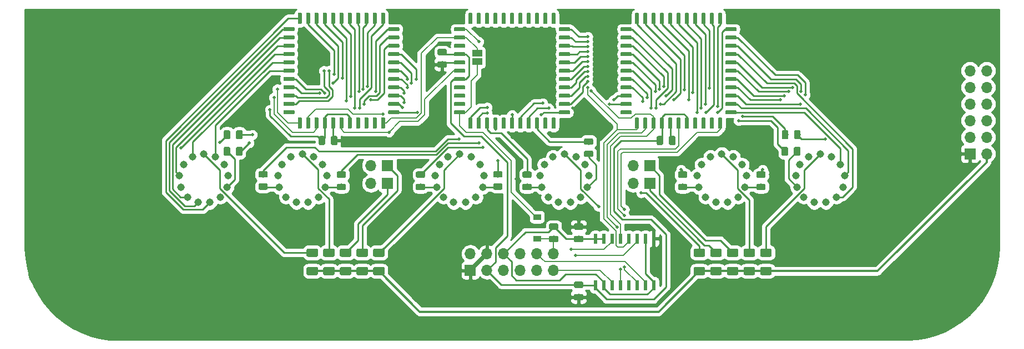
<source format=gbr>
G04 #@! TF.GenerationSoftware,KiCad,Pcbnew,(5.1.0-0)*
G04 #@! TF.CreationDate,2019-05-10T01:21:28-05:00*
G04 #@! TF.ProjectId,IN-16,494e2d31-362e-46b6-9963-61645f706362,rev?*
G04 #@! TF.SameCoordinates,Original*
G04 #@! TF.FileFunction,Copper,L2,Bot*
G04 #@! TF.FilePolarity,Positive*
%FSLAX46Y46*%
G04 Gerber Fmt 4.6, Leading zero omitted, Abs format (unit mm)*
G04 Created by KiCad (PCBNEW (5.1.0-0)) date 2019-05-10 01:21:28*
%MOMM*%
%LPD*%
G04 APERTURE LIST*
%ADD10C,1.137920*%
%ADD11O,1.700000X1.700000*%
%ADD12R,1.700000X1.700000*%
%ADD13C,0.100000*%
%ADD14C,0.600000*%
%ADD15C,0.975000*%
%ADD16R,1.500000X1.000000*%
%ADD17R,1.200000X0.900000*%
%ADD18C,0.800000*%
%ADD19C,6.400000*%
%ADD20R,0.600000X1.500000*%
%ADD21C,1.250000*%
%ADD22C,0.508000*%
%ADD23C,0.635000*%
%ADD24C,0.254000*%
%ADD25C,0.635000*%
%ADD26C,0.304800*%
%ADD27C,0.203200*%
G04 APERTURE END LIST*
D10*
X98232120Y-104145560D03*
X105252680Y-104145560D03*
X101742400Y-99060480D03*
X104831040Y-100683540D03*
X105468580Y-102362480D03*
X98653760Y-100683540D03*
X102639020Y-106459500D03*
X100845780Y-106459500D03*
X99253200Y-105623840D03*
X98016220Y-102362480D03*
X104231600Y-105623840D03*
X99999960Y-99492280D03*
X103484840Y-99492280D03*
X113232120Y-104145560D03*
X120252680Y-104145560D03*
X116742400Y-99060480D03*
X119831040Y-100683540D03*
X120468580Y-102362480D03*
X113653760Y-100683540D03*
X117639020Y-106459500D03*
X115845780Y-106459500D03*
X114253200Y-105623840D03*
X113016220Y-102362480D03*
X119231600Y-105623840D03*
X114999960Y-99492280D03*
X118484840Y-99492280D03*
X137232120Y-104145560D03*
X144252680Y-104145560D03*
X140742400Y-99060480D03*
X143831040Y-100683540D03*
X144468580Y-102362480D03*
X137653760Y-100683540D03*
X141639020Y-106459500D03*
X139845780Y-106459500D03*
X138253200Y-105623840D03*
X137016220Y-102362480D03*
X143231600Y-105623840D03*
X138999960Y-99492280D03*
X142484840Y-99492280D03*
X153232120Y-104145560D03*
X160252680Y-104145560D03*
X156742400Y-99060480D03*
X159831040Y-100683540D03*
X160468580Y-102362480D03*
X153653760Y-100683540D03*
X157639020Y-106459500D03*
X155845780Y-106459500D03*
X154253200Y-105623840D03*
X153016220Y-102362480D03*
X159231600Y-105623840D03*
X154999960Y-99492280D03*
X158484840Y-99492280D03*
X177232120Y-104145560D03*
X184252680Y-104145560D03*
X180742400Y-99060480D03*
X183831040Y-100683540D03*
X184468580Y-102362480D03*
X177653760Y-100683540D03*
X181639020Y-106459500D03*
X179845780Y-106459500D03*
X178253200Y-105623840D03*
X177016220Y-102362480D03*
X183231600Y-105623840D03*
X178999960Y-99492280D03*
X182484840Y-99492280D03*
X192232120Y-104145560D03*
X199252680Y-104145560D03*
X195742400Y-99060480D03*
X198831040Y-100683540D03*
X199468580Y-102362480D03*
X192653760Y-100683540D03*
X196639020Y-106459500D03*
X194845780Y-106459500D03*
X193253200Y-105623840D03*
X192016220Y-102362480D03*
X198231600Y-105623840D03*
X193999960Y-99492280D03*
X197484840Y-99492280D03*
D11*
X221132400Y-86334600D03*
X218592400Y-86334600D03*
X221132400Y-88874600D03*
X218592400Y-88874600D03*
X221132400Y-91414600D03*
X218592400Y-91414600D03*
X221132400Y-93954600D03*
X218592400Y-93954600D03*
X221132400Y-96494600D03*
X218592400Y-96494600D03*
X221132400Y-99034600D03*
D12*
X218592400Y-99034600D03*
D11*
X155067000Y-114300000D03*
X155067000Y-116840000D03*
X152527000Y-114300000D03*
X152527000Y-116840000D03*
X149987000Y-114300000D03*
X149987000Y-116840000D03*
X147447000Y-114300000D03*
X147447000Y-116840000D03*
X144907000Y-114300000D03*
X144907000Y-116840000D03*
X142367000Y-114300000D03*
D12*
X142367000Y-116840000D03*
D13*
G36*
X173037103Y-77485322D02*
G01*
X173051664Y-77487482D01*
X173065943Y-77491059D01*
X173079803Y-77496018D01*
X173093110Y-77502312D01*
X173105736Y-77509880D01*
X173117559Y-77518648D01*
X173128466Y-77528534D01*
X173138352Y-77539441D01*
X173147120Y-77551264D01*
X173154688Y-77563890D01*
X173160982Y-77577197D01*
X173165941Y-77591057D01*
X173169518Y-77605336D01*
X173171678Y-77619897D01*
X173172400Y-77634600D01*
X173172400Y-79034600D01*
X173171678Y-79049303D01*
X173169518Y-79063864D01*
X173165941Y-79078143D01*
X173160982Y-79092003D01*
X173154688Y-79105310D01*
X173147120Y-79117936D01*
X173138352Y-79129759D01*
X173128466Y-79140666D01*
X173117559Y-79150552D01*
X173105736Y-79159320D01*
X173093110Y-79166888D01*
X173079803Y-79173182D01*
X173065943Y-79178141D01*
X173051664Y-79181718D01*
X173037103Y-79183878D01*
X173022400Y-79184600D01*
X172722400Y-79184600D01*
X172707697Y-79183878D01*
X172693136Y-79181718D01*
X172678857Y-79178141D01*
X172664997Y-79173182D01*
X172651690Y-79166888D01*
X172639064Y-79159320D01*
X172627241Y-79150552D01*
X172616334Y-79140666D01*
X172606448Y-79129759D01*
X172597680Y-79117936D01*
X172590112Y-79105310D01*
X172583818Y-79092003D01*
X172578859Y-79078143D01*
X172575282Y-79063864D01*
X172573122Y-79049303D01*
X172572400Y-79034600D01*
X172572400Y-77634600D01*
X172573122Y-77619897D01*
X172575282Y-77605336D01*
X172578859Y-77591057D01*
X172583818Y-77577197D01*
X172590112Y-77563890D01*
X172597680Y-77551264D01*
X172606448Y-77539441D01*
X172616334Y-77528534D01*
X172627241Y-77518648D01*
X172639064Y-77509880D01*
X172651690Y-77502312D01*
X172664997Y-77496018D01*
X172678857Y-77491059D01*
X172693136Y-77487482D01*
X172707697Y-77485322D01*
X172722400Y-77484600D01*
X173022400Y-77484600D01*
X173037103Y-77485322D01*
X173037103Y-77485322D01*
G37*
D14*
X172872400Y-78334600D03*
D13*
G36*
X171767103Y-77485322D02*
G01*
X171781664Y-77487482D01*
X171795943Y-77491059D01*
X171809803Y-77496018D01*
X171823110Y-77502312D01*
X171835736Y-77509880D01*
X171847559Y-77518648D01*
X171858466Y-77528534D01*
X171868352Y-77539441D01*
X171877120Y-77551264D01*
X171884688Y-77563890D01*
X171890982Y-77577197D01*
X171895941Y-77591057D01*
X171899518Y-77605336D01*
X171901678Y-77619897D01*
X171902400Y-77634600D01*
X171902400Y-79034600D01*
X171901678Y-79049303D01*
X171899518Y-79063864D01*
X171895941Y-79078143D01*
X171890982Y-79092003D01*
X171884688Y-79105310D01*
X171877120Y-79117936D01*
X171868352Y-79129759D01*
X171858466Y-79140666D01*
X171847559Y-79150552D01*
X171835736Y-79159320D01*
X171823110Y-79166888D01*
X171809803Y-79173182D01*
X171795943Y-79178141D01*
X171781664Y-79181718D01*
X171767103Y-79183878D01*
X171752400Y-79184600D01*
X171452400Y-79184600D01*
X171437697Y-79183878D01*
X171423136Y-79181718D01*
X171408857Y-79178141D01*
X171394997Y-79173182D01*
X171381690Y-79166888D01*
X171369064Y-79159320D01*
X171357241Y-79150552D01*
X171346334Y-79140666D01*
X171336448Y-79129759D01*
X171327680Y-79117936D01*
X171320112Y-79105310D01*
X171313818Y-79092003D01*
X171308859Y-79078143D01*
X171305282Y-79063864D01*
X171303122Y-79049303D01*
X171302400Y-79034600D01*
X171302400Y-77634600D01*
X171303122Y-77619897D01*
X171305282Y-77605336D01*
X171308859Y-77591057D01*
X171313818Y-77577197D01*
X171320112Y-77563890D01*
X171327680Y-77551264D01*
X171336448Y-77539441D01*
X171346334Y-77528534D01*
X171357241Y-77518648D01*
X171369064Y-77509880D01*
X171381690Y-77502312D01*
X171394997Y-77496018D01*
X171408857Y-77491059D01*
X171423136Y-77487482D01*
X171437697Y-77485322D01*
X171452400Y-77484600D01*
X171752400Y-77484600D01*
X171767103Y-77485322D01*
X171767103Y-77485322D01*
G37*
D14*
X171602400Y-78334600D03*
D13*
G36*
X170497103Y-77485322D02*
G01*
X170511664Y-77487482D01*
X170525943Y-77491059D01*
X170539803Y-77496018D01*
X170553110Y-77502312D01*
X170565736Y-77509880D01*
X170577559Y-77518648D01*
X170588466Y-77528534D01*
X170598352Y-77539441D01*
X170607120Y-77551264D01*
X170614688Y-77563890D01*
X170620982Y-77577197D01*
X170625941Y-77591057D01*
X170629518Y-77605336D01*
X170631678Y-77619897D01*
X170632400Y-77634600D01*
X170632400Y-79034600D01*
X170631678Y-79049303D01*
X170629518Y-79063864D01*
X170625941Y-79078143D01*
X170620982Y-79092003D01*
X170614688Y-79105310D01*
X170607120Y-79117936D01*
X170598352Y-79129759D01*
X170588466Y-79140666D01*
X170577559Y-79150552D01*
X170565736Y-79159320D01*
X170553110Y-79166888D01*
X170539803Y-79173182D01*
X170525943Y-79178141D01*
X170511664Y-79181718D01*
X170497103Y-79183878D01*
X170482400Y-79184600D01*
X170182400Y-79184600D01*
X170167697Y-79183878D01*
X170153136Y-79181718D01*
X170138857Y-79178141D01*
X170124997Y-79173182D01*
X170111690Y-79166888D01*
X170099064Y-79159320D01*
X170087241Y-79150552D01*
X170076334Y-79140666D01*
X170066448Y-79129759D01*
X170057680Y-79117936D01*
X170050112Y-79105310D01*
X170043818Y-79092003D01*
X170038859Y-79078143D01*
X170035282Y-79063864D01*
X170033122Y-79049303D01*
X170032400Y-79034600D01*
X170032400Y-77634600D01*
X170033122Y-77619897D01*
X170035282Y-77605336D01*
X170038859Y-77591057D01*
X170043818Y-77577197D01*
X170050112Y-77563890D01*
X170057680Y-77551264D01*
X170066448Y-77539441D01*
X170076334Y-77528534D01*
X170087241Y-77518648D01*
X170099064Y-77509880D01*
X170111690Y-77502312D01*
X170124997Y-77496018D01*
X170138857Y-77491059D01*
X170153136Y-77487482D01*
X170167697Y-77485322D01*
X170182400Y-77484600D01*
X170482400Y-77484600D01*
X170497103Y-77485322D01*
X170497103Y-77485322D01*
G37*
D14*
X170332400Y-78334600D03*
D13*
G36*
X169227103Y-77485322D02*
G01*
X169241664Y-77487482D01*
X169255943Y-77491059D01*
X169269803Y-77496018D01*
X169283110Y-77502312D01*
X169295736Y-77509880D01*
X169307559Y-77518648D01*
X169318466Y-77528534D01*
X169328352Y-77539441D01*
X169337120Y-77551264D01*
X169344688Y-77563890D01*
X169350982Y-77577197D01*
X169355941Y-77591057D01*
X169359518Y-77605336D01*
X169361678Y-77619897D01*
X169362400Y-77634600D01*
X169362400Y-79034600D01*
X169361678Y-79049303D01*
X169359518Y-79063864D01*
X169355941Y-79078143D01*
X169350982Y-79092003D01*
X169344688Y-79105310D01*
X169337120Y-79117936D01*
X169328352Y-79129759D01*
X169318466Y-79140666D01*
X169307559Y-79150552D01*
X169295736Y-79159320D01*
X169283110Y-79166888D01*
X169269803Y-79173182D01*
X169255943Y-79178141D01*
X169241664Y-79181718D01*
X169227103Y-79183878D01*
X169212400Y-79184600D01*
X168912400Y-79184600D01*
X168897697Y-79183878D01*
X168883136Y-79181718D01*
X168868857Y-79178141D01*
X168854997Y-79173182D01*
X168841690Y-79166888D01*
X168829064Y-79159320D01*
X168817241Y-79150552D01*
X168806334Y-79140666D01*
X168796448Y-79129759D01*
X168787680Y-79117936D01*
X168780112Y-79105310D01*
X168773818Y-79092003D01*
X168768859Y-79078143D01*
X168765282Y-79063864D01*
X168763122Y-79049303D01*
X168762400Y-79034600D01*
X168762400Y-77634600D01*
X168763122Y-77619897D01*
X168765282Y-77605336D01*
X168768859Y-77591057D01*
X168773818Y-77577197D01*
X168780112Y-77563890D01*
X168787680Y-77551264D01*
X168796448Y-77539441D01*
X168806334Y-77528534D01*
X168817241Y-77518648D01*
X168829064Y-77509880D01*
X168841690Y-77502312D01*
X168854997Y-77496018D01*
X168868857Y-77491059D01*
X168883136Y-77487482D01*
X168897697Y-77485322D01*
X168912400Y-77484600D01*
X169212400Y-77484600D01*
X169227103Y-77485322D01*
X169227103Y-77485322D01*
G37*
D14*
X169062400Y-78334600D03*
D13*
G36*
X167957103Y-77485322D02*
G01*
X167971664Y-77487482D01*
X167985943Y-77491059D01*
X167999803Y-77496018D01*
X168013110Y-77502312D01*
X168025736Y-77509880D01*
X168037559Y-77518648D01*
X168048466Y-77528534D01*
X168058352Y-77539441D01*
X168067120Y-77551264D01*
X168074688Y-77563890D01*
X168080982Y-77577197D01*
X168085941Y-77591057D01*
X168089518Y-77605336D01*
X168091678Y-77619897D01*
X168092400Y-77634600D01*
X168092400Y-79034600D01*
X168091678Y-79049303D01*
X168089518Y-79063864D01*
X168085941Y-79078143D01*
X168080982Y-79092003D01*
X168074688Y-79105310D01*
X168067120Y-79117936D01*
X168058352Y-79129759D01*
X168048466Y-79140666D01*
X168037559Y-79150552D01*
X168025736Y-79159320D01*
X168013110Y-79166888D01*
X167999803Y-79173182D01*
X167985943Y-79178141D01*
X167971664Y-79181718D01*
X167957103Y-79183878D01*
X167942400Y-79184600D01*
X167642400Y-79184600D01*
X167627697Y-79183878D01*
X167613136Y-79181718D01*
X167598857Y-79178141D01*
X167584997Y-79173182D01*
X167571690Y-79166888D01*
X167559064Y-79159320D01*
X167547241Y-79150552D01*
X167536334Y-79140666D01*
X167526448Y-79129759D01*
X167517680Y-79117936D01*
X167510112Y-79105310D01*
X167503818Y-79092003D01*
X167498859Y-79078143D01*
X167495282Y-79063864D01*
X167493122Y-79049303D01*
X167492400Y-79034600D01*
X167492400Y-77634600D01*
X167493122Y-77619897D01*
X167495282Y-77605336D01*
X167498859Y-77591057D01*
X167503818Y-77577197D01*
X167510112Y-77563890D01*
X167517680Y-77551264D01*
X167526448Y-77539441D01*
X167536334Y-77528534D01*
X167547241Y-77518648D01*
X167559064Y-77509880D01*
X167571690Y-77502312D01*
X167584997Y-77496018D01*
X167598857Y-77491059D01*
X167613136Y-77487482D01*
X167627697Y-77485322D01*
X167642400Y-77484600D01*
X167942400Y-77484600D01*
X167957103Y-77485322D01*
X167957103Y-77485322D01*
G37*
D14*
X167792400Y-78334600D03*
D13*
G36*
X166857103Y-79685322D02*
G01*
X166871664Y-79687482D01*
X166885943Y-79691059D01*
X166899803Y-79696018D01*
X166913110Y-79702312D01*
X166925736Y-79709880D01*
X166937559Y-79718648D01*
X166948466Y-79728534D01*
X166958352Y-79739441D01*
X166967120Y-79751264D01*
X166974688Y-79763890D01*
X166980982Y-79777197D01*
X166985941Y-79791057D01*
X166989518Y-79805336D01*
X166991678Y-79819897D01*
X166992400Y-79834600D01*
X166992400Y-80134600D01*
X166991678Y-80149303D01*
X166989518Y-80163864D01*
X166985941Y-80178143D01*
X166980982Y-80192003D01*
X166974688Y-80205310D01*
X166967120Y-80217936D01*
X166958352Y-80229759D01*
X166948466Y-80240666D01*
X166937559Y-80250552D01*
X166925736Y-80259320D01*
X166913110Y-80266888D01*
X166899803Y-80273182D01*
X166885943Y-80278141D01*
X166871664Y-80281718D01*
X166857103Y-80283878D01*
X166842400Y-80284600D01*
X165442400Y-80284600D01*
X165427697Y-80283878D01*
X165413136Y-80281718D01*
X165398857Y-80278141D01*
X165384997Y-80273182D01*
X165371690Y-80266888D01*
X165359064Y-80259320D01*
X165347241Y-80250552D01*
X165336334Y-80240666D01*
X165326448Y-80229759D01*
X165317680Y-80217936D01*
X165310112Y-80205310D01*
X165303818Y-80192003D01*
X165298859Y-80178143D01*
X165295282Y-80163864D01*
X165293122Y-80149303D01*
X165292400Y-80134600D01*
X165292400Y-79834600D01*
X165293122Y-79819897D01*
X165295282Y-79805336D01*
X165298859Y-79791057D01*
X165303818Y-79777197D01*
X165310112Y-79763890D01*
X165317680Y-79751264D01*
X165326448Y-79739441D01*
X165336334Y-79728534D01*
X165347241Y-79718648D01*
X165359064Y-79709880D01*
X165371690Y-79702312D01*
X165384997Y-79696018D01*
X165398857Y-79691059D01*
X165413136Y-79687482D01*
X165427697Y-79685322D01*
X165442400Y-79684600D01*
X166842400Y-79684600D01*
X166857103Y-79685322D01*
X166857103Y-79685322D01*
G37*
D14*
X166142400Y-79984600D03*
D13*
G36*
X166857103Y-80955322D02*
G01*
X166871664Y-80957482D01*
X166885943Y-80961059D01*
X166899803Y-80966018D01*
X166913110Y-80972312D01*
X166925736Y-80979880D01*
X166937559Y-80988648D01*
X166948466Y-80998534D01*
X166958352Y-81009441D01*
X166967120Y-81021264D01*
X166974688Y-81033890D01*
X166980982Y-81047197D01*
X166985941Y-81061057D01*
X166989518Y-81075336D01*
X166991678Y-81089897D01*
X166992400Y-81104600D01*
X166992400Y-81404600D01*
X166991678Y-81419303D01*
X166989518Y-81433864D01*
X166985941Y-81448143D01*
X166980982Y-81462003D01*
X166974688Y-81475310D01*
X166967120Y-81487936D01*
X166958352Y-81499759D01*
X166948466Y-81510666D01*
X166937559Y-81520552D01*
X166925736Y-81529320D01*
X166913110Y-81536888D01*
X166899803Y-81543182D01*
X166885943Y-81548141D01*
X166871664Y-81551718D01*
X166857103Y-81553878D01*
X166842400Y-81554600D01*
X165442400Y-81554600D01*
X165427697Y-81553878D01*
X165413136Y-81551718D01*
X165398857Y-81548141D01*
X165384997Y-81543182D01*
X165371690Y-81536888D01*
X165359064Y-81529320D01*
X165347241Y-81520552D01*
X165336334Y-81510666D01*
X165326448Y-81499759D01*
X165317680Y-81487936D01*
X165310112Y-81475310D01*
X165303818Y-81462003D01*
X165298859Y-81448143D01*
X165295282Y-81433864D01*
X165293122Y-81419303D01*
X165292400Y-81404600D01*
X165292400Y-81104600D01*
X165293122Y-81089897D01*
X165295282Y-81075336D01*
X165298859Y-81061057D01*
X165303818Y-81047197D01*
X165310112Y-81033890D01*
X165317680Y-81021264D01*
X165326448Y-81009441D01*
X165336334Y-80998534D01*
X165347241Y-80988648D01*
X165359064Y-80979880D01*
X165371690Y-80972312D01*
X165384997Y-80966018D01*
X165398857Y-80961059D01*
X165413136Y-80957482D01*
X165427697Y-80955322D01*
X165442400Y-80954600D01*
X166842400Y-80954600D01*
X166857103Y-80955322D01*
X166857103Y-80955322D01*
G37*
D14*
X166142400Y-81254600D03*
D13*
G36*
X166857103Y-82225322D02*
G01*
X166871664Y-82227482D01*
X166885943Y-82231059D01*
X166899803Y-82236018D01*
X166913110Y-82242312D01*
X166925736Y-82249880D01*
X166937559Y-82258648D01*
X166948466Y-82268534D01*
X166958352Y-82279441D01*
X166967120Y-82291264D01*
X166974688Y-82303890D01*
X166980982Y-82317197D01*
X166985941Y-82331057D01*
X166989518Y-82345336D01*
X166991678Y-82359897D01*
X166992400Y-82374600D01*
X166992400Y-82674600D01*
X166991678Y-82689303D01*
X166989518Y-82703864D01*
X166985941Y-82718143D01*
X166980982Y-82732003D01*
X166974688Y-82745310D01*
X166967120Y-82757936D01*
X166958352Y-82769759D01*
X166948466Y-82780666D01*
X166937559Y-82790552D01*
X166925736Y-82799320D01*
X166913110Y-82806888D01*
X166899803Y-82813182D01*
X166885943Y-82818141D01*
X166871664Y-82821718D01*
X166857103Y-82823878D01*
X166842400Y-82824600D01*
X165442400Y-82824600D01*
X165427697Y-82823878D01*
X165413136Y-82821718D01*
X165398857Y-82818141D01*
X165384997Y-82813182D01*
X165371690Y-82806888D01*
X165359064Y-82799320D01*
X165347241Y-82790552D01*
X165336334Y-82780666D01*
X165326448Y-82769759D01*
X165317680Y-82757936D01*
X165310112Y-82745310D01*
X165303818Y-82732003D01*
X165298859Y-82718143D01*
X165295282Y-82703864D01*
X165293122Y-82689303D01*
X165292400Y-82674600D01*
X165292400Y-82374600D01*
X165293122Y-82359897D01*
X165295282Y-82345336D01*
X165298859Y-82331057D01*
X165303818Y-82317197D01*
X165310112Y-82303890D01*
X165317680Y-82291264D01*
X165326448Y-82279441D01*
X165336334Y-82268534D01*
X165347241Y-82258648D01*
X165359064Y-82249880D01*
X165371690Y-82242312D01*
X165384997Y-82236018D01*
X165398857Y-82231059D01*
X165413136Y-82227482D01*
X165427697Y-82225322D01*
X165442400Y-82224600D01*
X166842400Y-82224600D01*
X166857103Y-82225322D01*
X166857103Y-82225322D01*
G37*
D14*
X166142400Y-82524600D03*
D13*
G36*
X166857103Y-83495322D02*
G01*
X166871664Y-83497482D01*
X166885943Y-83501059D01*
X166899803Y-83506018D01*
X166913110Y-83512312D01*
X166925736Y-83519880D01*
X166937559Y-83528648D01*
X166948466Y-83538534D01*
X166958352Y-83549441D01*
X166967120Y-83561264D01*
X166974688Y-83573890D01*
X166980982Y-83587197D01*
X166985941Y-83601057D01*
X166989518Y-83615336D01*
X166991678Y-83629897D01*
X166992400Y-83644600D01*
X166992400Y-83944600D01*
X166991678Y-83959303D01*
X166989518Y-83973864D01*
X166985941Y-83988143D01*
X166980982Y-84002003D01*
X166974688Y-84015310D01*
X166967120Y-84027936D01*
X166958352Y-84039759D01*
X166948466Y-84050666D01*
X166937559Y-84060552D01*
X166925736Y-84069320D01*
X166913110Y-84076888D01*
X166899803Y-84083182D01*
X166885943Y-84088141D01*
X166871664Y-84091718D01*
X166857103Y-84093878D01*
X166842400Y-84094600D01*
X165442400Y-84094600D01*
X165427697Y-84093878D01*
X165413136Y-84091718D01*
X165398857Y-84088141D01*
X165384997Y-84083182D01*
X165371690Y-84076888D01*
X165359064Y-84069320D01*
X165347241Y-84060552D01*
X165336334Y-84050666D01*
X165326448Y-84039759D01*
X165317680Y-84027936D01*
X165310112Y-84015310D01*
X165303818Y-84002003D01*
X165298859Y-83988143D01*
X165295282Y-83973864D01*
X165293122Y-83959303D01*
X165292400Y-83944600D01*
X165292400Y-83644600D01*
X165293122Y-83629897D01*
X165295282Y-83615336D01*
X165298859Y-83601057D01*
X165303818Y-83587197D01*
X165310112Y-83573890D01*
X165317680Y-83561264D01*
X165326448Y-83549441D01*
X165336334Y-83538534D01*
X165347241Y-83528648D01*
X165359064Y-83519880D01*
X165371690Y-83512312D01*
X165384997Y-83506018D01*
X165398857Y-83501059D01*
X165413136Y-83497482D01*
X165427697Y-83495322D01*
X165442400Y-83494600D01*
X166842400Y-83494600D01*
X166857103Y-83495322D01*
X166857103Y-83495322D01*
G37*
D14*
X166142400Y-83794600D03*
D13*
G36*
X166857103Y-84765322D02*
G01*
X166871664Y-84767482D01*
X166885943Y-84771059D01*
X166899803Y-84776018D01*
X166913110Y-84782312D01*
X166925736Y-84789880D01*
X166937559Y-84798648D01*
X166948466Y-84808534D01*
X166958352Y-84819441D01*
X166967120Y-84831264D01*
X166974688Y-84843890D01*
X166980982Y-84857197D01*
X166985941Y-84871057D01*
X166989518Y-84885336D01*
X166991678Y-84899897D01*
X166992400Y-84914600D01*
X166992400Y-85214600D01*
X166991678Y-85229303D01*
X166989518Y-85243864D01*
X166985941Y-85258143D01*
X166980982Y-85272003D01*
X166974688Y-85285310D01*
X166967120Y-85297936D01*
X166958352Y-85309759D01*
X166948466Y-85320666D01*
X166937559Y-85330552D01*
X166925736Y-85339320D01*
X166913110Y-85346888D01*
X166899803Y-85353182D01*
X166885943Y-85358141D01*
X166871664Y-85361718D01*
X166857103Y-85363878D01*
X166842400Y-85364600D01*
X165442400Y-85364600D01*
X165427697Y-85363878D01*
X165413136Y-85361718D01*
X165398857Y-85358141D01*
X165384997Y-85353182D01*
X165371690Y-85346888D01*
X165359064Y-85339320D01*
X165347241Y-85330552D01*
X165336334Y-85320666D01*
X165326448Y-85309759D01*
X165317680Y-85297936D01*
X165310112Y-85285310D01*
X165303818Y-85272003D01*
X165298859Y-85258143D01*
X165295282Y-85243864D01*
X165293122Y-85229303D01*
X165292400Y-85214600D01*
X165292400Y-84914600D01*
X165293122Y-84899897D01*
X165295282Y-84885336D01*
X165298859Y-84871057D01*
X165303818Y-84857197D01*
X165310112Y-84843890D01*
X165317680Y-84831264D01*
X165326448Y-84819441D01*
X165336334Y-84808534D01*
X165347241Y-84798648D01*
X165359064Y-84789880D01*
X165371690Y-84782312D01*
X165384997Y-84776018D01*
X165398857Y-84771059D01*
X165413136Y-84767482D01*
X165427697Y-84765322D01*
X165442400Y-84764600D01*
X166842400Y-84764600D01*
X166857103Y-84765322D01*
X166857103Y-84765322D01*
G37*
D14*
X166142400Y-85064600D03*
D13*
G36*
X166857103Y-86035322D02*
G01*
X166871664Y-86037482D01*
X166885943Y-86041059D01*
X166899803Y-86046018D01*
X166913110Y-86052312D01*
X166925736Y-86059880D01*
X166937559Y-86068648D01*
X166948466Y-86078534D01*
X166958352Y-86089441D01*
X166967120Y-86101264D01*
X166974688Y-86113890D01*
X166980982Y-86127197D01*
X166985941Y-86141057D01*
X166989518Y-86155336D01*
X166991678Y-86169897D01*
X166992400Y-86184600D01*
X166992400Y-86484600D01*
X166991678Y-86499303D01*
X166989518Y-86513864D01*
X166985941Y-86528143D01*
X166980982Y-86542003D01*
X166974688Y-86555310D01*
X166967120Y-86567936D01*
X166958352Y-86579759D01*
X166948466Y-86590666D01*
X166937559Y-86600552D01*
X166925736Y-86609320D01*
X166913110Y-86616888D01*
X166899803Y-86623182D01*
X166885943Y-86628141D01*
X166871664Y-86631718D01*
X166857103Y-86633878D01*
X166842400Y-86634600D01*
X165442400Y-86634600D01*
X165427697Y-86633878D01*
X165413136Y-86631718D01*
X165398857Y-86628141D01*
X165384997Y-86623182D01*
X165371690Y-86616888D01*
X165359064Y-86609320D01*
X165347241Y-86600552D01*
X165336334Y-86590666D01*
X165326448Y-86579759D01*
X165317680Y-86567936D01*
X165310112Y-86555310D01*
X165303818Y-86542003D01*
X165298859Y-86528143D01*
X165295282Y-86513864D01*
X165293122Y-86499303D01*
X165292400Y-86484600D01*
X165292400Y-86184600D01*
X165293122Y-86169897D01*
X165295282Y-86155336D01*
X165298859Y-86141057D01*
X165303818Y-86127197D01*
X165310112Y-86113890D01*
X165317680Y-86101264D01*
X165326448Y-86089441D01*
X165336334Y-86078534D01*
X165347241Y-86068648D01*
X165359064Y-86059880D01*
X165371690Y-86052312D01*
X165384997Y-86046018D01*
X165398857Y-86041059D01*
X165413136Y-86037482D01*
X165427697Y-86035322D01*
X165442400Y-86034600D01*
X166842400Y-86034600D01*
X166857103Y-86035322D01*
X166857103Y-86035322D01*
G37*
D14*
X166142400Y-86334600D03*
D13*
G36*
X166857103Y-87305322D02*
G01*
X166871664Y-87307482D01*
X166885943Y-87311059D01*
X166899803Y-87316018D01*
X166913110Y-87322312D01*
X166925736Y-87329880D01*
X166937559Y-87338648D01*
X166948466Y-87348534D01*
X166958352Y-87359441D01*
X166967120Y-87371264D01*
X166974688Y-87383890D01*
X166980982Y-87397197D01*
X166985941Y-87411057D01*
X166989518Y-87425336D01*
X166991678Y-87439897D01*
X166992400Y-87454600D01*
X166992400Y-87754600D01*
X166991678Y-87769303D01*
X166989518Y-87783864D01*
X166985941Y-87798143D01*
X166980982Y-87812003D01*
X166974688Y-87825310D01*
X166967120Y-87837936D01*
X166958352Y-87849759D01*
X166948466Y-87860666D01*
X166937559Y-87870552D01*
X166925736Y-87879320D01*
X166913110Y-87886888D01*
X166899803Y-87893182D01*
X166885943Y-87898141D01*
X166871664Y-87901718D01*
X166857103Y-87903878D01*
X166842400Y-87904600D01*
X165442400Y-87904600D01*
X165427697Y-87903878D01*
X165413136Y-87901718D01*
X165398857Y-87898141D01*
X165384997Y-87893182D01*
X165371690Y-87886888D01*
X165359064Y-87879320D01*
X165347241Y-87870552D01*
X165336334Y-87860666D01*
X165326448Y-87849759D01*
X165317680Y-87837936D01*
X165310112Y-87825310D01*
X165303818Y-87812003D01*
X165298859Y-87798143D01*
X165295282Y-87783864D01*
X165293122Y-87769303D01*
X165292400Y-87754600D01*
X165292400Y-87454600D01*
X165293122Y-87439897D01*
X165295282Y-87425336D01*
X165298859Y-87411057D01*
X165303818Y-87397197D01*
X165310112Y-87383890D01*
X165317680Y-87371264D01*
X165326448Y-87359441D01*
X165336334Y-87348534D01*
X165347241Y-87338648D01*
X165359064Y-87329880D01*
X165371690Y-87322312D01*
X165384997Y-87316018D01*
X165398857Y-87311059D01*
X165413136Y-87307482D01*
X165427697Y-87305322D01*
X165442400Y-87304600D01*
X166842400Y-87304600D01*
X166857103Y-87305322D01*
X166857103Y-87305322D01*
G37*
D14*
X166142400Y-87604600D03*
D13*
G36*
X166857103Y-88575322D02*
G01*
X166871664Y-88577482D01*
X166885943Y-88581059D01*
X166899803Y-88586018D01*
X166913110Y-88592312D01*
X166925736Y-88599880D01*
X166937559Y-88608648D01*
X166948466Y-88618534D01*
X166958352Y-88629441D01*
X166967120Y-88641264D01*
X166974688Y-88653890D01*
X166980982Y-88667197D01*
X166985941Y-88681057D01*
X166989518Y-88695336D01*
X166991678Y-88709897D01*
X166992400Y-88724600D01*
X166992400Y-89024600D01*
X166991678Y-89039303D01*
X166989518Y-89053864D01*
X166985941Y-89068143D01*
X166980982Y-89082003D01*
X166974688Y-89095310D01*
X166967120Y-89107936D01*
X166958352Y-89119759D01*
X166948466Y-89130666D01*
X166937559Y-89140552D01*
X166925736Y-89149320D01*
X166913110Y-89156888D01*
X166899803Y-89163182D01*
X166885943Y-89168141D01*
X166871664Y-89171718D01*
X166857103Y-89173878D01*
X166842400Y-89174600D01*
X165442400Y-89174600D01*
X165427697Y-89173878D01*
X165413136Y-89171718D01*
X165398857Y-89168141D01*
X165384997Y-89163182D01*
X165371690Y-89156888D01*
X165359064Y-89149320D01*
X165347241Y-89140552D01*
X165336334Y-89130666D01*
X165326448Y-89119759D01*
X165317680Y-89107936D01*
X165310112Y-89095310D01*
X165303818Y-89082003D01*
X165298859Y-89068143D01*
X165295282Y-89053864D01*
X165293122Y-89039303D01*
X165292400Y-89024600D01*
X165292400Y-88724600D01*
X165293122Y-88709897D01*
X165295282Y-88695336D01*
X165298859Y-88681057D01*
X165303818Y-88667197D01*
X165310112Y-88653890D01*
X165317680Y-88641264D01*
X165326448Y-88629441D01*
X165336334Y-88618534D01*
X165347241Y-88608648D01*
X165359064Y-88599880D01*
X165371690Y-88592312D01*
X165384997Y-88586018D01*
X165398857Y-88581059D01*
X165413136Y-88577482D01*
X165427697Y-88575322D01*
X165442400Y-88574600D01*
X166842400Y-88574600D01*
X166857103Y-88575322D01*
X166857103Y-88575322D01*
G37*
D14*
X166142400Y-88874600D03*
D13*
G36*
X166857103Y-89845322D02*
G01*
X166871664Y-89847482D01*
X166885943Y-89851059D01*
X166899803Y-89856018D01*
X166913110Y-89862312D01*
X166925736Y-89869880D01*
X166937559Y-89878648D01*
X166948466Y-89888534D01*
X166958352Y-89899441D01*
X166967120Y-89911264D01*
X166974688Y-89923890D01*
X166980982Y-89937197D01*
X166985941Y-89951057D01*
X166989518Y-89965336D01*
X166991678Y-89979897D01*
X166992400Y-89994600D01*
X166992400Y-90294600D01*
X166991678Y-90309303D01*
X166989518Y-90323864D01*
X166985941Y-90338143D01*
X166980982Y-90352003D01*
X166974688Y-90365310D01*
X166967120Y-90377936D01*
X166958352Y-90389759D01*
X166948466Y-90400666D01*
X166937559Y-90410552D01*
X166925736Y-90419320D01*
X166913110Y-90426888D01*
X166899803Y-90433182D01*
X166885943Y-90438141D01*
X166871664Y-90441718D01*
X166857103Y-90443878D01*
X166842400Y-90444600D01*
X165442400Y-90444600D01*
X165427697Y-90443878D01*
X165413136Y-90441718D01*
X165398857Y-90438141D01*
X165384997Y-90433182D01*
X165371690Y-90426888D01*
X165359064Y-90419320D01*
X165347241Y-90410552D01*
X165336334Y-90400666D01*
X165326448Y-90389759D01*
X165317680Y-90377936D01*
X165310112Y-90365310D01*
X165303818Y-90352003D01*
X165298859Y-90338143D01*
X165295282Y-90323864D01*
X165293122Y-90309303D01*
X165292400Y-90294600D01*
X165292400Y-89994600D01*
X165293122Y-89979897D01*
X165295282Y-89965336D01*
X165298859Y-89951057D01*
X165303818Y-89937197D01*
X165310112Y-89923890D01*
X165317680Y-89911264D01*
X165326448Y-89899441D01*
X165336334Y-89888534D01*
X165347241Y-89878648D01*
X165359064Y-89869880D01*
X165371690Y-89862312D01*
X165384997Y-89856018D01*
X165398857Y-89851059D01*
X165413136Y-89847482D01*
X165427697Y-89845322D01*
X165442400Y-89844600D01*
X166842400Y-89844600D01*
X166857103Y-89845322D01*
X166857103Y-89845322D01*
G37*
D14*
X166142400Y-90144600D03*
D13*
G36*
X166857103Y-91115322D02*
G01*
X166871664Y-91117482D01*
X166885943Y-91121059D01*
X166899803Y-91126018D01*
X166913110Y-91132312D01*
X166925736Y-91139880D01*
X166937559Y-91148648D01*
X166948466Y-91158534D01*
X166958352Y-91169441D01*
X166967120Y-91181264D01*
X166974688Y-91193890D01*
X166980982Y-91207197D01*
X166985941Y-91221057D01*
X166989518Y-91235336D01*
X166991678Y-91249897D01*
X166992400Y-91264600D01*
X166992400Y-91564600D01*
X166991678Y-91579303D01*
X166989518Y-91593864D01*
X166985941Y-91608143D01*
X166980982Y-91622003D01*
X166974688Y-91635310D01*
X166967120Y-91647936D01*
X166958352Y-91659759D01*
X166948466Y-91670666D01*
X166937559Y-91680552D01*
X166925736Y-91689320D01*
X166913110Y-91696888D01*
X166899803Y-91703182D01*
X166885943Y-91708141D01*
X166871664Y-91711718D01*
X166857103Y-91713878D01*
X166842400Y-91714600D01*
X165442400Y-91714600D01*
X165427697Y-91713878D01*
X165413136Y-91711718D01*
X165398857Y-91708141D01*
X165384997Y-91703182D01*
X165371690Y-91696888D01*
X165359064Y-91689320D01*
X165347241Y-91680552D01*
X165336334Y-91670666D01*
X165326448Y-91659759D01*
X165317680Y-91647936D01*
X165310112Y-91635310D01*
X165303818Y-91622003D01*
X165298859Y-91608143D01*
X165295282Y-91593864D01*
X165293122Y-91579303D01*
X165292400Y-91564600D01*
X165292400Y-91264600D01*
X165293122Y-91249897D01*
X165295282Y-91235336D01*
X165298859Y-91221057D01*
X165303818Y-91207197D01*
X165310112Y-91193890D01*
X165317680Y-91181264D01*
X165326448Y-91169441D01*
X165336334Y-91158534D01*
X165347241Y-91148648D01*
X165359064Y-91139880D01*
X165371690Y-91132312D01*
X165384997Y-91126018D01*
X165398857Y-91121059D01*
X165413136Y-91117482D01*
X165427697Y-91115322D01*
X165442400Y-91114600D01*
X166842400Y-91114600D01*
X166857103Y-91115322D01*
X166857103Y-91115322D01*
G37*
D14*
X166142400Y-91414600D03*
D13*
G36*
X166857103Y-92385322D02*
G01*
X166871664Y-92387482D01*
X166885943Y-92391059D01*
X166899803Y-92396018D01*
X166913110Y-92402312D01*
X166925736Y-92409880D01*
X166937559Y-92418648D01*
X166948466Y-92428534D01*
X166958352Y-92439441D01*
X166967120Y-92451264D01*
X166974688Y-92463890D01*
X166980982Y-92477197D01*
X166985941Y-92491057D01*
X166989518Y-92505336D01*
X166991678Y-92519897D01*
X166992400Y-92534600D01*
X166992400Y-92834600D01*
X166991678Y-92849303D01*
X166989518Y-92863864D01*
X166985941Y-92878143D01*
X166980982Y-92892003D01*
X166974688Y-92905310D01*
X166967120Y-92917936D01*
X166958352Y-92929759D01*
X166948466Y-92940666D01*
X166937559Y-92950552D01*
X166925736Y-92959320D01*
X166913110Y-92966888D01*
X166899803Y-92973182D01*
X166885943Y-92978141D01*
X166871664Y-92981718D01*
X166857103Y-92983878D01*
X166842400Y-92984600D01*
X165442400Y-92984600D01*
X165427697Y-92983878D01*
X165413136Y-92981718D01*
X165398857Y-92978141D01*
X165384997Y-92973182D01*
X165371690Y-92966888D01*
X165359064Y-92959320D01*
X165347241Y-92950552D01*
X165336334Y-92940666D01*
X165326448Y-92929759D01*
X165317680Y-92917936D01*
X165310112Y-92905310D01*
X165303818Y-92892003D01*
X165298859Y-92878143D01*
X165295282Y-92863864D01*
X165293122Y-92849303D01*
X165292400Y-92834600D01*
X165292400Y-92534600D01*
X165293122Y-92519897D01*
X165295282Y-92505336D01*
X165298859Y-92491057D01*
X165303818Y-92477197D01*
X165310112Y-92463890D01*
X165317680Y-92451264D01*
X165326448Y-92439441D01*
X165336334Y-92428534D01*
X165347241Y-92418648D01*
X165359064Y-92409880D01*
X165371690Y-92402312D01*
X165384997Y-92396018D01*
X165398857Y-92391059D01*
X165413136Y-92387482D01*
X165427697Y-92385322D01*
X165442400Y-92384600D01*
X166842400Y-92384600D01*
X166857103Y-92385322D01*
X166857103Y-92385322D01*
G37*
D14*
X166142400Y-92684600D03*
D13*
G36*
X167957103Y-93485322D02*
G01*
X167971664Y-93487482D01*
X167985943Y-93491059D01*
X167999803Y-93496018D01*
X168013110Y-93502312D01*
X168025736Y-93509880D01*
X168037559Y-93518648D01*
X168048466Y-93528534D01*
X168058352Y-93539441D01*
X168067120Y-93551264D01*
X168074688Y-93563890D01*
X168080982Y-93577197D01*
X168085941Y-93591057D01*
X168089518Y-93605336D01*
X168091678Y-93619897D01*
X168092400Y-93634600D01*
X168092400Y-95034600D01*
X168091678Y-95049303D01*
X168089518Y-95063864D01*
X168085941Y-95078143D01*
X168080982Y-95092003D01*
X168074688Y-95105310D01*
X168067120Y-95117936D01*
X168058352Y-95129759D01*
X168048466Y-95140666D01*
X168037559Y-95150552D01*
X168025736Y-95159320D01*
X168013110Y-95166888D01*
X167999803Y-95173182D01*
X167985943Y-95178141D01*
X167971664Y-95181718D01*
X167957103Y-95183878D01*
X167942400Y-95184600D01*
X167642400Y-95184600D01*
X167627697Y-95183878D01*
X167613136Y-95181718D01*
X167598857Y-95178141D01*
X167584997Y-95173182D01*
X167571690Y-95166888D01*
X167559064Y-95159320D01*
X167547241Y-95150552D01*
X167536334Y-95140666D01*
X167526448Y-95129759D01*
X167517680Y-95117936D01*
X167510112Y-95105310D01*
X167503818Y-95092003D01*
X167498859Y-95078143D01*
X167495282Y-95063864D01*
X167493122Y-95049303D01*
X167492400Y-95034600D01*
X167492400Y-93634600D01*
X167493122Y-93619897D01*
X167495282Y-93605336D01*
X167498859Y-93591057D01*
X167503818Y-93577197D01*
X167510112Y-93563890D01*
X167517680Y-93551264D01*
X167526448Y-93539441D01*
X167536334Y-93528534D01*
X167547241Y-93518648D01*
X167559064Y-93509880D01*
X167571690Y-93502312D01*
X167584997Y-93496018D01*
X167598857Y-93491059D01*
X167613136Y-93487482D01*
X167627697Y-93485322D01*
X167642400Y-93484600D01*
X167942400Y-93484600D01*
X167957103Y-93485322D01*
X167957103Y-93485322D01*
G37*
D14*
X167792400Y-94334600D03*
D13*
G36*
X169227103Y-93485322D02*
G01*
X169241664Y-93487482D01*
X169255943Y-93491059D01*
X169269803Y-93496018D01*
X169283110Y-93502312D01*
X169295736Y-93509880D01*
X169307559Y-93518648D01*
X169318466Y-93528534D01*
X169328352Y-93539441D01*
X169337120Y-93551264D01*
X169344688Y-93563890D01*
X169350982Y-93577197D01*
X169355941Y-93591057D01*
X169359518Y-93605336D01*
X169361678Y-93619897D01*
X169362400Y-93634600D01*
X169362400Y-95034600D01*
X169361678Y-95049303D01*
X169359518Y-95063864D01*
X169355941Y-95078143D01*
X169350982Y-95092003D01*
X169344688Y-95105310D01*
X169337120Y-95117936D01*
X169328352Y-95129759D01*
X169318466Y-95140666D01*
X169307559Y-95150552D01*
X169295736Y-95159320D01*
X169283110Y-95166888D01*
X169269803Y-95173182D01*
X169255943Y-95178141D01*
X169241664Y-95181718D01*
X169227103Y-95183878D01*
X169212400Y-95184600D01*
X168912400Y-95184600D01*
X168897697Y-95183878D01*
X168883136Y-95181718D01*
X168868857Y-95178141D01*
X168854997Y-95173182D01*
X168841690Y-95166888D01*
X168829064Y-95159320D01*
X168817241Y-95150552D01*
X168806334Y-95140666D01*
X168796448Y-95129759D01*
X168787680Y-95117936D01*
X168780112Y-95105310D01*
X168773818Y-95092003D01*
X168768859Y-95078143D01*
X168765282Y-95063864D01*
X168763122Y-95049303D01*
X168762400Y-95034600D01*
X168762400Y-93634600D01*
X168763122Y-93619897D01*
X168765282Y-93605336D01*
X168768859Y-93591057D01*
X168773818Y-93577197D01*
X168780112Y-93563890D01*
X168787680Y-93551264D01*
X168796448Y-93539441D01*
X168806334Y-93528534D01*
X168817241Y-93518648D01*
X168829064Y-93509880D01*
X168841690Y-93502312D01*
X168854997Y-93496018D01*
X168868857Y-93491059D01*
X168883136Y-93487482D01*
X168897697Y-93485322D01*
X168912400Y-93484600D01*
X169212400Y-93484600D01*
X169227103Y-93485322D01*
X169227103Y-93485322D01*
G37*
D14*
X169062400Y-94334600D03*
D13*
G36*
X170497103Y-93485322D02*
G01*
X170511664Y-93487482D01*
X170525943Y-93491059D01*
X170539803Y-93496018D01*
X170553110Y-93502312D01*
X170565736Y-93509880D01*
X170577559Y-93518648D01*
X170588466Y-93528534D01*
X170598352Y-93539441D01*
X170607120Y-93551264D01*
X170614688Y-93563890D01*
X170620982Y-93577197D01*
X170625941Y-93591057D01*
X170629518Y-93605336D01*
X170631678Y-93619897D01*
X170632400Y-93634600D01*
X170632400Y-95034600D01*
X170631678Y-95049303D01*
X170629518Y-95063864D01*
X170625941Y-95078143D01*
X170620982Y-95092003D01*
X170614688Y-95105310D01*
X170607120Y-95117936D01*
X170598352Y-95129759D01*
X170588466Y-95140666D01*
X170577559Y-95150552D01*
X170565736Y-95159320D01*
X170553110Y-95166888D01*
X170539803Y-95173182D01*
X170525943Y-95178141D01*
X170511664Y-95181718D01*
X170497103Y-95183878D01*
X170482400Y-95184600D01*
X170182400Y-95184600D01*
X170167697Y-95183878D01*
X170153136Y-95181718D01*
X170138857Y-95178141D01*
X170124997Y-95173182D01*
X170111690Y-95166888D01*
X170099064Y-95159320D01*
X170087241Y-95150552D01*
X170076334Y-95140666D01*
X170066448Y-95129759D01*
X170057680Y-95117936D01*
X170050112Y-95105310D01*
X170043818Y-95092003D01*
X170038859Y-95078143D01*
X170035282Y-95063864D01*
X170033122Y-95049303D01*
X170032400Y-95034600D01*
X170032400Y-93634600D01*
X170033122Y-93619897D01*
X170035282Y-93605336D01*
X170038859Y-93591057D01*
X170043818Y-93577197D01*
X170050112Y-93563890D01*
X170057680Y-93551264D01*
X170066448Y-93539441D01*
X170076334Y-93528534D01*
X170087241Y-93518648D01*
X170099064Y-93509880D01*
X170111690Y-93502312D01*
X170124997Y-93496018D01*
X170138857Y-93491059D01*
X170153136Y-93487482D01*
X170167697Y-93485322D01*
X170182400Y-93484600D01*
X170482400Y-93484600D01*
X170497103Y-93485322D01*
X170497103Y-93485322D01*
G37*
D14*
X170332400Y-94334600D03*
D13*
G36*
X171767103Y-93485322D02*
G01*
X171781664Y-93487482D01*
X171795943Y-93491059D01*
X171809803Y-93496018D01*
X171823110Y-93502312D01*
X171835736Y-93509880D01*
X171847559Y-93518648D01*
X171858466Y-93528534D01*
X171868352Y-93539441D01*
X171877120Y-93551264D01*
X171884688Y-93563890D01*
X171890982Y-93577197D01*
X171895941Y-93591057D01*
X171899518Y-93605336D01*
X171901678Y-93619897D01*
X171902400Y-93634600D01*
X171902400Y-95034600D01*
X171901678Y-95049303D01*
X171899518Y-95063864D01*
X171895941Y-95078143D01*
X171890982Y-95092003D01*
X171884688Y-95105310D01*
X171877120Y-95117936D01*
X171868352Y-95129759D01*
X171858466Y-95140666D01*
X171847559Y-95150552D01*
X171835736Y-95159320D01*
X171823110Y-95166888D01*
X171809803Y-95173182D01*
X171795943Y-95178141D01*
X171781664Y-95181718D01*
X171767103Y-95183878D01*
X171752400Y-95184600D01*
X171452400Y-95184600D01*
X171437697Y-95183878D01*
X171423136Y-95181718D01*
X171408857Y-95178141D01*
X171394997Y-95173182D01*
X171381690Y-95166888D01*
X171369064Y-95159320D01*
X171357241Y-95150552D01*
X171346334Y-95140666D01*
X171336448Y-95129759D01*
X171327680Y-95117936D01*
X171320112Y-95105310D01*
X171313818Y-95092003D01*
X171308859Y-95078143D01*
X171305282Y-95063864D01*
X171303122Y-95049303D01*
X171302400Y-95034600D01*
X171302400Y-93634600D01*
X171303122Y-93619897D01*
X171305282Y-93605336D01*
X171308859Y-93591057D01*
X171313818Y-93577197D01*
X171320112Y-93563890D01*
X171327680Y-93551264D01*
X171336448Y-93539441D01*
X171346334Y-93528534D01*
X171357241Y-93518648D01*
X171369064Y-93509880D01*
X171381690Y-93502312D01*
X171394997Y-93496018D01*
X171408857Y-93491059D01*
X171423136Y-93487482D01*
X171437697Y-93485322D01*
X171452400Y-93484600D01*
X171752400Y-93484600D01*
X171767103Y-93485322D01*
X171767103Y-93485322D01*
G37*
D14*
X171602400Y-94334600D03*
D13*
G36*
X173037103Y-93485322D02*
G01*
X173051664Y-93487482D01*
X173065943Y-93491059D01*
X173079803Y-93496018D01*
X173093110Y-93502312D01*
X173105736Y-93509880D01*
X173117559Y-93518648D01*
X173128466Y-93528534D01*
X173138352Y-93539441D01*
X173147120Y-93551264D01*
X173154688Y-93563890D01*
X173160982Y-93577197D01*
X173165941Y-93591057D01*
X173169518Y-93605336D01*
X173171678Y-93619897D01*
X173172400Y-93634600D01*
X173172400Y-95034600D01*
X173171678Y-95049303D01*
X173169518Y-95063864D01*
X173165941Y-95078143D01*
X173160982Y-95092003D01*
X173154688Y-95105310D01*
X173147120Y-95117936D01*
X173138352Y-95129759D01*
X173128466Y-95140666D01*
X173117559Y-95150552D01*
X173105736Y-95159320D01*
X173093110Y-95166888D01*
X173079803Y-95173182D01*
X173065943Y-95178141D01*
X173051664Y-95181718D01*
X173037103Y-95183878D01*
X173022400Y-95184600D01*
X172722400Y-95184600D01*
X172707697Y-95183878D01*
X172693136Y-95181718D01*
X172678857Y-95178141D01*
X172664997Y-95173182D01*
X172651690Y-95166888D01*
X172639064Y-95159320D01*
X172627241Y-95150552D01*
X172616334Y-95140666D01*
X172606448Y-95129759D01*
X172597680Y-95117936D01*
X172590112Y-95105310D01*
X172583818Y-95092003D01*
X172578859Y-95078143D01*
X172575282Y-95063864D01*
X172573122Y-95049303D01*
X172572400Y-95034600D01*
X172572400Y-93634600D01*
X172573122Y-93619897D01*
X172575282Y-93605336D01*
X172578859Y-93591057D01*
X172583818Y-93577197D01*
X172590112Y-93563890D01*
X172597680Y-93551264D01*
X172606448Y-93539441D01*
X172616334Y-93528534D01*
X172627241Y-93518648D01*
X172639064Y-93509880D01*
X172651690Y-93502312D01*
X172664997Y-93496018D01*
X172678857Y-93491059D01*
X172693136Y-93487482D01*
X172707697Y-93485322D01*
X172722400Y-93484600D01*
X173022400Y-93484600D01*
X173037103Y-93485322D01*
X173037103Y-93485322D01*
G37*
D14*
X172872400Y-94334600D03*
D13*
G36*
X174307103Y-93485322D02*
G01*
X174321664Y-93487482D01*
X174335943Y-93491059D01*
X174349803Y-93496018D01*
X174363110Y-93502312D01*
X174375736Y-93509880D01*
X174387559Y-93518648D01*
X174398466Y-93528534D01*
X174408352Y-93539441D01*
X174417120Y-93551264D01*
X174424688Y-93563890D01*
X174430982Y-93577197D01*
X174435941Y-93591057D01*
X174439518Y-93605336D01*
X174441678Y-93619897D01*
X174442400Y-93634600D01*
X174442400Y-95034600D01*
X174441678Y-95049303D01*
X174439518Y-95063864D01*
X174435941Y-95078143D01*
X174430982Y-95092003D01*
X174424688Y-95105310D01*
X174417120Y-95117936D01*
X174408352Y-95129759D01*
X174398466Y-95140666D01*
X174387559Y-95150552D01*
X174375736Y-95159320D01*
X174363110Y-95166888D01*
X174349803Y-95173182D01*
X174335943Y-95178141D01*
X174321664Y-95181718D01*
X174307103Y-95183878D01*
X174292400Y-95184600D01*
X173992400Y-95184600D01*
X173977697Y-95183878D01*
X173963136Y-95181718D01*
X173948857Y-95178141D01*
X173934997Y-95173182D01*
X173921690Y-95166888D01*
X173909064Y-95159320D01*
X173897241Y-95150552D01*
X173886334Y-95140666D01*
X173876448Y-95129759D01*
X173867680Y-95117936D01*
X173860112Y-95105310D01*
X173853818Y-95092003D01*
X173848859Y-95078143D01*
X173845282Y-95063864D01*
X173843122Y-95049303D01*
X173842400Y-95034600D01*
X173842400Y-93634600D01*
X173843122Y-93619897D01*
X173845282Y-93605336D01*
X173848859Y-93591057D01*
X173853818Y-93577197D01*
X173860112Y-93563890D01*
X173867680Y-93551264D01*
X173876448Y-93539441D01*
X173886334Y-93528534D01*
X173897241Y-93518648D01*
X173909064Y-93509880D01*
X173921690Y-93502312D01*
X173934997Y-93496018D01*
X173948857Y-93491059D01*
X173963136Y-93487482D01*
X173977697Y-93485322D01*
X173992400Y-93484600D01*
X174292400Y-93484600D01*
X174307103Y-93485322D01*
X174307103Y-93485322D01*
G37*
D14*
X174142400Y-94334600D03*
D13*
G36*
X175577103Y-93485322D02*
G01*
X175591664Y-93487482D01*
X175605943Y-93491059D01*
X175619803Y-93496018D01*
X175633110Y-93502312D01*
X175645736Y-93509880D01*
X175657559Y-93518648D01*
X175668466Y-93528534D01*
X175678352Y-93539441D01*
X175687120Y-93551264D01*
X175694688Y-93563890D01*
X175700982Y-93577197D01*
X175705941Y-93591057D01*
X175709518Y-93605336D01*
X175711678Y-93619897D01*
X175712400Y-93634600D01*
X175712400Y-95034600D01*
X175711678Y-95049303D01*
X175709518Y-95063864D01*
X175705941Y-95078143D01*
X175700982Y-95092003D01*
X175694688Y-95105310D01*
X175687120Y-95117936D01*
X175678352Y-95129759D01*
X175668466Y-95140666D01*
X175657559Y-95150552D01*
X175645736Y-95159320D01*
X175633110Y-95166888D01*
X175619803Y-95173182D01*
X175605943Y-95178141D01*
X175591664Y-95181718D01*
X175577103Y-95183878D01*
X175562400Y-95184600D01*
X175262400Y-95184600D01*
X175247697Y-95183878D01*
X175233136Y-95181718D01*
X175218857Y-95178141D01*
X175204997Y-95173182D01*
X175191690Y-95166888D01*
X175179064Y-95159320D01*
X175167241Y-95150552D01*
X175156334Y-95140666D01*
X175146448Y-95129759D01*
X175137680Y-95117936D01*
X175130112Y-95105310D01*
X175123818Y-95092003D01*
X175118859Y-95078143D01*
X175115282Y-95063864D01*
X175113122Y-95049303D01*
X175112400Y-95034600D01*
X175112400Y-93634600D01*
X175113122Y-93619897D01*
X175115282Y-93605336D01*
X175118859Y-93591057D01*
X175123818Y-93577197D01*
X175130112Y-93563890D01*
X175137680Y-93551264D01*
X175146448Y-93539441D01*
X175156334Y-93528534D01*
X175167241Y-93518648D01*
X175179064Y-93509880D01*
X175191690Y-93502312D01*
X175204997Y-93496018D01*
X175218857Y-93491059D01*
X175233136Y-93487482D01*
X175247697Y-93485322D01*
X175262400Y-93484600D01*
X175562400Y-93484600D01*
X175577103Y-93485322D01*
X175577103Y-93485322D01*
G37*
D14*
X175412400Y-94334600D03*
D13*
G36*
X176847103Y-93485322D02*
G01*
X176861664Y-93487482D01*
X176875943Y-93491059D01*
X176889803Y-93496018D01*
X176903110Y-93502312D01*
X176915736Y-93509880D01*
X176927559Y-93518648D01*
X176938466Y-93528534D01*
X176948352Y-93539441D01*
X176957120Y-93551264D01*
X176964688Y-93563890D01*
X176970982Y-93577197D01*
X176975941Y-93591057D01*
X176979518Y-93605336D01*
X176981678Y-93619897D01*
X176982400Y-93634600D01*
X176982400Y-95034600D01*
X176981678Y-95049303D01*
X176979518Y-95063864D01*
X176975941Y-95078143D01*
X176970982Y-95092003D01*
X176964688Y-95105310D01*
X176957120Y-95117936D01*
X176948352Y-95129759D01*
X176938466Y-95140666D01*
X176927559Y-95150552D01*
X176915736Y-95159320D01*
X176903110Y-95166888D01*
X176889803Y-95173182D01*
X176875943Y-95178141D01*
X176861664Y-95181718D01*
X176847103Y-95183878D01*
X176832400Y-95184600D01*
X176532400Y-95184600D01*
X176517697Y-95183878D01*
X176503136Y-95181718D01*
X176488857Y-95178141D01*
X176474997Y-95173182D01*
X176461690Y-95166888D01*
X176449064Y-95159320D01*
X176437241Y-95150552D01*
X176426334Y-95140666D01*
X176416448Y-95129759D01*
X176407680Y-95117936D01*
X176400112Y-95105310D01*
X176393818Y-95092003D01*
X176388859Y-95078143D01*
X176385282Y-95063864D01*
X176383122Y-95049303D01*
X176382400Y-95034600D01*
X176382400Y-93634600D01*
X176383122Y-93619897D01*
X176385282Y-93605336D01*
X176388859Y-93591057D01*
X176393818Y-93577197D01*
X176400112Y-93563890D01*
X176407680Y-93551264D01*
X176416448Y-93539441D01*
X176426334Y-93528534D01*
X176437241Y-93518648D01*
X176449064Y-93509880D01*
X176461690Y-93502312D01*
X176474997Y-93496018D01*
X176488857Y-93491059D01*
X176503136Y-93487482D01*
X176517697Y-93485322D01*
X176532400Y-93484600D01*
X176832400Y-93484600D01*
X176847103Y-93485322D01*
X176847103Y-93485322D01*
G37*
D14*
X176682400Y-94334600D03*
D13*
G36*
X178117103Y-93485322D02*
G01*
X178131664Y-93487482D01*
X178145943Y-93491059D01*
X178159803Y-93496018D01*
X178173110Y-93502312D01*
X178185736Y-93509880D01*
X178197559Y-93518648D01*
X178208466Y-93528534D01*
X178218352Y-93539441D01*
X178227120Y-93551264D01*
X178234688Y-93563890D01*
X178240982Y-93577197D01*
X178245941Y-93591057D01*
X178249518Y-93605336D01*
X178251678Y-93619897D01*
X178252400Y-93634600D01*
X178252400Y-95034600D01*
X178251678Y-95049303D01*
X178249518Y-95063864D01*
X178245941Y-95078143D01*
X178240982Y-95092003D01*
X178234688Y-95105310D01*
X178227120Y-95117936D01*
X178218352Y-95129759D01*
X178208466Y-95140666D01*
X178197559Y-95150552D01*
X178185736Y-95159320D01*
X178173110Y-95166888D01*
X178159803Y-95173182D01*
X178145943Y-95178141D01*
X178131664Y-95181718D01*
X178117103Y-95183878D01*
X178102400Y-95184600D01*
X177802400Y-95184600D01*
X177787697Y-95183878D01*
X177773136Y-95181718D01*
X177758857Y-95178141D01*
X177744997Y-95173182D01*
X177731690Y-95166888D01*
X177719064Y-95159320D01*
X177707241Y-95150552D01*
X177696334Y-95140666D01*
X177686448Y-95129759D01*
X177677680Y-95117936D01*
X177670112Y-95105310D01*
X177663818Y-95092003D01*
X177658859Y-95078143D01*
X177655282Y-95063864D01*
X177653122Y-95049303D01*
X177652400Y-95034600D01*
X177652400Y-93634600D01*
X177653122Y-93619897D01*
X177655282Y-93605336D01*
X177658859Y-93591057D01*
X177663818Y-93577197D01*
X177670112Y-93563890D01*
X177677680Y-93551264D01*
X177686448Y-93539441D01*
X177696334Y-93528534D01*
X177707241Y-93518648D01*
X177719064Y-93509880D01*
X177731690Y-93502312D01*
X177744997Y-93496018D01*
X177758857Y-93491059D01*
X177773136Y-93487482D01*
X177787697Y-93485322D01*
X177802400Y-93484600D01*
X178102400Y-93484600D01*
X178117103Y-93485322D01*
X178117103Y-93485322D01*
G37*
D14*
X177952400Y-94334600D03*
D13*
G36*
X179387103Y-93485322D02*
G01*
X179401664Y-93487482D01*
X179415943Y-93491059D01*
X179429803Y-93496018D01*
X179443110Y-93502312D01*
X179455736Y-93509880D01*
X179467559Y-93518648D01*
X179478466Y-93528534D01*
X179488352Y-93539441D01*
X179497120Y-93551264D01*
X179504688Y-93563890D01*
X179510982Y-93577197D01*
X179515941Y-93591057D01*
X179519518Y-93605336D01*
X179521678Y-93619897D01*
X179522400Y-93634600D01*
X179522400Y-95034600D01*
X179521678Y-95049303D01*
X179519518Y-95063864D01*
X179515941Y-95078143D01*
X179510982Y-95092003D01*
X179504688Y-95105310D01*
X179497120Y-95117936D01*
X179488352Y-95129759D01*
X179478466Y-95140666D01*
X179467559Y-95150552D01*
X179455736Y-95159320D01*
X179443110Y-95166888D01*
X179429803Y-95173182D01*
X179415943Y-95178141D01*
X179401664Y-95181718D01*
X179387103Y-95183878D01*
X179372400Y-95184600D01*
X179072400Y-95184600D01*
X179057697Y-95183878D01*
X179043136Y-95181718D01*
X179028857Y-95178141D01*
X179014997Y-95173182D01*
X179001690Y-95166888D01*
X178989064Y-95159320D01*
X178977241Y-95150552D01*
X178966334Y-95140666D01*
X178956448Y-95129759D01*
X178947680Y-95117936D01*
X178940112Y-95105310D01*
X178933818Y-95092003D01*
X178928859Y-95078143D01*
X178925282Y-95063864D01*
X178923122Y-95049303D01*
X178922400Y-95034600D01*
X178922400Y-93634600D01*
X178923122Y-93619897D01*
X178925282Y-93605336D01*
X178928859Y-93591057D01*
X178933818Y-93577197D01*
X178940112Y-93563890D01*
X178947680Y-93551264D01*
X178956448Y-93539441D01*
X178966334Y-93528534D01*
X178977241Y-93518648D01*
X178989064Y-93509880D01*
X179001690Y-93502312D01*
X179014997Y-93496018D01*
X179028857Y-93491059D01*
X179043136Y-93487482D01*
X179057697Y-93485322D01*
X179072400Y-93484600D01*
X179372400Y-93484600D01*
X179387103Y-93485322D01*
X179387103Y-93485322D01*
G37*
D14*
X179222400Y-94334600D03*
D13*
G36*
X180657103Y-93485322D02*
G01*
X180671664Y-93487482D01*
X180685943Y-93491059D01*
X180699803Y-93496018D01*
X180713110Y-93502312D01*
X180725736Y-93509880D01*
X180737559Y-93518648D01*
X180748466Y-93528534D01*
X180758352Y-93539441D01*
X180767120Y-93551264D01*
X180774688Y-93563890D01*
X180780982Y-93577197D01*
X180785941Y-93591057D01*
X180789518Y-93605336D01*
X180791678Y-93619897D01*
X180792400Y-93634600D01*
X180792400Y-95034600D01*
X180791678Y-95049303D01*
X180789518Y-95063864D01*
X180785941Y-95078143D01*
X180780982Y-95092003D01*
X180774688Y-95105310D01*
X180767120Y-95117936D01*
X180758352Y-95129759D01*
X180748466Y-95140666D01*
X180737559Y-95150552D01*
X180725736Y-95159320D01*
X180713110Y-95166888D01*
X180699803Y-95173182D01*
X180685943Y-95178141D01*
X180671664Y-95181718D01*
X180657103Y-95183878D01*
X180642400Y-95184600D01*
X180342400Y-95184600D01*
X180327697Y-95183878D01*
X180313136Y-95181718D01*
X180298857Y-95178141D01*
X180284997Y-95173182D01*
X180271690Y-95166888D01*
X180259064Y-95159320D01*
X180247241Y-95150552D01*
X180236334Y-95140666D01*
X180226448Y-95129759D01*
X180217680Y-95117936D01*
X180210112Y-95105310D01*
X180203818Y-95092003D01*
X180198859Y-95078143D01*
X180195282Y-95063864D01*
X180193122Y-95049303D01*
X180192400Y-95034600D01*
X180192400Y-93634600D01*
X180193122Y-93619897D01*
X180195282Y-93605336D01*
X180198859Y-93591057D01*
X180203818Y-93577197D01*
X180210112Y-93563890D01*
X180217680Y-93551264D01*
X180226448Y-93539441D01*
X180236334Y-93528534D01*
X180247241Y-93518648D01*
X180259064Y-93509880D01*
X180271690Y-93502312D01*
X180284997Y-93496018D01*
X180298857Y-93491059D01*
X180313136Y-93487482D01*
X180327697Y-93485322D01*
X180342400Y-93484600D01*
X180642400Y-93484600D01*
X180657103Y-93485322D01*
X180657103Y-93485322D01*
G37*
D14*
X180492400Y-94334600D03*
D13*
G36*
X182857103Y-92385322D02*
G01*
X182871664Y-92387482D01*
X182885943Y-92391059D01*
X182899803Y-92396018D01*
X182913110Y-92402312D01*
X182925736Y-92409880D01*
X182937559Y-92418648D01*
X182948466Y-92428534D01*
X182958352Y-92439441D01*
X182967120Y-92451264D01*
X182974688Y-92463890D01*
X182980982Y-92477197D01*
X182985941Y-92491057D01*
X182989518Y-92505336D01*
X182991678Y-92519897D01*
X182992400Y-92534600D01*
X182992400Y-92834600D01*
X182991678Y-92849303D01*
X182989518Y-92863864D01*
X182985941Y-92878143D01*
X182980982Y-92892003D01*
X182974688Y-92905310D01*
X182967120Y-92917936D01*
X182958352Y-92929759D01*
X182948466Y-92940666D01*
X182937559Y-92950552D01*
X182925736Y-92959320D01*
X182913110Y-92966888D01*
X182899803Y-92973182D01*
X182885943Y-92978141D01*
X182871664Y-92981718D01*
X182857103Y-92983878D01*
X182842400Y-92984600D01*
X181442400Y-92984600D01*
X181427697Y-92983878D01*
X181413136Y-92981718D01*
X181398857Y-92978141D01*
X181384997Y-92973182D01*
X181371690Y-92966888D01*
X181359064Y-92959320D01*
X181347241Y-92950552D01*
X181336334Y-92940666D01*
X181326448Y-92929759D01*
X181317680Y-92917936D01*
X181310112Y-92905310D01*
X181303818Y-92892003D01*
X181298859Y-92878143D01*
X181295282Y-92863864D01*
X181293122Y-92849303D01*
X181292400Y-92834600D01*
X181292400Y-92534600D01*
X181293122Y-92519897D01*
X181295282Y-92505336D01*
X181298859Y-92491057D01*
X181303818Y-92477197D01*
X181310112Y-92463890D01*
X181317680Y-92451264D01*
X181326448Y-92439441D01*
X181336334Y-92428534D01*
X181347241Y-92418648D01*
X181359064Y-92409880D01*
X181371690Y-92402312D01*
X181384997Y-92396018D01*
X181398857Y-92391059D01*
X181413136Y-92387482D01*
X181427697Y-92385322D01*
X181442400Y-92384600D01*
X182842400Y-92384600D01*
X182857103Y-92385322D01*
X182857103Y-92385322D01*
G37*
D14*
X182142400Y-92684600D03*
D13*
G36*
X182857103Y-91115322D02*
G01*
X182871664Y-91117482D01*
X182885943Y-91121059D01*
X182899803Y-91126018D01*
X182913110Y-91132312D01*
X182925736Y-91139880D01*
X182937559Y-91148648D01*
X182948466Y-91158534D01*
X182958352Y-91169441D01*
X182967120Y-91181264D01*
X182974688Y-91193890D01*
X182980982Y-91207197D01*
X182985941Y-91221057D01*
X182989518Y-91235336D01*
X182991678Y-91249897D01*
X182992400Y-91264600D01*
X182992400Y-91564600D01*
X182991678Y-91579303D01*
X182989518Y-91593864D01*
X182985941Y-91608143D01*
X182980982Y-91622003D01*
X182974688Y-91635310D01*
X182967120Y-91647936D01*
X182958352Y-91659759D01*
X182948466Y-91670666D01*
X182937559Y-91680552D01*
X182925736Y-91689320D01*
X182913110Y-91696888D01*
X182899803Y-91703182D01*
X182885943Y-91708141D01*
X182871664Y-91711718D01*
X182857103Y-91713878D01*
X182842400Y-91714600D01*
X181442400Y-91714600D01*
X181427697Y-91713878D01*
X181413136Y-91711718D01*
X181398857Y-91708141D01*
X181384997Y-91703182D01*
X181371690Y-91696888D01*
X181359064Y-91689320D01*
X181347241Y-91680552D01*
X181336334Y-91670666D01*
X181326448Y-91659759D01*
X181317680Y-91647936D01*
X181310112Y-91635310D01*
X181303818Y-91622003D01*
X181298859Y-91608143D01*
X181295282Y-91593864D01*
X181293122Y-91579303D01*
X181292400Y-91564600D01*
X181292400Y-91264600D01*
X181293122Y-91249897D01*
X181295282Y-91235336D01*
X181298859Y-91221057D01*
X181303818Y-91207197D01*
X181310112Y-91193890D01*
X181317680Y-91181264D01*
X181326448Y-91169441D01*
X181336334Y-91158534D01*
X181347241Y-91148648D01*
X181359064Y-91139880D01*
X181371690Y-91132312D01*
X181384997Y-91126018D01*
X181398857Y-91121059D01*
X181413136Y-91117482D01*
X181427697Y-91115322D01*
X181442400Y-91114600D01*
X182842400Y-91114600D01*
X182857103Y-91115322D01*
X182857103Y-91115322D01*
G37*
D14*
X182142400Y-91414600D03*
D13*
G36*
X182857103Y-89845322D02*
G01*
X182871664Y-89847482D01*
X182885943Y-89851059D01*
X182899803Y-89856018D01*
X182913110Y-89862312D01*
X182925736Y-89869880D01*
X182937559Y-89878648D01*
X182948466Y-89888534D01*
X182958352Y-89899441D01*
X182967120Y-89911264D01*
X182974688Y-89923890D01*
X182980982Y-89937197D01*
X182985941Y-89951057D01*
X182989518Y-89965336D01*
X182991678Y-89979897D01*
X182992400Y-89994600D01*
X182992400Y-90294600D01*
X182991678Y-90309303D01*
X182989518Y-90323864D01*
X182985941Y-90338143D01*
X182980982Y-90352003D01*
X182974688Y-90365310D01*
X182967120Y-90377936D01*
X182958352Y-90389759D01*
X182948466Y-90400666D01*
X182937559Y-90410552D01*
X182925736Y-90419320D01*
X182913110Y-90426888D01*
X182899803Y-90433182D01*
X182885943Y-90438141D01*
X182871664Y-90441718D01*
X182857103Y-90443878D01*
X182842400Y-90444600D01*
X181442400Y-90444600D01*
X181427697Y-90443878D01*
X181413136Y-90441718D01*
X181398857Y-90438141D01*
X181384997Y-90433182D01*
X181371690Y-90426888D01*
X181359064Y-90419320D01*
X181347241Y-90410552D01*
X181336334Y-90400666D01*
X181326448Y-90389759D01*
X181317680Y-90377936D01*
X181310112Y-90365310D01*
X181303818Y-90352003D01*
X181298859Y-90338143D01*
X181295282Y-90323864D01*
X181293122Y-90309303D01*
X181292400Y-90294600D01*
X181292400Y-89994600D01*
X181293122Y-89979897D01*
X181295282Y-89965336D01*
X181298859Y-89951057D01*
X181303818Y-89937197D01*
X181310112Y-89923890D01*
X181317680Y-89911264D01*
X181326448Y-89899441D01*
X181336334Y-89888534D01*
X181347241Y-89878648D01*
X181359064Y-89869880D01*
X181371690Y-89862312D01*
X181384997Y-89856018D01*
X181398857Y-89851059D01*
X181413136Y-89847482D01*
X181427697Y-89845322D01*
X181442400Y-89844600D01*
X182842400Y-89844600D01*
X182857103Y-89845322D01*
X182857103Y-89845322D01*
G37*
D14*
X182142400Y-90144600D03*
D13*
G36*
X182857103Y-88575322D02*
G01*
X182871664Y-88577482D01*
X182885943Y-88581059D01*
X182899803Y-88586018D01*
X182913110Y-88592312D01*
X182925736Y-88599880D01*
X182937559Y-88608648D01*
X182948466Y-88618534D01*
X182958352Y-88629441D01*
X182967120Y-88641264D01*
X182974688Y-88653890D01*
X182980982Y-88667197D01*
X182985941Y-88681057D01*
X182989518Y-88695336D01*
X182991678Y-88709897D01*
X182992400Y-88724600D01*
X182992400Y-89024600D01*
X182991678Y-89039303D01*
X182989518Y-89053864D01*
X182985941Y-89068143D01*
X182980982Y-89082003D01*
X182974688Y-89095310D01*
X182967120Y-89107936D01*
X182958352Y-89119759D01*
X182948466Y-89130666D01*
X182937559Y-89140552D01*
X182925736Y-89149320D01*
X182913110Y-89156888D01*
X182899803Y-89163182D01*
X182885943Y-89168141D01*
X182871664Y-89171718D01*
X182857103Y-89173878D01*
X182842400Y-89174600D01*
X181442400Y-89174600D01*
X181427697Y-89173878D01*
X181413136Y-89171718D01*
X181398857Y-89168141D01*
X181384997Y-89163182D01*
X181371690Y-89156888D01*
X181359064Y-89149320D01*
X181347241Y-89140552D01*
X181336334Y-89130666D01*
X181326448Y-89119759D01*
X181317680Y-89107936D01*
X181310112Y-89095310D01*
X181303818Y-89082003D01*
X181298859Y-89068143D01*
X181295282Y-89053864D01*
X181293122Y-89039303D01*
X181292400Y-89024600D01*
X181292400Y-88724600D01*
X181293122Y-88709897D01*
X181295282Y-88695336D01*
X181298859Y-88681057D01*
X181303818Y-88667197D01*
X181310112Y-88653890D01*
X181317680Y-88641264D01*
X181326448Y-88629441D01*
X181336334Y-88618534D01*
X181347241Y-88608648D01*
X181359064Y-88599880D01*
X181371690Y-88592312D01*
X181384997Y-88586018D01*
X181398857Y-88581059D01*
X181413136Y-88577482D01*
X181427697Y-88575322D01*
X181442400Y-88574600D01*
X182842400Y-88574600D01*
X182857103Y-88575322D01*
X182857103Y-88575322D01*
G37*
D14*
X182142400Y-88874600D03*
D13*
G36*
X182857103Y-87305322D02*
G01*
X182871664Y-87307482D01*
X182885943Y-87311059D01*
X182899803Y-87316018D01*
X182913110Y-87322312D01*
X182925736Y-87329880D01*
X182937559Y-87338648D01*
X182948466Y-87348534D01*
X182958352Y-87359441D01*
X182967120Y-87371264D01*
X182974688Y-87383890D01*
X182980982Y-87397197D01*
X182985941Y-87411057D01*
X182989518Y-87425336D01*
X182991678Y-87439897D01*
X182992400Y-87454600D01*
X182992400Y-87754600D01*
X182991678Y-87769303D01*
X182989518Y-87783864D01*
X182985941Y-87798143D01*
X182980982Y-87812003D01*
X182974688Y-87825310D01*
X182967120Y-87837936D01*
X182958352Y-87849759D01*
X182948466Y-87860666D01*
X182937559Y-87870552D01*
X182925736Y-87879320D01*
X182913110Y-87886888D01*
X182899803Y-87893182D01*
X182885943Y-87898141D01*
X182871664Y-87901718D01*
X182857103Y-87903878D01*
X182842400Y-87904600D01*
X181442400Y-87904600D01*
X181427697Y-87903878D01*
X181413136Y-87901718D01*
X181398857Y-87898141D01*
X181384997Y-87893182D01*
X181371690Y-87886888D01*
X181359064Y-87879320D01*
X181347241Y-87870552D01*
X181336334Y-87860666D01*
X181326448Y-87849759D01*
X181317680Y-87837936D01*
X181310112Y-87825310D01*
X181303818Y-87812003D01*
X181298859Y-87798143D01*
X181295282Y-87783864D01*
X181293122Y-87769303D01*
X181292400Y-87754600D01*
X181292400Y-87454600D01*
X181293122Y-87439897D01*
X181295282Y-87425336D01*
X181298859Y-87411057D01*
X181303818Y-87397197D01*
X181310112Y-87383890D01*
X181317680Y-87371264D01*
X181326448Y-87359441D01*
X181336334Y-87348534D01*
X181347241Y-87338648D01*
X181359064Y-87329880D01*
X181371690Y-87322312D01*
X181384997Y-87316018D01*
X181398857Y-87311059D01*
X181413136Y-87307482D01*
X181427697Y-87305322D01*
X181442400Y-87304600D01*
X182842400Y-87304600D01*
X182857103Y-87305322D01*
X182857103Y-87305322D01*
G37*
D14*
X182142400Y-87604600D03*
D13*
G36*
X182857103Y-86035322D02*
G01*
X182871664Y-86037482D01*
X182885943Y-86041059D01*
X182899803Y-86046018D01*
X182913110Y-86052312D01*
X182925736Y-86059880D01*
X182937559Y-86068648D01*
X182948466Y-86078534D01*
X182958352Y-86089441D01*
X182967120Y-86101264D01*
X182974688Y-86113890D01*
X182980982Y-86127197D01*
X182985941Y-86141057D01*
X182989518Y-86155336D01*
X182991678Y-86169897D01*
X182992400Y-86184600D01*
X182992400Y-86484600D01*
X182991678Y-86499303D01*
X182989518Y-86513864D01*
X182985941Y-86528143D01*
X182980982Y-86542003D01*
X182974688Y-86555310D01*
X182967120Y-86567936D01*
X182958352Y-86579759D01*
X182948466Y-86590666D01*
X182937559Y-86600552D01*
X182925736Y-86609320D01*
X182913110Y-86616888D01*
X182899803Y-86623182D01*
X182885943Y-86628141D01*
X182871664Y-86631718D01*
X182857103Y-86633878D01*
X182842400Y-86634600D01*
X181442400Y-86634600D01*
X181427697Y-86633878D01*
X181413136Y-86631718D01*
X181398857Y-86628141D01*
X181384997Y-86623182D01*
X181371690Y-86616888D01*
X181359064Y-86609320D01*
X181347241Y-86600552D01*
X181336334Y-86590666D01*
X181326448Y-86579759D01*
X181317680Y-86567936D01*
X181310112Y-86555310D01*
X181303818Y-86542003D01*
X181298859Y-86528143D01*
X181295282Y-86513864D01*
X181293122Y-86499303D01*
X181292400Y-86484600D01*
X181292400Y-86184600D01*
X181293122Y-86169897D01*
X181295282Y-86155336D01*
X181298859Y-86141057D01*
X181303818Y-86127197D01*
X181310112Y-86113890D01*
X181317680Y-86101264D01*
X181326448Y-86089441D01*
X181336334Y-86078534D01*
X181347241Y-86068648D01*
X181359064Y-86059880D01*
X181371690Y-86052312D01*
X181384997Y-86046018D01*
X181398857Y-86041059D01*
X181413136Y-86037482D01*
X181427697Y-86035322D01*
X181442400Y-86034600D01*
X182842400Y-86034600D01*
X182857103Y-86035322D01*
X182857103Y-86035322D01*
G37*
D14*
X182142400Y-86334600D03*
D13*
G36*
X182857103Y-84765322D02*
G01*
X182871664Y-84767482D01*
X182885943Y-84771059D01*
X182899803Y-84776018D01*
X182913110Y-84782312D01*
X182925736Y-84789880D01*
X182937559Y-84798648D01*
X182948466Y-84808534D01*
X182958352Y-84819441D01*
X182967120Y-84831264D01*
X182974688Y-84843890D01*
X182980982Y-84857197D01*
X182985941Y-84871057D01*
X182989518Y-84885336D01*
X182991678Y-84899897D01*
X182992400Y-84914600D01*
X182992400Y-85214600D01*
X182991678Y-85229303D01*
X182989518Y-85243864D01*
X182985941Y-85258143D01*
X182980982Y-85272003D01*
X182974688Y-85285310D01*
X182967120Y-85297936D01*
X182958352Y-85309759D01*
X182948466Y-85320666D01*
X182937559Y-85330552D01*
X182925736Y-85339320D01*
X182913110Y-85346888D01*
X182899803Y-85353182D01*
X182885943Y-85358141D01*
X182871664Y-85361718D01*
X182857103Y-85363878D01*
X182842400Y-85364600D01*
X181442400Y-85364600D01*
X181427697Y-85363878D01*
X181413136Y-85361718D01*
X181398857Y-85358141D01*
X181384997Y-85353182D01*
X181371690Y-85346888D01*
X181359064Y-85339320D01*
X181347241Y-85330552D01*
X181336334Y-85320666D01*
X181326448Y-85309759D01*
X181317680Y-85297936D01*
X181310112Y-85285310D01*
X181303818Y-85272003D01*
X181298859Y-85258143D01*
X181295282Y-85243864D01*
X181293122Y-85229303D01*
X181292400Y-85214600D01*
X181292400Y-84914600D01*
X181293122Y-84899897D01*
X181295282Y-84885336D01*
X181298859Y-84871057D01*
X181303818Y-84857197D01*
X181310112Y-84843890D01*
X181317680Y-84831264D01*
X181326448Y-84819441D01*
X181336334Y-84808534D01*
X181347241Y-84798648D01*
X181359064Y-84789880D01*
X181371690Y-84782312D01*
X181384997Y-84776018D01*
X181398857Y-84771059D01*
X181413136Y-84767482D01*
X181427697Y-84765322D01*
X181442400Y-84764600D01*
X182842400Y-84764600D01*
X182857103Y-84765322D01*
X182857103Y-84765322D01*
G37*
D14*
X182142400Y-85064600D03*
D13*
G36*
X182857103Y-83495322D02*
G01*
X182871664Y-83497482D01*
X182885943Y-83501059D01*
X182899803Y-83506018D01*
X182913110Y-83512312D01*
X182925736Y-83519880D01*
X182937559Y-83528648D01*
X182948466Y-83538534D01*
X182958352Y-83549441D01*
X182967120Y-83561264D01*
X182974688Y-83573890D01*
X182980982Y-83587197D01*
X182985941Y-83601057D01*
X182989518Y-83615336D01*
X182991678Y-83629897D01*
X182992400Y-83644600D01*
X182992400Y-83944600D01*
X182991678Y-83959303D01*
X182989518Y-83973864D01*
X182985941Y-83988143D01*
X182980982Y-84002003D01*
X182974688Y-84015310D01*
X182967120Y-84027936D01*
X182958352Y-84039759D01*
X182948466Y-84050666D01*
X182937559Y-84060552D01*
X182925736Y-84069320D01*
X182913110Y-84076888D01*
X182899803Y-84083182D01*
X182885943Y-84088141D01*
X182871664Y-84091718D01*
X182857103Y-84093878D01*
X182842400Y-84094600D01*
X181442400Y-84094600D01*
X181427697Y-84093878D01*
X181413136Y-84091718D01*
X181398857Y-84088141D01*
X181384997Y-84083182D01*
X181371690Y-84076888D01*
X181359064Y-84069320D01*
X181347241Y-84060552D01*
X181336334Y-84050666D01*
X181326448Y-84039759D01*
X181317680Y-84027936D01*
X181310112Y-84015310D01*
X181303818Y-84002003D01*
X181298859Y-83988143D01*
X181295282Y-83973864D01*
X181293122Y-83959303D01*
X181292400Y-83944600D01*
X181292400Y-83644600D01*
X181293122Y-83629897D01*
X181295282Y-83615336D01*
X181298859Y-83601057D01*
X181303818Y-83587197D01*
X181310112Y-83573890D01*
X181317680Y-83561264D01*
X181326448Y-83549441D01*
X181336334Y-83538534D01*
X181347241Y-83528648D01*
X181359064Y-83519880D01*
X181371690Y-83512312D01*
X181384997Y-83506018D01*
X181398857Y-83501059D01*
X181413136Y-83497482D01*
X181427697Y-83495322D01*
X181442400Y-83494600D01*
X182842400Y-83494600D01*
X182857103Y-83495322D01*
X182857103Y-83495322D01*
G37*
D14*
X182142400Y-83794600D03*
D13*
G36*
X182857103Y-82225322D02*
G01*
X182871664Y-82227482D01*
X182885943Y-82231059D01*
X182899803Y-82236018D01*
X182913110Y-82242312D01*
X182925736Y-82249880D01*
X182937559Y-82258648D01*
X182948466Y-82268534D01*
X182958352Y-82279441D01*
X182967120Y-82291264D01*
X182974688Y-82303890D01*
X182980982Y-82317197D01*
X182985941Y-82331057D01*
X182989518Y-82345336D01*
X182991678Y-82359897D01*
X182992400Y-82374600D01*
X182992400Y-82674600D01*
X182991678Y-82689303D01*
X182989518Y-82703864D01*
X182985941Y-82718143D01*
X182980982Y-82732003D01*
X182974688Y-82745310D01*
X182967120Y-82757936D01*
X182958352Y-82769759D01*
X182948466Y-82780666D01*
X182937559Y-82790552D01*
X182925736Y-82799320D01*
X182913110Y-82806888D01*
X182899803Y-82813182D01*
X182885943Y-82818141D01*
X182871664Y-82821718D01*
X182857103Y-82823878D01*
X182842400Y-82824600D01*
X181442400Y-82824600D01*
X181427697Y-82823878D01*
X181413136Y-82821718D01*
X181398857Y-82818141D01*
X181384997Y-82813182D01*
X181371690Y-82806888D01*
X181359064Y-82799320D01*
X181347241Y-82790552D01*
X181336334Y-82780666D01*
X181326448Y-82769759D01*
X181317680Y-82757936D01*
X181310112Y-82745310D01*
X181303818Y-82732003D01*
X181298859Y-82718143D01*
X181295282Y-82703864D01*
X181293122Y-82689303D01*
X181292400Y-82674600D01*
X181292400Y-82374600D01*
X181293122Y-82359897D01*
X181295282Y-82345336D01*
X181298859Y-82331057D01*
X181303818Y-82317197D01*
X181310112Y-82303890D01*
X181317680Y-82291264D01*
X181326448Y-82279441D01*
X181336334Y-82268534D01*
X181347241Y-82258648D01*
X181359064Y-82249880D01*
X181371690Y-82242312D01*
X181384997Y-82236018D01*
X181398857Y-82231059D01*
X181413136Y-82227482D01*
X181427697Y-82225322D01*
X181442400Y-82224600D01*
X182842400Y-82224600D01*
X182857103Y-82225322D01*
X182857103Y-82225322D01*
G37*
D14*
X182142400Y-82524600D03*
D13*
G36*
X182857103Y-80955322D02*
G01*
X182871664Y-80957482D01*
X182885943Y-80961059D01*
X182899803Y-80966018D01*
X182913110Y-80972312D01*
X182925736Y-80979880D01*
X182937559Y-80988648D01*
X182948466Y-80998534D01*
X182958352Y-81009441D01*
X182967120Y-81021264D01*
X182974688Y-81033890D01*
X182980982Y-81047197D01*
X182985941Y-81061057D01*
X182989518Y-81075336D01*
X182991678Y-81089897D01*
X182992400Y-81104600D01*
X182992400Y-81404600D01*
X182991678Y-81419303D01*
X182989518Y-81433864D01*
X182985941Y-81448143D01*
X182980982Y-81462003D01*
X182974688Y-81475310D01*
X182967120Y-81487936D01*
X182958352Y-81499759D01*
X182948466Y-81510666D01*
X182937559Y-81520552D01*
X182925736Y-81529320D01*
X182913110Y-81536888D01*
X182899803Y-81543182D01*
X182885943Y-81548141D01*
X182871664Y-81551718D01*
X182857103Y-81553878D01*
X182842400Y-81554600D01*
X181442400Y-81554600D01*
X181427697Y-81553878D01*
X181413136Y-81551718D01*
X181398857Y-81548141D01*
X181384997Y-81543182D01*
X181371690Y-81536888D01*
X181359064Y-81529320D01*
X181347241Y-81520552D01*
X181336334Y-81510666D01*
X181326448Y-81499759D01*
X181317680Y-81487936D01*
X181310112Y-81475310D01*
X181303818Y-81462003D01*
X181298859Y-81448143D01*
X181295282Y-81433864D01*
X181293122Y-81419303D01*
X181292400Y-81404600D01*
X181292400Y-81104600D01*
X181293122Y-81089897D01*
X181295282Y-81075336D01*
X181298859Y-81061057D01*
X181303818Y-81047197D01*
X181310112Y-81033890D01*
X181317680Y-81021264D01*
X181326448Y-81009441D01*
X181336334Y-80998534D01*
X181347241Y-80988648D01*
X181359064Y-80979880D01*
X181371690Y-80972312D01*
X181384997Y-80966018D01*
X181398857Y-80961059D01*
X181413136Y-80957482D01*
X181427697Y-80955322D01*
X181442400Y-80954600D01*
X182842400Y-80954600D01*
X182857103Y-80955322D01*
X182857103Y-80955322D01*
G37*
D14*
X182142400Y-81254600D03*
D13*
G36*
X182857103Y-79685322D02*
G01*
X182871664Y-79687482D01*
X182885943Y-79691059D01*
X182899803Y-79696018D01*
X182913110Y-79702312D01*
X182925736Y-79709880D01*
X182937559Y-79718648D01*
X182948466Y-79728534D01*
X182958352Y-79739441D01*
X182967120Y-79751264D01*
X182974688Y-79763890D01*
X182980982Y-79777197D01*
X182985941Y-79791057D01*
X182989518Y-79805336D01*
X182991678Y-79819897D01*
X182992400Y-79834600D01*
X182992400Y-80134600D01*
X182991678Y-80149303D01*
X182989518Y-80163864D01*
X182985941Y-80178143D01*
X182980982Y-80192003D01*
X182974688Y-80205310D01*
X182967120Y-80217936D01*
X182958352Y-80229759D01*
X182948466Y-80240666D01*
X182937559Y-80250552D01*
X182925736Y-80259320D01*
X182913110Y-80266888D01*
X182899803Y-80273182D01*
X182885943Y-80278141D01*
X182871664Y-80281718D01*
X182857103Y-80283878D01*
X182842400Y-80284600D01*
X181442400Y-80284600D01*
X181427697Y-80283878D01*
X181413136Y-80281718D01*
X181398857Y-80278141D01*
X181384997Y-80273182D01*
X181371690Y-80266888D01*
X181359064Y-80259320D01*
X181347241Y-80250552D01*
X181336334Y-80240666D01*
X181326448Y-80229759D01*
X181317680Y-80217936D01*
X181310112Y-80205310D01*
X181303818Y-80192003D01*
X181298859Y-80178143D01*
X181295282Y-80163864D01*
X181293122Y-80149303D01*
X181292400Y-80134600D01*
X181292400Y-79834600D01*
X181293122Y-79819897D01*
X181295282Y-79805336D01*
X181298859Y-79791057D01*
X181303818Y-79777197D01*
X181310112Y-79763890D01*
X181317680Y-79751264D01*
X181326448Y-79739441D01*
X181336334Y-79728534D01*
X181347241Y-79718648D01*
X181359064Y-79709880D01*
X181371690Y-79702312D01*
X181384997Y-79696018D01*
X181398857Y-79691059D01*
X181413136Y-79687482D01*
X181427697Y-79685322D01*
X181442400Y-79684600D01*
X182842400Y-79684600D01*
X182857103Y-79685322D01*
X182857103Y-79685322D01*
G37*
D14*
X182142400Y-79984600D03*
D13*
G36*
X180657103Y-77485322D02*
G01*
X180671664Y-77487482D01*
X180685943Y-77491059D01*
X180699803Y-77496018D01*
X180713110Y-77502312D01*
X180725736Y-77509880D01*
X180737559Y-77518648D01*
X180748466Y-77528534D01*
X180758352Y-77539441D01*
X180767120Y-77551264D01*
X180774688Y-77563890D01*
X180780982Y-77577197D01*
X180785941Y-77591057D01*
X180789518Y-77605336D01*
X180791678Y-77619897D01*
X180792400Y-77634600D01*
X180792400Y-79034600D01*
X180791678Y-79049303D01*
X180789518Y-79063864D01*
X180785941Y-79078143D01*
X180780982Y-79092003D01*
X180774688Y-79105310D01*
X180767120Y-79117936D01*
X180758352Y-79129759D01*
X180748466Y-79140666D01*
X180737559Y-79150552D01*
X180725736Y-79159320D01*
X180713110Y-79166888D01*
X180699803Y-79173182D01*
X180685943Y-79178141D01*
X180671664Y-79181718D01*
X180657103Y-79183878D01*
X180642400Y-79184600D01*
X180342400Y-79184600D01*
X180327697Y-79183878D01*
X180313136Y-79181718D01*
X180298857Y-79178141D01*
X180284997Y-79173182D01*
X180271690Y-79166888D01*
X180259064Y-79159320D01*
X180247241Y-79150552D01*
X180236334Y-79140666D01*
X180226448Y-79129759D01*
X180217680Y-79117936D01*
X180210112Y-79105310D01*
X180203818Y-79092003D01*
X180198859Y-79078143D01*
X180195282Y-79063864D01*
X180193122Y-79049303D01*
X180192400Y-79034600D01*
X180192400Y-77634600D01*
X180193122Y-77619897D01*
X180195282Y-77605336D01*
X180198859Y-77591057D01*
X180203818Y-77577197D01*
X180210112Y-77563890D01*
X180217680Y-77551264D01*
X180226448Y-77539441D01*
X180236334Y-77528534D01*
X180247241Y-77518648D01*
X180259064Y-77509880D01*
X180271690Y-77502312D01*
X180284997Y-77496018D01*
X180298857Y-77491059D01*
X180313136Y-77487482D01*
X180327697Y-77485322D01*
X180342400Y-77484600D01*
X180642400Y-77484600D01*
X180657103Y-77485322D01*
X180657103Y-77485322D01*
G37*
D14*
X180492400Y-78334600D03*
D13*
G36*
X179387103Y-77485322D02*
G01*
X179401664Y-77487482D01*
X179415943Y-77491059D01*
X179429803Y-77496018D01*
X179443110Y-77502312D01*
X179455736Y-77509880D01*
X179467559Y-77518648D01*
X179478466Y-77528534D01*
X179488352Y-77539441D01*
X179497120Y-77551264D01*
X179504688Y-77563890D01*
X179510982Y-77577197D01*
X179515941Y-77591057D01*
X179519518Y-77605336D01*
X179521678Y-77619897D01*
X179522400Y-77634600D01*
X179522400Y-79034600D01*
X179521678Y-79049303D01*
X179519518Y-79063864D01*
X179515941Y-79078143D01*
X179510982Y-79092003D01*
X179504688Y-79105310D01*
X179497120Y-79117936D01*
X179488352Y-79129759D01*
X179478466Y-79140666D01*
X179467559Y-79150552D01*
X179455736Y-79159320D01*
X179443110Y-79166888D01*
X179429803Y-79173182D01*
X179415943Y-79178141D01*
X179401664Y-79181718D01*
X179387103Y-79183878D01*
X179372400Y-79184600D01*
X179072400Y-79184600D01*
X179057697Y-79183878D01*
X179043136Y-79181718D01*
X179028857Y-79178141D01*
X179014997Y-79173182D01*
X179001690Y-79166888D01*
X178989064Y-79159320D01*
X178977241Y-79150552D01*
X178966334Y-79140666D01*
X178956448Y-79129759D01*
X178947680Y-79117936D01*
X178940112Y-79105310D01*
X178933818Y-79092003D01*
X178928859Y-79078143D01*
X178925282Y-79063864D01*
X178923122Y-79049303D01*
X178922400Y-79034600D01*
X178922400Y-77634600D01*
X178923122Y-77619897D01*
X178925282Y-77605336D01*
X178928859Y-77591057D01*
X178933818Y-77577197D01*
X178940112Y-77563890D01*
X178947680Y-77551264D01*
X178956448Y-77539441D01*
X178966334Y-77528534D01*
X178977241Y-77518648D01*
X178989064Y-77509880D01*
X179001690Y-77502312D01*
X179014997Y-77496018D01*
X179028857Y-77491059D01*
X179043136Y-77487482D01*
X179057697Y-77485322D01*
X179072400Y-77484600D01*
X179372400Y-77484600D01*
X179387103Y-77485322D01*
X179387103Y-77485322D01*
G37*
D14*
X179222400Y-78334600D03*
D13*
G36*
X178117103Y-77485322D02*
G01*
X178131664Y-77487482D01*
X178145943Y-77491059D01*
X178159803Y-77496018D01*
X178173110Y-77502312D01*
X178185736Y-77509880D01*
X178197559Y-77518648D01*
X178208466Y-77528534D01*
X178218352Y-77539441D01*
X178227120Y-77551264D01*
X178234688Y-77563890D01*
X178240982Y-77577197D01*
X178245941Y-77591057D01*
X178249518Y-77605336D01*
X178251678Y-77619897D01*
X178252400Y-77634600D01*
X178252400Y-79034600D01*
X178251678Y-79049303D01*
X178249518Y-79063864D01*
X178245941Y-79078143D01*
X178240982Y-79092003D01*
X178234688Y-79105310D01*
X178227120Y-79117936D01*
X178218352Y-79129759D01*
X178208466Y-79140666D01*
X178197559Y-79150552D01*
X178185736Y-79159320D01*
X178173110Y-79166888D01*
X178159803Y-79173182D01*
X178145943Y-79178141D01*
X178131664Y-79181718D01*
X178117103Y-79183878D01*
X178102400Y-79184600D01*
X177802400Y-79184600D01*
X177787697Y-79183878D01*
X177773136Y-79181718D01*
X177758857Y-79178141D01*
X177744997Y-79173182D01*
X177731690Y-79166888D01*
X177719064Y-79159320D01*
X177707241Y-79150552D01*
X177696334Y-79140666D01*
X177686448Y-79129759D01*
X177677680Y-79117936D01*
X177670112Y-79105310D01*
X177663818Y-79092003D01*
X177658859Y-79078143D01*
X177655282Y-79063864D01*
X177653122Y-79049303D01*
X177652400Y-79034600D01*
X177652400Y-77634600D01*
X177653122Y-77619897D01*
X177655282Y-77605336D01*
X177658859Y-77591057D01*
X177663818Y-77577197D01*
X177670112Y-77563890D01*
X177677680Y-77551264D01*
X177686448Y-77539441D01*
X177696334Y-77528534D01*
X177707241Y-77518648D01*
X177719064Y-77509880D01*
X177731690Y-77502312D01*
X177744997Y-77496018D01*
X177758857Y-77491059D01*
X177773136Y-77487482D01*
X177787697Y-77485322D01*
X177802400Y-77484600D01*
X178102400Y-77484600D01*
X178117103Y-77485322D01*
X178117103Y-77485322D01*
G37*
D14*
X177952400Y-78334600D03*
D13*
G36*
X176847103Y-77485322D02*
G01*
X176861664Y-77487482D01*
X176875943Y-77491059D01*
X176889803Y-77496018D01*
X176903110Y-77502312D01*
X176915736Y-77509880D01*
X176927559Y-77518648D01*
X176938466Y-77528534D01*
X176948352Y-77539441D01*
X176957120Y-77551264D01*
X176964688Y-77563890D01*
X176970982Y-77577197D01*
X176975941Y-77591057D01*
X176979518Y-77605336D01*
X176981678Y-77619897D01*
X176982400Y-77634600D01*
X176982400Y-79034600D01*
X176981678Y-79049303D01*
X176979518Y-79063864D01*
X176975941Y-79078143D01*
X176970982Y-79092003D01*
X176964688Y-79105310D01*
X176957120Y-79117936D01*
X176948352Y-79129759D01*
X176938466Y-79140666D01*
X176927559Y-79150552D01*
X176915736Y-79159320D01*
X176903110Y-79166888D01*
X176889803Y-79173182D01*
X176875943Y-79178141D01*
X176861664Y-79181718D01*
X176847103Y-79183878D01*
X176832400Y-79184600D01*
X176532400Y-79184600D01*
X176517697Y-79183878D01*
X176503136Y-79181718D01*
X176488857Y-79178141D01*
X176474997Y-79173182D01*
X176461690Y-79166888D01*
X176449064Y-79159320D01*
X176437241Y-79150552D01*
X176426334Y-79140666D01*
X176416448Y-79129759D01*
X176407680Y-79117936D01*
X176400112Y-79105310D01*
X176393818Y-79092003D01*
X176388859Y-79078143D01*
X176385282Y-79063864D01*
X176383122Y-79049303D01*
X176382400Y-79034600D01*
X176382400Y-77634600D01*
X176383122Y-77619897D01*
X176385282Y-77605336D01*
X176388859Y-77591057D01*
X176393818Y-77577197D01*
X176400112Y-77563890D01*
X176407680Y-77551264D01*
X176416448Y-77539441D01*
X176426334Y-77528534D01*
X176437241Y-77518648D01*
X176449064Y-77509880D01*
X176461690Y-77502312D01*
X176474997Y-77496018D01*
X176488857Y-77491059D01*
X176503136Y-77487482D01*
X176517697Y-77485322D01*
X176532400Y-77484600D01*
X176832400Y-77484600D01*
X176847103Y-77485322D01*
X176847103Y-77485322D01*
G37*
D14*
X176682400Y-78334600D03*
D13*
G36*
X175577103Y-77485322D02*
G01*
X175591664Y-77487482D01*
X175605943Y-77491059D01*
X175619803Y-77496018D01*
X175633110Y-77502312D01*
X175645736Y-77509880D01*
X175657559Y-77518648D01*
X175668466Y-77528534D01*
X175678352Y-77539441D01*
X175687120Y-77551264D01*
X175694688Y-77563890D01*
X175700982Y-77577197D01*
X175705941Y-77591057D01*
X175709518Y-77605336D01*
X175711678Y-77619897D01*
X175712400Y-77634600D01*
X175712400Y-79034600D01*
X175711678Y-79049303D01*
X175709518Y-79063864D01*
X175705941Y-79078143D01*
X175700982Y-79092003D01*
X175694688Y-79105310D01*
X175687120Y-79117936D01*
X175678352Y-79129759D01*
X175668466Y-79140666D01*
X175657559Y-79150552D01*
X175645736Y-79159320D01*
X175633110Y-79166888D01*
X175619803Y-79173182D01*
X175605943Y-79178141D01*
X175591664Y-79181718D01*
X175577103Y-79183878D01*
X175562400Y-79184600D01*
X175262400Y-79184600D01*
X175247697Y-79183878D01*
X175233136Y-79181718D01*
X175218857Y-79178141D01*
X175204997Y-79173182D01*
X175191690Y-79166888D01*
X175179064Y-79159320D01*
X175167241Y-79150552D01*
X175156334Y-79140666D01*
X175146448Y-79129759D01*
X175137680Y-79117936D01*
X175130112Y-79105310D01*
X175123818Y-79092003D01*
X175118859Y-79078143D01*
X175115282Y-79063864D01*
X175113122Y-79049303D01*
X175112400Y-79034600D01*
X175112400Y-77634600D01*
X175113122Y-77619897D01*
X175115282Y-77605336D01*
X175118859Y-77591057D01*
X175123818Y-77577197D01*
X175130112Y-77563890D01*
X175137680Y-77551264D01*
X175146448Y-77539441D01*
X175156334Y-77528534D01*
X175167241Y-77518648D01*
X175179064Y-77509880D01*
X175191690Y-77502312D01*
X175204997Y-77496018D01*
X175218857Y-77491059D01*
X175233136Y-77487482D01*
X175247697Y-77485322D01*
X175262400Y-77484600D01*
X175562400Y-77484600D01*
X175577103Y-77485322D01*
X175577103Y-77485322D01*
G37*
D14*
X175412400Y-78334600D03*
D13*
G36*
X174307103Y-77485322D02*
G01*
X174321664Y-77487482D01*
X174335943Y-77491059D01*
X174349803Y-77496018D01*
X174363110Y-77502312D01*
X174375736Y-77509880D01*
X174387559Y-77518648D01*
X174398466Y-77528534D01*
X174408352Y-77539441D01*
X174417120Y-77551264D01*
X174424688Y-77563890D01*
X174430982Y-77577197D01*
X174435941Y-77591057D01*
X174439518Y-77605336D01*
X174441678Y-77619897D01*
X174442400Y-77634600D01*
X174442400Y-79034600D01*
X174441678Y-79049303D01*
X174439518Y-79063864D01*
X174435941Y-79078143D01*
X174430982Y-79092003D01*
X174424688Y-79105310D01*
X174417120Y-79117936D01*
X174408352Y-79129759D01*
X174398466Y-79140666D01*
X174387559Y-79150552D01*
X174375736Y-79159320D01*
X174363110Y-79166888D01*
X174349803Y-79173182D01*
X174335943Y-79178141D01*
X174321664Y-79181718D01*
X174307103Y-79183878D01*
X174292400Y-79184600D01*
X173992400Y-79184600D01*
X173977697Y-79183878D01*
X173963136Y-79181718D01*
X173948857Y-79178141D01*
X173934997Y-79173182D01*
X173921690Y-79166888D01*
X173909064Y-79159320D01*
X173897241Y-79150552D01*
X173886334Y-79140666D01*
X173876448Y-79129759D01*
X173867680Y-79117936D01*
X173860112Y-79105310D01*
X173853818Y-79092003D01*
X173848859Y-79078143D01*
X173845282Y-79063864D01*
X173843122Y-79049303D01*
X173842400Y-79034600D01*
X173842400Y-77634600D01*
X173843122Y-77619897D01*
X173845282Y-77605336D01*
X173848859Y-77591057D01*
X173853818Y-77577197D01*
X173860112Y-77563890D01*
X173867680Y-77551264D01*
X173876448Y-77539441D01*
X173886334Y-77528534D01*
X173897241Y-77518648D01*
X173909064Y-77509880D01*
X173921690Y-77502312D01*
X173934997Y-77496018D01*
X173948857Y-77491059D01*
X173963136Y-77487482D01*
X173977697Y-77485322D01*
X173992400Y-77484600D01*
X174292400Y-77484600D01*
X174307103Y-77485322D01*
X174307103Y-77485322D01*
G37*
D14*
X174142400Y-78334600D03*
D13*
G36*
X157457103Y-84765322D02*
G01*
X157471664Y-84767482D01*
X157485943Y-84771059D01*
X157499803Y-84776018D01*
X157513110Y-84782312D01*
X157525736Y-84789880D01*
X157537559Y-84798648D01*
X157548466Y-84808534D01*
X157558352Y-84819441D01*
X157567120Y-84831264D01*
X157574688Y-84843890D01*
X157580982Y-84857197D01*
X157585941Y-84871057D01*
X157589518Y-84885336D01*
X157591678Y-84899897D01*
X157592400Y-84914600D01*
X157592400Y-85214600D01*
X157591678Y-85229303D01*
X157589518Y-85243864D01*
X157585941Y-85258143D01*
X157580982Y-85272003D01*
X157574688Y-85285310D01*
X157567120Y-85297936D01*
X157558352Y-85309759D01*
X157548466Y-85320666D01*
X157537559Y-85330552D01*
X157525736Y-85339320D01*
X157513110Y-85346888D01*
X157499803Y-85353182D01*
X157485943Y-85358141D01*
X157471664Y-85361718D01*
X157457103Y-85363878D01*
X157442400Y-85364600D01*
X156042400Y-85364600D01*
X156027697Y-85363878D01*
X156013136Y-85361718D01*
X155998857Y-85358141D01*
X155984997Y-85353182D01*
X155971690Y-85346888D01*
X155959064Y-85339320D01*
X155947241Y-85330552D01*
X155936334Y-85320666D01*
X155926448Y-85309759D01*
X155917680Y-85297936D01*
X155910112Y-85285310D01*
X155903818Y-85272003D01*
X155898859Y-85258143D01*
X155895282Y-85243864D01*
X155893122Y-85229303D01*
X155892400Y-85214600D01*
X155892400Y-84914600D01*
X155893122Y-84899897D01*
X155895282Y-84885336D01*
X155898859Y-84871057D01*
X155903818Y-84857197D01*
X155910112Y-84843890D01*
X155917680Y-84831264D01*
X155926448Y-84819441D01*
X155936334Y-84808534D01*
X155947241Y-84798648D01*
X155959064Y-84789880D01*
X155971690Y-84782312D01*
X155984997Y-84776018D01*
X155998857Y-84771059D01*
X156013136Y-84767482D01*
X156027697Y-84765322D01*
X156042400Y-84764600D01*
X157442400Y-84764600D01*
X157457103Y-84765322D01*
X157457103Y-84765322D01*
G37*
D14*
X156742400Y-85064600D03*
D13*
G36*
X157457103Y-83495322D02*
G01*
X157471664Y-83497482D01*
X157485943Y-83501059D01*
X157499803Y-83506018D01*
X157513110Y-83512312D01*
X157525736Y-83519880D01*
X157537559Y-83528648D01*
X157548466Y-83538534D01*
X157558352Y-83549441D01*
X157567120Y-83561264D01*
X157574688Y-83573890D01*
X157580982Y-83587197D01*
X157585941Y-83601057D01*
X157589518Y-83615336D01*
X157591678Y-83629897D01*
X157592400Y-83644600D01*
X157592400Y-83944600D01*
X157591678Y-83959303D01*
X157589518Y-83973864D01*
X157585941Y-83988143D01*
X157580982Y-84002003D01*
X157574688Y-84015310D01*
X157567120Y-84027936D01*
X157558352Y-84039759D01*
X157548466Y-84050666D01*
X157537559Y-84060552D01*
X157525736Y-84069320D01*
X157513110Y-84076888D01*
X157499803Y-84083182D01*
X157485943Y-84088141D01*
X157471664Y-84091718D01*
X157457103Y-84093878D01*
X157442400Y-84094600D01*
X156042400Y-84094600D01*
X156027697Y-84093878D01*
X156013136Y-84091718D01*
X155998857Y-84088141D01*
X155984997Y-84083182D01*
X155971690Y-84076888D01*
X155959064Y-84069320D01*
X155947241Y-84060552D01*
X155936334Y-84050666D01*
X155926448Y-84039759D01*
X155917680Y-84027936D01*
X155910112Y-84015310D01*
X155903818Y-84002003D01*
X155898859Y-83988143D01*
X155895282Y-83973864D01*
X155893122Y-83959303D01*
X155892400Y-83944600D01*
X155892400Y-83644600D01*
X155893122Y-83629897D01*
X155895282Y-83615336D01*
X155898859Y-83601057D01*
X155903818Y-83587197D01*
X155910112Y-83573890D01*
X155917680Y-83561264D01*
X155926448Y-83549441D01*
X155936334Y-83538534D01*
X155947241Y-83528648D01*
X155959064Y-83519880D01*
X155971690Y-83512312D01*
X155984997Y-83506018D01*
X155998857Y-83501059D01*
X156013136Y-83497482D01*
X156027697Y-83495322D01*
X156042400Y-83494600D01*
X157442400Y-83494600D01*
X157457103Y-83495322D01*
X157457103Y-83495322D01*
G37*
D14*
X156742400Y-83794600D03*
D13*
G36*
X157457103Y-82225322D02*
G01*
X157471664Y-82227482D01*
X157485943Y-82231059D01*
X157499803Y-82236018D01*
X157513110Y-82242312D01*
X157525736Y-82249880D01*
X157537559Y-82258648D01*
X157548466Y-82268534D01*
X157558352Y-82279441D01*
X157567120Y-82291264D01*
X157574688Y-82303890D01*
X157580982Y-82317197D01*
X157585941Y-82331057D01*
X157589518Y-82345336D01*
X157591678Y-82359897D01*
X157592400Y-82374600D01*
X157592400Y-82674600D01*
X157591678Y-82689303D01*
X157589518Y-82703864D01*
X157585941Y-82718143D01*
X157580982Y-82732003D01*
X157574688Y-82745310D01*
X157567120Y-82757936D01*
X157558352Y-82769759D01*
X157548466Y-82780666D01*
X157537559Y-82790552D01*
X157525736Y-82799320D01*
X157513110Y-82806888D01*
X157499803Y-82813182D01*
X157485943Y-82818141D01*
X157471664Y-82821718D01*
X157457103Y-82823878D01*
X157442400Y-82824600D01*
X156042400Y-82824600D01*
X156027697Y-82823878D01*
X156013136Y-82821718D01*
X155998857Y-82818141D01*
X155984997Y-82813182D01*
X155971690Y-82806888D01*
X155959064Y-82799320D01*
X155947241Y-82790552D01*
X155936334Y-82780666D01*
X155926448Y-82769759D01*
X155917680Y-82757936D01*
X155910112Y-82745310D01*
X155903818Y-82732003D01*
X155898859Y-82718143D01*
X155895282Y-82703864D01*
X155893122Y-82689303D01*
X155892400Y-82674600D01*
X155892400Y-82374600D01*
X155893122Y-82359897D01*
X155895282Y-82345336D01*
X155898859Y-82331057D01*
X155903818Y-82317197D01*
X155910112Y-82303890D01*
X155917680Y-82291264D01*
X155926448Y-82279441D01*
X155936334Y-82268534D01*
X155947241Y-82258648D01*
X155959064Y-82249880D01*
X155971690Y-82242312D01*
X155984997Y-82236018D01*
X155998857Y-82231059D01*
X156013136Y-82227482D01*
X156027697Y-82225322D01*
X156042400Y-82224600D01*
X157442400Y-82224600D01*
X157457103Y-82225322D01*
X157457103Y-82225322D01*
G37*
D14*
X156742400Y-82524600D03*
D13*
G36*
X157457103Y-80955322D02*
G01*
X157471664Y-80957482D01*
X157485943Y-80961059D01*
X157499803Y-80966018D01*
X157513110Y-80972312D01*
X157525736Y-80979880D01*
X157537559Y-80988648D01*
X157548466Y-80998534D01*
X157558352Y-81009441D01*
X157567120Y-81021264D01*
X157574688Y-81033890D01*
X157580982Y-81047197D01*
X157585941Y-81061057D01*
X157589518Y-81075336D01*
X157591678Y-81089897D01*
X157592400Y-81104600D01*
X157592400Y-81404600D01*
X157591678Y-81419303D01*
X157589518Y-81433864D01*
X157585941Y-81448143D01*
X157580982Y-81462003D01*
X157574688Y-81475310D01*
X157567120Y-81487936D01*
X157558352Y-81499759D01*
X157548466Y-81510666D01*
X157537559Y-81520552D01*
X157525736Y-81529320D01*
X157513110Y-81536888D01*
X157499803Y-81543182D01*
X157485943Y-81548141D01*
X157471664Y-81551718D01*
X157457103Y-81553878D01*
X157442400Y-81554600D01*
X156042400Y-81554600D01*
X156027697Y-81553878D01*
X156013136Y-81551718D01*
X155998857Y-81548141D01*
X155984997Y-81543182D01*
X155971690Y-81536888D01*
X155959064Y-81529320D01*
X155947241Y-81520552D01*
X155936334Y-81510666D01*
X155926448Y-81499759D01*
X155917680Y-81487936D01*
X155910112Y-81475310D01*
X155903818Y-81462003D01*
X155898859Y-81448143D01*
X155895282Y-81433864D01*
X155893122Y-81419303D01*
X155892400Y-81404600D01*
X155892400Y-81104600D01*
X155893122Y-81089897D01*
X155895282Y-81075336D01*
X155898859Y-81061057D01*
X155903818Y-81047197D01*
X155910112Y-81033890D01*
X155917680Y-81021264D01*
X155926448Y-81009441D01*
X155936334Y-80998534D01*
X155947241Y-80988648D01*
X155959064Y-80979880D01*
X155971690Y-80972312D01*
X155984997Y-80966018D01*
X155998857Y-80961059D01*
X156013136Y-80957482D01*
X156027697Y-80955322D01*
X156042400Y-80954600D01*
X157442400Y-80954600D01*
X157457103Y-80955322D01*
X157457103Y-80955322D01*
G37*
D14*
X156742400Y-81254600D03*
D13*
G36*
X157457103Y-79685322D02*
G01*
X157471664Y-79687482D01*
X157485943Y-79691059D01*
X157499803Y-79696018D01*
X157513110Y-79702312D01*
X157525736Y-79709880D01*
X157537559Y-79718648D01*
X157548466Y-79728534D01*
X157558352Y-79739441D01*
X157567120Y-79751264D01*
X157574688Y-79763890D01*
X157580982Y-79777197D01*
X157585941Y-79791057D01*
X157589518Y-79805336D01*
X157591678Y-79819897D01*
X157592400Y-79834600D01*
X157592400Y-80134600D01*
X157591678Y-80149303D01*
X157589518Y-80163864D01*
X157585941Y-80178143D01*
X157580982Y-80192003D01*
X157574688Y-80205310D01*
X157567120Y-80217936D01*
X157558352Y-80229759D01*
X157548466Y-80240666D01*
X157537559Y-80250552D01*
X157525736Y-80259320D01*
X157513110Y-80266888D01*
X157499803Y-80273182D01*
X157485943Y-80278141D01*
X157471664Y-80281718D01*
X157457103Y-80283878D01*
X157442400Y-80284600D01*
X156042400Y-80284600D01*
X156027697Y-80283878D01*
X156013136Y-80281718D01*
X155998857Y-80278141D01*
X155984997Y-80273182D01*
X155971690Y-80266888D01*
X155959064Y-80259320D01*
X155947241Y-80250552D01*
X155936334Y-80240666D01*
X155926448Y-80229759D01*
X155917680Y-80217936D01*
X155910112Y-80205310D01*
X155903818Y-80192003D01*
X155898859Y-80178143D01*
X155895282Y-80163864D01*
X155893122Y-80149303D01*
X155892400Y-80134600D01*
X155892400Y-79834600D01*
X155893122Y-79819897D01*
X155895282Y-79805336D01*
X155898859Y-79791057D01*
X155903818Y-79777197D01*
X155910112Y-79763890D01*
X155917680Y-79751264D01*
X155926448Y-79739441D01*
X155936334Y-79728534D01*
X155947241Y-79718648D01*
X155959064Y-79709880D01*
X155971690Y-79702312D01*
X155984997Y-79696018D01*
X155998857Y-79691059D01*
X156013136Y-79687482D01*
X156027697Y-79685322D01*
X156042400Y-79684600D01*
X157442400Y-79684600D01*
X157457103Y-79685322D01*
X157457103Y-79685322D01*
G37*
D14*
X156742400Y-79984600D03*
D13*
G36*
X155257103Y-77485322D02*
G01*
X155271664Y-77487482D01*
X155285943Y-77491059D01*
X155299803Y-77496018D01*
X155313110Y-77502312D01*
X155325736Y-77509880D01*
X155337559Y-77518648D01*
X155348466Y-77528534D01*
X155358352Y-77539441D01*
X155367120Y-77551264D01*
X155374688Y-77563890D01*
X155380982Y-77577197D01*
X155385941Y-77591057D01*
X155389518Y-77605336D01*
X155391678Y-77619897D01*
X155392400Y-77634600D01*
X155392400Y-79034600D01*
X155391678Y-79049303D01*
X155389518Y-79063864D01*
X155385941Y-79078143D01*
X155380982Y-79092003D01*
X155374688Y-79105310D01*
X155367120Y-79117936D01*
X155358352Y-79129759D01*
X155348466Y-79140666D01*
X155337559Y-79150552D01*
X155325736Y-79159320D01*
X155313110Y-79166888D01*
X155299803Y-79173182D01*
X155285943Y-79178141D01*
X155271664Y-79181718D01*
X155257103Y-79183878D01*
X155242400Y-79184600D01*
X154942400Y-79184600D01*
X154927697Y-79183878D01*
X154913136Y-79181718D01*
X154898857Y-79178141D01*
X154884997Y-79173182D01*
X154871690Y-79166888D01*
X154859064Y-79159320D01*
X154847241Y-79150552D01*
X154836334Y-79140666D01*
X154826448Y-79129759D01*
X154817680Y-79117936D01*
X154810112Y-79105310D01*
X154803818Y-79092003D01*
X154798859Y-79078143D01*
X154795282Y-79063864D01*
X154793122Y-79049303D01*
X154792400Y-79034600D01*
X154792400Y-77634600D01*
X154793122Y-77619897D01*
X154795282Y-77605336D01*
X154798859Y-77591057D01*
X154803818Y-77577197D01*
X154810112Y-77563890D01*
X154817680Y-77551264D01*
X154826448Y-77539441D01*
X154836334Y-77528534D01*
X154847241Y-77518648D01*
X154859064Y-77509880D01*
X154871690Y-77502312D01*
X154884997Y-77496018D01*
X154898857Y-77491059D01*
X154913136Y-77487482D01*
X154927697Y-77485322D01*
X154942400Y-77484600D01*
X155242400Y-77484600D01*
X155257103Y-77485322D01*
X155257103Y-77485322D01*
G37*
D14*
X155092400Y-78334600D03*
D13*
G36*
X153987103Y-77485322D02*
G01*
X154001664Y-77487482D01*
X154015943Y-77491059D01*
X154029803Y-77496018D01*
X154043110Y-77502312D01*
X154055736Y-77509880D01*
X154067559Y-77518648D01*
X154078466Y-77528534D01*
X154088352Y-77539441D01*
X154097120Y-77551264D01*
X154104688Y-77563890D01*
X154110982Y-77577197D01*
X154115941Y-77591057D01*
X154119518Y-77605336D01*
X154121678Y-77619897D01*
X154122400Y-77634600D01*
X154122400Y-79034600D01*
X154121678Y-79049303D01*
X154119518Y-79063864D01*
X154115941Y-79078143D01*
X154110982Y-79092003D01*
X154104688Y-79105310D01*
X154097120Y-79117936D01*
X154088352Y-79129759D01*
X154078466Y-79140666D01*
X154067559Y-79150552D01*
X154055736Y-79159320D01*
X154043110Y-79166888D01*
X154029803Y-79173182D01*
X154015943Y-79178141D01*
X154001664Y-79181718D01*
X153987103Y-79183878D01*
X153972400Y-79184600D01*
X153672400Y-79184600D01*
X153657697Y-79183878D01*
X153643136Y-79181718D01*
X153628857Y-79178141D01*
X153614997Y-79173182D01*
X153601690Y-79166888D01*
X153589064Y-79159320D01*
X153577241Y-79150552D01*
X153566334Y-79140666D01*
X153556448Y-79129759D01*
X153547680Y-79117936D01*
X153540112Y-79105310D01*
X153533818Y-79092003D01*
X153528859Y-79078143D01*
X153525282Y-79063864D01*
X153523122Y-79049303D01*
X153522400Y-79034600D01*
X153522400Y-77634600D01*
X153523122Y-77619897D01*
X153525282Y-77605336D01*
X153528859Y-77591057D01*
X153533818Y-77577197D01*
X153540112Y-77563890D01*
X153547680Y-77551264D01*
X153556448Y-77539441D01*
X153566334Y-77528534D01*
X153577241Y-77518648D01*
X153589064Y-77509880D01*
X153601690Y-77502312D01*
X153614997Y-77496018D01*
X153628857Y-77491059D01*
X153643136Y-77487482D01*
X153657697Y-77485322D01*
X153672400Y-77484600D01*
X153972400Y-77484600D01*
X153987103Y-77485322D01*
X153987103Y-77485322D01*
G37*
D14*
X153822400Y-78334600D03*
D13*
G36*
X152717103Y-77485322D02*
G01*
X152731664Y-77487482D01*
X152745943Y-77491059D01*
X152759803Y-77496018D01*
X152773110Y-77502312D01*
X152785736Y-77509880D01*
X152797559Y-77518648D01*
X152808466Y-77528534D01*
X152818352Y-77539441D01*
X152827120Y-77551264D01*
X152834688Y-77563890D01*
X152840982Y-77577197D01*
X152845941Y-77591057D01*
X152849518Y-77605336D01*
X152851678Y-77619897D01*
X152852400Y-77634600D01*
X152852400Y-79034600D01*
X152851678Y-79049303D01*
X152849518Y-79063864D01*
X152845941Y-79078143D01*
X152840982Y-79092003D01*
X152834688Y-79105310D01*
X152827120Y-79117936D01*
X152818352Y-79129759D01*
X152808466Y-79140666D01*
X152797559Y-79150552D01*
X152785736Y-79159320D01*
X152773110Y-79166888D01*
X152759803Y-79173182D01*
X152745943Y-79178141D01*
X152731664Y-79181718D01*
X152717103Y-79183878D01*
X152702400Y-79184600D01*
X152402400Y-79184600D01*
X152387697Y-79183878D01*
X152373136Y-79181718D01*
X152358857Y-79178141D01*
X152344997Y-79173182D01*
X152331690Y-79166888D01*
X152319064Y-79159320D01*
X152307241Y-79150552D01*
X152296334Y-79140666D01*
X152286448Y-79129759D01*
X152277680Y-79117936D01*
X152270112Y-79105310D01*
X152263818Y-79092003D01*
X152258859Y-79078143D01*
X152255282Y-79063864D01*
X152253122Y-79049303D01*
X152252400Y-79034600D01*
X152252400Y-77634600D01*
X152253122Y-77619897D01*
X152255282Y-77605336D01*
X152258859Y-77591057D01*
X152263818Y-77577197D01*
X152270112Y-77563890D01*
X152277680Y-77551264D01*
X152286448Y-77539441D01*
X152296334Y-77528534D01*
X152307241Y-77518648D01*
X152319064Y-77509880D01*
X152331690Y-77502312D01*
X152344997Y-77496018D01*
X152358857Y-77491059D01*
X152373136Y-77487482D01*
X152387697Y-77485322D01*
X152402400Y-77484600D01*
X152702400Y-77484600D01*
X152717103Y-77485322D01*
X152717103Y-77485322D01*
G37*
D14*
X152552400Y-78334600D03*
D13*
G36*
X151447103Y-77485322D02*
G01*
X151461664Y-77487482D01*
X151475943Y-77491059D01*
X151489803Y-77496018D01*
X151503110Y-77502312D01*
X151515736Y-77509880D01*
X151527559Y-77518648D01*
X151538466Y-77528534D01*
X151548352Y-77539441D01*
X151557120Y-77551264D01*
X151564688Y-77563890D01*
X151570982Y-77577197D01*
X151575941Y-77591057D01*
X151579518Y-77605336D01*
X151581678Y-77619897D01*
X151582400Y-77634600D01*
X151582400Y-79034600D01*
X151581678Y-79049303D01*
X151579518Y-79063864D01*
X151575941Y-79078143D01*
X151570982Y-79092003D01*
X151564688Y-79105310D01*
X151557120Y-79117936D01*
X151548352Y-79129759D01*
X151538466Y-79140666D01*
X151527559Y-79150552D01*
X151515736Y-79159320D01*
X151503110Y-79166888D01*
X151489803Y-79173182D01*
X151475943Y-79178141D01*
X151461664Y-79181718D01*
X151447103Y-79183878D01*
X151432400Y-79184600D01*
X151132400Y-79184600D01*
X151117697Y-79183878D01*
X151103136Y-79181718D01*
X151088857Y-79178141D01*
X151074997Y-79173182D01*
X151061690Y-79166888D01*
X151049064Y-79159320D01*
X151037241Y-79150552D01*
X151026334Y-79140666D01*
X151016448Y-79129759D01*
X151007680Y-79117936D01*
X151000112Y-79105310D01*
X150993818Y-79092003D01*
X150988859Y-79078143D01*
X150985282Y-79063864D01*
X150983122Y-79049303D01*
X150982400Y-79034600D01*
X150982400Y-77634600D01*
X150983122Y-77619897D01*
X150985282Y-77605336D01*
X150988859Y-77591057D01*
X150993818Y-77577197D01*
X151000112Y-77563890D01*
X151007680Y-77551264D01*
X151016448Y-77539441D01*
X151026334Y-77528534D01*
X151037241Y-77518648D01*
X151049064Y-77509880D01*
X151061690Y-77502312D01*
X151074997Y-77496018D01*
X151088857Y-77491059D01*
X151103136Y-77487482D01*
X151117697Y-77485322D01*
X151132400Y-77484600D01*
X151432400Y-77484600D01*
X151447103Y-77485322D01*
X151447103Y-77485322D01*
G37*
D14*
X151282400Y-78334600D03*
D13*
G36*
X150177103Y-77485322D02*
G01*
X150191664Y-77487482D01*
X150205943Y-77491059D01*
X150219803Y-77496018D01*
X150233110Y-77502312D01*
X150245736Y-77509880D01*
X150257559Y-77518648D01*
X150268466Y-77528534D01*
X150278352Y-77539441D01*
X150287120Y-77551264D01*
X150294688Y-77563890D01*
X150300982Y-77577197D01*
X150305941Y-77591057D01*
X150309518Y-77605336D01*
X150311678Y-77619897D01*
X150312400Y-77634600D01*
X150312400Y-79034600D01*
X150311678Y-79049303D01*
X150309518Y-79063864D01*
X150305941Y-79078143D01*
X150300982Y-79092003D01*
X150294688Y-79105310D01*
X150287120Y-79117936D01*
X150278352Y-79129759D01*
X150268466Y-79140666D01*
X150257559Y-79150552D01*
X150245736Y-79159320D01*
X150233110Y-79166888D01*
X150219803Y-79173182D01*
X150205943Y-79178141D01*
X150191664Y-79181718D01*
X150177103Y-79183878D01*
X150162400Y-79184600D01*
X149862400Y-79184600D01*
X149847697Y-79183878D01*
X149833136Y-79181718D01*
X149818857Y-79178141D01*
X149804997Y-79173182D01*
X149791690Y-79166888D01*
X149779064Y-79159320D01*
X149767241Y-79150552D01*
X149756334Y-79140666D01*
X149746448Y-79129759D01*
X149737680Y-79117936D01*
X149730112Y-79105310D01*
X149723818Y-79092003D01*
X149718859Y-79078143D01*
X149715282Y-79063864D01*
X149713122Y-79049303D01*
X149712400Y-79034600D01*
X149712400Y-77634600D01*
X149713122Y-77619897D01*
X149715282Y-77605336D01*
X149718859Y-77591057D01*
X149723818Y-77577197D01*
X149730112Y-77563890D01*
X149737680Y-77551264D01*
X149746448Y-77539441D01*
X149756334Y-77528534D01*
X149767241Y-77518648D01*
X149779064Y-77509880D01*
X149791690Y-77502312D01*
X149804997Y-77496018D01*
X149818857Y-77491059D01*
X149833136Y-77487482D01*
X149847697Y-77485322D01*
X149862400Y-77484600D01*
X150162400Y-77484600D01*
X150177103Y-77485322D01*
X150177103Y-77485322D01*
G37*
D14*
X150012400Y-78334600D03*
D13*
G36*
X148907103Y-77485322D02*
G01*
X148921664Y-77487482D01*
X148935943Y-77491059D01*
X148949803Y-77496018D01*
X148963110Y-77502312D01*
X148975736Y-77509880D01*
X148987559Y-77518648D01*
X148998466Y-77528534D01*
X149008352Y-77539441D01*
X149017120Y-77551264D01*
X149024688Y-77563890D01*
X149030982Y-77577197D01*
X149035941Y-77591057D01*
X149039518Y-77605336D01*
X149041678Y-77619897D01*
X149042400Y-77634600D01*
X149042400Y-79034600D01*
X149041678Y-79049303D01*
X149039518Y-79063864D01*
X149035941Y-79078143D01*
X149030982Y-79092003D01*
X149024688Y-79105310D01*
X149017120Y-79117936D01*
X149008352Y-79129759D01*
X148998466Y-79140666D01*
X148987559Y-79150552D01*
X148975736Y-79159320D01*
X148963110Y-79166888D01*
X148949803Y-79173182D01*
X148935943Y-79178141D01*
X148921664Y-79181718D01*
X148907103Y-79183878D01*
X148892400Y-79184600D01*
X148592400Y-79184600D01*
X148577697Y-79183878D01*
X148563136Y-79181718D01*
X148548857Y-79178141D01*
X148534997Y-79173182D01*
X148521690Y-79166888D01*
X148509064Y-79159320D01*
X148497241Y-79150552D01*
X148486334Y-79140666D01*
X148476448Y-79129759D01*
X148467680Y-79117936D01*
X148460112Y-79105310D01*
X148453818Y-79092003D01*
X148448859Y-79078143D01*
X148445282Y-79063864D01*
X148443122Y-79049303D01*
X148442400Y-79034600D01*
X148442400Y-77634600D01*
X148443122Y-77619897D01*
X148445282Y-77605336D01*
X148448859Y-77591057D01*
X148453818Y-77577197D01*
X148460112Y-77563890D01*
X148467680Y-77551264D01*
X148476448Y-77539441D01*
X148486334Y-77528534D01*
X148497241Y-77518648D01*
X148509064Y-77509880D01*
X148521690Y-77502312D01*
X148534997Y-77496018D01*
X148548857Y-77491059D01*
X148563136Y-77487482D01*
X148577697Y-77485322D01*
X148592400Y-77484600D01*
X148892400Y-77484600D01*
X148907103Y-77485322D01*
X148907103Y-77485322D01*
G37*
D14*
X148742400Y-78334600D03*
D13*
G36*
X147637103Y-77485322D02*
G01*
X147651664Y-77487482D01*
X147665943Y-77491059D01*
X147679803Y-77496018D01*
X147693110Y-77502312D01*
X147705736Y-77509880D01*
X147717559Y-77518648D01*
X147728466Y-77528534D01*
X147738352Y-77539441D01*
X147747120Y-77551264D01*
X147754688Y-77563890D01*
X147760982Y-77577197D01*
X147765941Y-77591057D01*
X147769518Y-77605336D01*
X147771678Y-77619897D01*
X147772400Y-77634600D01*
X147772400Y-79034600D01*
X147771678Y-79049303D01*
X147769518Y-79063864D01*
X147765941Y-79078143D01*
X147760982Y-79092003D01*
X147754688Y-79105310D01*
X147747120Y-79117936D01*
X147738352Y-79129759D01*
X147728466Y-79140666D01*
X147717559Y-79150552D01*
X147705736Y-79159320D01*
X147693110Y-79166888D01*
X147679803Y-79173182D01*
X147665943Y-79178141D01*
X147651664Y-79181718D01*
X147637103Y-79183878D01*
X147622400Y-79184600D01*
X147322400Y-79184600D01*
X147307697Y-79183878D01*
X147293136Y-79181718D01*
X147278857Y-79178141D01*
X147264997Y-79173182D01*
X147251690Y-79166888D01*
X147239064Y-79159320D01*
X147227241Y-79150552D01*
X147216334Y-79140666D01*
X147206448Y-79129759D01*
X147197680Y-79117936D01*
X147190112Y-79105310D01*
X147183818Y-79092003D01*
X147178859Y-79078143D01*
X147175282Y-79063864D01*
X147173122Y-79049303D01*
X147172400Y-79034600D01*
X147172400Y-77634600D01*
X147173122Y-77619897D01*
X147175282Y-77605336D01*
X147178859Y-77591057D01*
X147183818Y-77577197D01*
X147190112Y-77563890D01*
X147197680Y-77551264D01*
X147206448Y-77539441D01*
X147216334Y-77528534D01*
X147227241Y-77518648D01*
X147239064Y-77509880D01*
X147251690Y-77502312D01*
X147264997Y-77496018D01*
X147278857Y-77491059D01*
X147293136Y-77487482D01*
X147307697Y-77485322D01*
X147322400Y-77484600D01*
X147622400Y-77484600D01*
X147637103Y-77485322D01*
X147637103Y-77485322D01*
G37*
D14*
X147472400Y-78334600D03*
D13*
G36*
X146367103Y-77485322D02*
G01*
X146381664Y-77487482D01*
X146395943Y-77491059D01*
X146409803Y-77496018D01*
X146423110Y-77502312D01*
X146435736Y-77509880D01*
X146447559Y-77518648D01*
X146458466Y-77528534D01*
X146468352Y-77539441D01*
X146477120Y-77551264D01*
X146484688Y-77563890D01*
X146490982Y-77577197D01*
X146495941Y-77591057D01*
X146499518Y-77605336D01*
X146501678Y-77619897D01*
X146502400Y-77634600D01*
X146502400Y-79034600D01*
X146501678Y-79049303D01*
X146499518Y-79063864D01*
X146495941Y-79078143D01*
X146490982Y-79092003D01*
X146484688Y-79105310D01*
X146477120Y-79117936D01*
X146468352Y-79129759D01*
X146458466Y-79140666D01*
X146447559Y-79150552D01*
X146435736Y-79159320D01*
X146423110Y-79166888D01*
X146409803Y-79173182D01*
X146395943Y-79178141D01*
X146381664Y-79181718D01*
X146367103Y-79183878D01*
X146352400Y-79184600D01*
X146052400Y-79184600D01*
X146037697Y-79183878D01*
X146023136Y-79181718D01*
X146008857Y-79178141D01*
X145994997Y-79173182D01*
X145981690Y-79166888D01*
X145969064Y-79159320D01*
X145957241Y-79150552D01*
X145946334Y-79140666D01*
X145936448Y-79129759D01*
X145927680Y-79117936D01*
X145920112Y-79105310D01*
X145913818Y-79092003D01*
X145908859Y-79078143D01*
X145905282Y-79063864D01*
X145903122Y-79049303D01*
X145902400Y-79034600D01*
X145902400Y-77634600D01*
X145903122Y-77619897D01*
X145905282Y-77605336D01*
X145908859Y-77591057D01*
X145913818Y-77577197D01*
X145920112Y-77563890D01*
X145927680Y-77551264D01*
X145936448Y-77539441D01*
X145946334Y-77528534D01*
X145957241Y-77518648D01*
X145969064Y-77509880D01*
X145981690Y-77502312D01*
X145994997Y-77496018D01*
X146008857Y-77491059D01*
X146023136Y-77487482D01*
X146037697Y-77485322D01*
X146052400Y-77484600D01*
X146352400Y-77484600D01*
X146367103Y-77485322D01*
X146367103Y-77485322D01*
G37*
D14*
X146202400Y-78334600D03*
D13*
G36*
X145097103Y-77485322D02*
G01*
X145111664Y-77487482D01*
X145125943Y-77491059D01*
X145139803Y-77496018D01*
X145153110Y-77502312D01*
X145165736Y-77509880D01*
X145177559Y-77518648D01*
X145188466Y-77528534D01*
X145198352Y-77539441D01*
X145207120Y-77551264D01*
X145214688Y-77563890D01*
X145220982Y-77577197D01*
X145225941Y-77591057D01*
X145229518Y-77605336D01*
X145231678Y-77619897D01*
X145232400Y-77634600D01*
X145232400Y-79034600D01*
X145231678Y-79049303D01*
X145229518Y-79063864D01*
X145225941Y-79078143D01*
X145220982Y-79092003D01*
X145214688Y-79105310D01*
X145207120Y-79117936D01*
X145198352Y-79129759D01*
X145188466Y-79140666D01*
X145177559Y-79150552D01*
X145165736Y-79159320D01*
X145153110Y-79166888D01*
X145139803Y-79173182D01*
X145125943Y-79178141D01*
X145111664Y-79181718D01*
X145097103Y-79183878D01*
X145082400Y-79184600D01*
X144782400Y-79184600D01*
X144767697Y-79183878D01*
X144753136Y-79181718D01*
X144738857Y-79178141D01*
X144724997Y-79173182D01*
X144711690Y-79166888D01*
X144699064Y-79159320D01*
X144687241Y-79150552D01*
X144676334Y-79140666D01*
X144666448Y-79129759D01*
X144657680Y-79117936D01*
X144650112Y-79105310D01*
X144643818Y-79092003D01*
X144638859Y-79078143D01*
X144635282Y-79063864D01*
X144633122Y-79049303D01*
X144632400Y-79034600D01*
X144632400Y-77634600D01*
X144633122Y-77619897D01*
X144635282Y-77605336D01*
X144638859Y-77591057D01*
X144643818Y-77577197D01*
X144650112Y-77563890D01*
X144657680Y-77551264D01*
X144666448Y-77539441D01*
X144676334Y-77528534D01*
X144687241Y-77518648D01*
X144699064Y-77509880D01*
X144711690Y-77502312D01*
X144724997Y-77496018D01*
X144738857Y-77491059D01*
X144753136Y-77487482D01*
X144767697Y-77485322D01*
X144782400Y-77484600D01*
X145082400Y-77484600D01*
X145097103Y-77485322D01*
X145097103Y-77485322D01*
G37*
D14*
X144932400Y-78334600D03*
D13*
G36*
X143827103Y-77485322D02*
G01*
X143841664Y-77487482D01*
X143855943Y-77491059D01*
X143869803Y-77496018D01*
X143883110Y-77502312D01*
X143895736Y-77509880D01*
X143907559Y-77518648D01*
X143918466Y-77528534D01*
X143928352Y-77539441D01*
X143937120Y-77551264D01*
X143944688Y-77563890D01*
X143950982Y-77577197D01*
X143955941Y-77591057D01*
X143959518Y-77605336D01*
X143961678Y-77619897D01*
X143962400Y-77634600D01*
X143962400Y-79034600D01*
X143961678Y-79049303D01*
X143959518Y-79063864D01*
X143955941Y-79078143D01*
X143950982Y-79092003D01*
X143944688Y-79105310D01*
X143937120Y-79117936D01*
X143928352Y-79129759D01*
X143918466Y-79140666D01*
X143907559Y-79150552D01*
X143895736Y-79159320D01*
X143883110Y-79166888D01*
X143869803Y-79173182D01*
X143855943Y-79178141D01*
X143841664Y-79181718D01*
X143827103Y-79183878D01*
X143812400Y-79184600D01*
X143512400Y-79184600D01*
X143497697Y-79183878D01*
X143483136Y-79181718D01*
X143468857Y-79178141D01*
X143454997Y-79173182D01*
X143441690Y-79166888D01*
X143429064Y-79159320D01*
X143417241Y-79150552D01*
X143406334Y-79140666D01*
X143396448Y-79129759D01*
X143387680Y-79117936D01*
X143380112Y-79105310D01*
X143373818Y-79092003D01*
X143368859Y-79078143D01*
X143365282Y-79063864D01*
X143363122Y-79049303D01*
X143362400Y-79034600D01*
X143362400Y-77634600D01*
X143363122Y-77619897D01*
X143365282Y-77605336D01*
X143368859Y-77591057D01*
X143373818Y-77577197D01*
X143380112Y-77563890D01*
X143387680Y-77551264D01*
X143396448Y-77539441D01*
X143406334Y-77528534D01*
X143417241Y-77518648D01*
X143429064Y-77509880D01*
X143441690Y-77502312D01*
X143454997Y-77496018D01*
X143468857Y-77491059D01*
X143483136Y-77487482D01*
X143497697Y-77485322D01*
X143512400Y-77484600D01*
X143812400Y-77484600D01*
X143827103Y-77485322D01*
X143827103Y-77485322D01*
G37*
D14*
X143662400Y-78334600D03*
D13*
G36*
X142557103Y-77485322D02*
G01*
X142571664Y-77487482D01*
X142585943Y-77491059D01*
X142599803Y-77496018D01*
X142613110Y-77502312D01*
X142625736Y-77509880D01*
X142637559Y-77518648D01*
X142648466Y-77528534D01*
X142658352Y-77539441D01*
X142667120Y-77551264D01*
X142674688Y-77563890D01*
X142680982Y-77577197D01*
X142685941Y-77591057D01*
X142689518Y-77605336D01*
X142691678Y-77619897D01*
X142692400Y-77634600D01*
X142692400Y-79034600D01*
X142691678Y-79049303D01*
X142689518Y-79063864D01*
X142685941Y-79078143D01*
X142680982Y-79092003D01*
X142674688Y-79105310D01*
X142667120Y-79117936D01*
X142658352Y-79129759D01*
X142648466Y-79140666D01*
X142637559Y-79150552D01*
X142625736Y-79159320D01*
X142613110Y-79166888D01*
X142599803Y-79173182D01*
X142585943Y-79178141D01*
X142571664Y-79181718D01*
X142557103Y-79183878D01*
X142542400Y-79184600D01*
X142242400Y-79184600D01*
X142227697Y-79183878D01*
X142213136Y-79181718D01*
X142198857Y-79178141D01*
X142184997Y-79173182D01*
X142171690Y-79166888D01*
X142159064Y-79159320D01*
X142147241Y-79150552D01*
X142136334Y-79140666D01*
X142126448Y-79129759D01*
X142117680Y-79117936D01*
X142110112Y-79105310D01*
X142103818Y-79092003D01*
X142098859Y-79078143D01*
X142095282Y-79063864D01*
X142093122Y-79049303D01*
X142092400Y-79034600D01*
X142092400Y-77634600D01*
X142093122Y-77619897D01*
X142095282Y-77605336D01*
X142098859Y-77591057D01*
X142103818Y-77577197D01*
X142110112Y-77563890D01*
X142117680Y-77551264D01*
X142126448Y-77539441D01*
X142136334Y-77528534D01*
X142147241Y-77518648D01*
X142159064Y-77509880D01*
X142171690Y-77502312D01*
X142184997Y-77496018D01*
X142198857Y-77491059D01*
X142213136Y-77487482D01*
X142227697Y-77485322D01*
X142242400Y-77484600D01*
X142542400Y-77484600D01*
X142557103Y-77485322D01*
X142557103Y-77485322D01*
G37*
D14*
X142392400Y-78334600D03*
D13*
G36*
X141457103Y-79685322D02*
G01*
X141471664Y-79687482D01*
X141485943Y-79691059D01*
X141499803Y-79696018D01*
X141513110Y-79702312D01*
X141525736Y-79709880D01*
X141537559Y-79718648D01*
X141548466Y-79728534D01*
X141558352Y-79739441D01*
X141567120Y-79751264D01*
X141574688Y-79763890D01*
X141580982Y-79777197D01*
X141585941Y-79791057D01*
X141589518Y-79805336D01*
X141591678Y-79819897D01*
X141592400Y-79834600D01*
X141592400Y-80134600D01*
X141591678Y-80149303D01*
X141589518Y-80163864D01*
X141585941Y-80178143D01*
X141580982Y-80192003D01*
X141574688Y-80205310D01*
X141567120Y-80217936D01*
X141558352Y-80229759D01*
X141548466Y-80240666D01*
X141537559Y-80250552D01*
X141525736Y-80259320D01*
X141513110Y-80266888D01*
X141499803Y-80273182D01*
X141485943Y-80278141D01*
X141471664Y-80281718D01*
X141457103Y-80283878D01*
X141442400Y-80284600D01*
X140042400Y-80284600D01*
X140027697Y-80283878D01*
X140013136Y-80281718D01*
X139998857Y-80278141D01*
X139984997Y-80273182D01*
X139971690Y-80266888D01*
X139959064Y-80259320D01*
X139947241Y-80250552D01*
X139936334Y-80240666D01*
X139926448Y-80229759D01*
X139917680Y-80217936D01*
X139910112Y-80205310D01*
X139903818Y-80192003D01*
X139898859Y-80178143D01*
X139895282Y-80163864D01*
X139893122Y-80149303D01*
X139892400Y-80134600D01*
X139892400Y-79834600D01*
X139893122Y-79819897D01*
X139895282Y-79805336D01*
X139898859Y-79791057D01*
X139903818Y-79777197D01*
X139910112Y-79763890D01*
X139917680Y-79751264D01*
X139926448Y-79739441D01*
X139936334Y-79728534D01*
X139947241Y-79718648D01*
X139959064Y-79709880D01*
X139971690Y-79702312D01*
X139984997Y-79696018D01*
X139998857Y-79691059D01*
X140013136Y-79687482D01*
X140027697Y-79685322D01*
X140042400Y-79684600D01*
X141442400Y-79684600D01*
X141457103Y-79685322D01*
X141457103Y-79685322D01*
G37*
D14*
X140742400Y-79984600D03*
D13*
G36*
X141457103Y-80955322D02*
G01*
X141471664Y-80957482D01*
X141485943Y-80961059D01*
X141499803Y-80966018D01*
X141513110Y-80972312D01*
X141525736Y-80979880D01*
X141537559Y-80988648D01*
X141548466Y-80998534D01*
X141558352Y-81009441D01*
X141567120Y-81021264D01*
X141574688Y-81033890D01*
X141580982Y-81047197D01*
X141585941Y-81061057D01*
X141589518Y-81075336D01*
X141591678Y-81089897D01*
X141592400Y-81104600D01*
X141592400Y-81404600D01*
X141591678Y-81419303D01*
X141589518Y-81433864D01*
X141585941Y-81448143D01*
X141580982Y-81462003D01*
X141574688Y-81475310D01*
X141567120Y-81487936D01*
X141558352Y-81499759D01*
X141548466Y-81510666D01*
X141537559Y-81520552D01*
X141525736Y-81529320D01*
X141513110Y-81536888D01*
X141499803Y-81543182D01*
X141485943Y-81548141D01*
X141471664Y-81551718D01*
X141457103Y-81553878D01*
X141442400Y-81554600D01*
X140042400Y-81554600D01*
X140027697Y-81553878D01*
X140013136Y-81551718D01*
X139998857Y-81548141D01*
X139984997Y-81543182D01*
X139971690Y-81536888D01*
X139959064Y-81529320D01*
X139947241Y-81520552D01*
X139936334Y-81510666D01*
X139926448Y-81499759D01*
X139917680Y-81487936D01*
X139910112Y-81475310D01*
X139903818Y-81462003D01*
X139898859Y-81448143D01*
X139895282Y-81433864D01*
X139893122Y-81419303D01*
X139892400Y-81404600D01*
X139892400Y-81104600D01*
X139893122Y-81089897D01*
X139895282Y-81075336D01*
X139898859Y-81061057D01*
X139903818Y-81047197D01*
X139910112Y-81033890D01*
X139917680Y-81021264D01*
X139926448Y-81009441D01*
X139936334Y-80998534D01*
X139947241Y-80988648D01*
X139959064Y-80979880D01*
X139971690Y-80972312D01*
X139984997Y-80966018D01*
X139998857Y-80961059D01*
X140013136Y-80957482D01*
X140027697Y-80955322D01*
X140042400Y-80954600D01*
X141442400Y-80954600D01*
X141457103Y-80955322D01*
X141457103Y-80955322D01*
G37*
D14*
X140742400Y-81254600D03*
D13*
G36*
X141457103Y-82225322D02*
G01*
X141471664Y-82227482D01*
X141485943Y-82231059D01*
X141499803Y-82236018D01*
X141513110Y-82242312D01*
X141525736Y-82249880D01*
X141537559Y-82258648D01*
X141548466Y-82268534D01*
X141558352Y-82279441D01*
X141567120Y-82291264D01*
X141574688Y-82303890D01*
X141580982Y-82317197D01*
X141585941Y-82331057D01*
X141589518Y-82345336D01*
X141591678Y-82359897D01*
X141592400Y-82374600D01*
X141592400Y-82674600D01*
X141591678Y-82689303D01*
X141589518Y-82703864D01*
X141585941Y-82718143D01*
X141580982Y-82732003D01*
X141574688Y-82745310D01*
X141567120Y-82757936D01*
X141558352Y-82769759D01*
X141548466Y-82780666D01*
X141537559Y-82790552D01*
X141525736Y-82799320D01*
X141513110Y-82806888D01*
X141499803Y-82813182D01*
X141485943Y-82818141D01*
X141471664Y-82821718D01*
X141457103Y-82823878D01*
X141442400Y-82824600D01*
X140042400Y-82824600D01*
X140027697Y-82823878D01*
X140013136Y-82821718D01*
X139998857Y-82818141D01*
X139984997Y-82813182D01*
X139971690Y-82806888D01*
X139959064Y-82799320D01*
X139947241Y-82790552D01*
X139936334Y-82780666D01*
X139926448Y-82769759D01*
X139917680Y-82757936D01*
X139910112Y-82745310D01*
X139903818Y-82732003D01*
X139898859Y-82718143D01*
X139895282Y-82703864D01*
X139893122Y-82689303D01*
X139892400Y-82674600D01*
X139892400Y-82374600D01*
X139893122Y-82359897D01*
X139895282Y-82345336D01*
X139898859Y-82331057D01*
X139903818Y-82317197D01*
X139910112Y-82303890D01*
X139917680Y-82291264D01*
X139926448Y-82279441D01*
X139936334Y-82268534D01*
X139947241Y-82258648D01*
X139959064Y-82249880D01*
X139971690Y-82242312D01*
X139984997Y-82236018D01*
X139998857Y-82231059D01*
X140013136Y-82227482D01*
X140027697Y-82225322D01*
X140042400Y-82224600D01*
X141442400Y-82224600D01*
X141457103Y-82225322D01*
X141457103Y-82225322D01*
G37*
D14*
X140742400Y-82524600D03*
D13*
G36*
X141457103Y-83495322D02*
G01*
X141471664Y-83497482D01*
X141485943Y-83501059D01*
X141499803Y-83506018D01*
X141513110Y-83512312D01*
X141525736Y-83519880D01*
X141537559Y-83528648D01*
X141548466Y-83538534D01*
X141558352Y-83549441D01*
X141567120Y-83561264D01*
X141574688Y-83573890D01*
X141580982Y-83587197D01*
X141585941Y-83601057D01*
X141589518Y-83615336D01*
X141591678Y-83629897D01*
X141592400Y-83644600D01*
X141592400Y-83944600D01*
X141591678Y-83959303D01*
X141589518Y-83973864D01*
X141585941Y-83988143D01*
X141580982Y-84002003D01*
X141574688Y-84015310D01*
X141567120Y-84027936D01*
X141558352Y-84039759D01*
X141548466Y-84050666D01*
X141537559Y-84060552D01*
X141525736Y-84069320D01*
X141513110Y-84076888D01*
X141499803Y-84083182D01*
X141485943Y-84088141D01*
X141471664Y-84091718D01*
X141457103Y-84093878D01*
X141442400Y-84094600D01*
X140042400Y-84094600D01*
X140027697Y-84093878D01*
X140013136Y-84091718D01*
X139998857Y-84088141D01*
X139984997Y-84083182D01*
X139971690Y-84076888D01*
X139959064Y-84069320D01*
X139947241Y-84060552D01*
X139936334Y-84050666D01*
X139926448Y-84039759D01*
X139917680Y-84027936D01*
X139910112Y-84015310D01*
X139903818Y-84002003D01*
X139898859Y-83988143D01*
X139895282Y-83973864D01*
X139893122Y-83959303D01*
X139892400Y-83944600D01*
X139892400Y-83644600D01*
X139893122Y-83629897D01*
X139895282Y-83615336D01*
X139898859Y-83601057D01*
X139903818Y-83587197D01*
X139910112Y-83573890D01*
X139917680Y-83561264D01*
X139926448Y-83549441D01*
X139936334Y-83538534D01*
X139947241Y-83528648D01*
X139959064Y-83519880D01*
X139971690Y-83512312D01*
X139984997Y-83506018D01*
X139998857Y-83501059D01*
X140013136Y-83497482D01*
X140027697Y-83495322D01*
X140042400Y-83494600D01*
X141442400Y-83494600D01*
X141457103Y-83495322D01*
X141457103Y-83495322D01*
G37*
D14*
X140742400Y-83794600D03*
D13*
G36*
X141457103Y-84765322D02*
G01*
X141471664Y-84767482D01*
X141485943Y-84771059D01*
X141499803Y-84776018D01*
X141513110Y-84782312D01*
X141525736Y-84789880D01*
X141537559Y-84798648D01*
X141548466Y-84808534D01*
X141558352Y-84819441D01*
X141567120Y-84831264D01*
X141574688Y-84843890D01*
X141580982Y-84857197D01*
X141585941Y-84871057D01*
X141589518Y-84885336D01*
X141591678Y-84899897D01*
X141592400Y-84914600D01*
X141592400Y-85214600D01*
X141591678Y-85229303D01*
X141589518Y-85243864D01*
X141585941Y-85258143D01*
X141580982Y-85272003D01*
X141574688Y-85285310D01*
X141567120Y-85297936D01*
X141558352Y-85309759D01*
X141548466Y-85320666D01*
X141537559Y-85330552D01*
X141525736Y-85339320D01*
X141513110Y-85346888D01*
X141499803Y-85353182D01*
X141485943Y-85358141D01*
X141471664Y-85361718D01*
X141457103Y-85363878D01*
X141442400Y-85364600D01*
X140042400Y-85364600D01*
X140027697Y-85363878D01*
X140013136Y-85361718D01*
X139998857Y-85358141D01*
X139984997Y-85353182D01*
X139971690Y-85346888D01*
X139959064Y-85339320D01*
X139947241Y-85330552D01*
X139936334Y-85320666D01*
X139926448Y-85309759D01*
X139917680Y-85297936D01*
X139910112Y-85285310D01*
X139903818Y-85272003D01*
X139898859Y-85258143D01*
X139895282Y-85243864D01*
X139893122Y-85229303D01*
X139892400Y-85214600D01*
X139892400Y-84914600D01*
X139893122Y-84899897D01*
X139895282Y-84885336D01*
X139898859Y-84871057D01*
X139903818Y-84857197D01*
X139910112Y-84843890D01*
X139917680Y-84831264D01*
X139926448Y-84819441D01*
X139936334Y-84808534D01*
X139947241Y-84798648D01*
X139959064Y-84789880D01*
X139971690Y-84782312D01*
X139984997Y-84776018D01*
X139998857Y-84771059D01*
X140013136Y-84767482D01*
X140027697Y-84765322D01*
X140042400Y-84764600D01*
X141442400Y-84764600D01*
X141457103Y-84765322D01*
X141457103Y-84765322D01*
G37*
D14*
X140742400Y-85064600D03*
D13*
G36*
X141457103Y-86035322D02*
G01*
X141471664Y-86037482D01*
X141485943Y-86041059D01*
X141499803Y-86046018D01*
X141513110Y-86052312D01*
X141525736Y-86059880D01*
X141537559Y-86068648D01*
X141548466Y-86078534D01*
X141558352Y-86089441D01*
X141567120Y-86101264D01*
X141574688Y-86113890D01*
X141580982Y-86127197D01*
X141585941Y-86141057D01*
X141589518Y-86155336D01*
X141591678Y-86169897D01*
X141592400Y-86184600D01*
X141592400Y-86484600D01*
X141591678Y-86499303D01*
X141589518Y-86513864D01*
X141585941Y-86528143D01*
X141580982Y-86542003D01*
X141574688Y-86555310D01*
X141567120Y-86567936D01*
X141558352Y-86579759D01*
X141548466Y-86590666D01*
X141537559Y-86600552D01*
X141525736Y-86609320D01*
X141513110Y-86616888D01*
X141499803Y-86623182D01*
X141485943Y-86628141D01*
X141471664Y-86631718D01*
X141457103Y-86633878D01*
X141442400Y-86634600D01*
X140042400Y-86634600D01*
X140027697Y-86633878D01*
X140013136Y-86631718D01*
X139998857Y-86628141D01*
X139984997Y-86623182D01*
X139971690Y-86616888D01*
X139959064Y-86609320D01*
X139947241Y-86600552D01*
X139936334Y-86590666D01*
X139926448Y-86579759D01*
X139917680Y-86567936D01*
X139910112Y-86555310D01*
X139903818Y-86542003D01*
X139898859Y-86528143D01*
X139895282Y-86513864D01*
X139893122Y-86499303D01*
X139892400Y-86484600D01*
X139892400Y-86184600D01*
X139893122Y-86169897D01*
X139895282Y-86155336D01*
X139898859Y-86141057D01*
X139903818Y-86127197D01*
X139910112Y-86113890D01*
X139917680Y-86101264D01*
X139926448Y-86089441D01*
X139936334Y-86078534D01*
X139947241Y-86068648D01*
X139959064Y-86059880D01*
X139971690Y-86052312D01*
X139984997Y-86046018D01*
X139998857Y-86041059D01*
X140013136Y-86037482D01*
X140027697Y-86035322D01*
X140042400Y-86034600D01*
X141442400Y-86034600D01*
X141457103Y-86035322D01*
X141457103Y-86035322D01*
G37*
D14*
X140742400Y-86334600D03*
D13*
G36*
X141457103Y-87305322D02*
G01*
X141471664Y-87307482D01*
X141485943Y-87311059D01*
X141499803Y-87316018D01*
X141513110Y-87322312D01*
X141525736Y-87329880D01*
X141537559Y-87338648D01*
X141548466Y-87348534D01*
X141558352Y-87359441D01*
X141567120Y-87371264D01*
X141574688Y-87383890D01*
X141580982Y-87397197D01*
X141585941Y-87411057D01*
X141589518Y-87425336D01*
X141591678Y-87439897D01*
X141592400Y-87454600D01*
X141592400Y-87754600D01*
X141591678Y-87769303D01*
X141589518Y-87783864D01*
X141585941Y-87798143D01*
X141580982Y-87812003D01*
X141574688Y-87825310D01*
X141567120Y-87837936D01*
X141558352Y-87849759D01*
X141548466Y-87860666D01*
X141537559Y-87870552D01*
X141525736Y-87879320D01*
X141513110Y-87886888D01*
X141499803Y-87893182D01*
X141485943Y-87898141D01*
X141471664Y-87901718D01*
X141457103Y-87903878D01*
X141442400Y-87904600D01*
X140042400Y-87904600D01*
X140027697Y-87903878D01*
X140013136Y-87901718D01*
X139998857Y-87898141D01*
X139984997Y-87893182D01*
X139971690Y-87886888D01*
X139959064Y-87879320D01*
X139947241Y-87870552D01*
X139936334Y-87860666D01*
X139926448Y-87849759D01*
X139917680Y-87837936D01*
X139910112Y-87825310D01*
X139903818Y-87812003D01*
X139898859Y-87798143D01*
X139895282Y-87783864D01*
X139893122Y-87769303D01*
X139892400Y-87754600D01*
X139892400Y-87454600D01*
X139893122Y-87439897D01*
X139895282Y-87425336D01*
X139898859Y-87411057D01*
X139903818Y-87397197D01*
X139910112Y-87383890D01*
X139917680Y-87371264D01*
X139926448Y-87359441D01*
X139936334Y-87348534D01*
X139947241Y-87338648D01*
X139959064Y-87329880D01*
X139971690Y-87322312D01*
X139984997Y-87316018D01*
X139998857Y-87311059D01*
X140013136Y-87307482D01*
X140027697Y-87305322D01*
X140042400Y-87304600D01*
X141442400Y-87304600D01*
X141457103Y-87305322D01*
X141457103Y-87305322D01*
G37*
D14*
X140742400Y-87604600D03*
D13*
G36*
X141457103Y-88575322D02*
G01*
X141471664Y-88577482D01*
X141485943Y-88581059D01*
X141499803Y-88586018D01*
X141513110Y-88592312D01*
X141525736Y-88599880D01*
X141537559Y-88608648D01*
X141548466Y-88618534D01*
X141558352Y-88629441D01*
X141567120Y-88641264D01*
X141574688Y-88653890D01*
X141580982Y-88667197D01*
X141585941Y-88681057D01*
X141589518Y-88695336D01*
X141591678Y-88709897D01*
X141592400Y-88724600D01*
X141592400Y-89024600D01*
X141591678Y-89039303D01*
X141589518Y-89053864D01*
X141585941Y-89068143D01*
X141580982Y-89082003D01*
X141574688Y-89095310D01*
X141567120Y-89107936D01*
X141558352Y-89119759D01*
X141548466Y-89130666D01*
X141537559Y-89140552D01*
X141525736Y-89149320D01*
X141513110Y-89156888D01*
X141499803Y-89163182D01*
X141485943Y-89168141D01*
X141471664Y-89171718D01*
X141457103Y-89173878D01*
X141442400Y-89174600D01*
X140042400Y-89174600D01*
X140027697Y-89173878D01*
X140013136Y-89171718D01*
X139998857Y-89168141D01*
X139984997Y-89163182D01*
X139971690Y-89156888D01*
X139959064Y-89149320D01*
X139947241Y-89140552D01*
X139936334Y-89130666D01*
X139926448Y-89119759D01*
X139917680Y-89107936D01*
X139910112Y-89095310D01*
X139903818Y-89082003D01*
X139898859Y-89068143D01*
X139895282Y-89053864D01*
X139893122Y-89039303D01*
X139892400Y-89024600D01*
X139892400Y-88724600D01*
X139893122Y-88709897D01*
X139895282Y-88695336D01*
X139898859Y-88681057D01*
X139903818Y-88667197D01*
X139910112Y-88653890D01*
X139917680Y-88641264D01*
X139926448Y-88629441D01*
X139936334Y-88618534D01*
X139947241Y-88608648D01*
X139959064Y-88599880D01*
X139971690Y-88592312D01*
X139984997Y-88586018D01*
X139998857Y-88581059D01*
X140013136Y-88577482D01*
X140027697Y-88575322D01*
X140042400Y-88574600D01*
X141442400Y-88574600D01*
X141457103Y-88575322D01*
X141457103Y-88575322D01*
G37*
D14*
X140742400Y-88874600D03*
D13*
G36*
X141457103Y-89845322D02*
G01*
X141471664Y-89847482D01*
X141485943Y-89851059D01*
X141499803Y-89856018D01*
X141513110Y-89862312D01*
X141525736Y-89869880D01*
X141537559Y-89878648D01*
X141548466Y-89888534D01*
X141558352Y-89899441D01*
X141567120Y-89911264D01*
X141574688Y-89923890D01*
X141580982Y-89937197D01*
X141585941Y-89951057D01*
X141589518Y-89965336D01*
X141591678Y-89979897D01*
X141592400Y-89994600D01*
X141592400Y-90294600D01*
X141591678Y-90309303D01*
X141589518Y-90323864D01*
X141585941Y-90338143D01*
X141580982Y-90352003D01*
X141574688Y-90365310D01*
X141567120Y-90377936D01*
X141558352Y-90389759D01*
X141548466Y-90400666D01*
X141537559Y-90410552D01*
X141525736Y-90419320D01*
X141513110Y-90426888D01*
X141499803Y-90433182D01*
X141485943Y-90438141D01*
X141471664Y-90441718D01*
X141457103Y-90443878D01*
X141442400Y-90444600D01*
X140042400Y-90444600D01*
X140027697Y-90443878D01*
X140013136Y-90441718D01*
X139998857Y-90438141D01*
X139984997Y-90433182D01*
X139971690Y-90426888D01*
X139959064Y-90419320D01*
X139947241Y-90410552D01*
X139936334Y-90400666D01*
X139926448Y-90389759D01*
X139917680Y-90377936D01*
X139910112Y-90365310D01*
X139903818Y-90352003D01*
X139898859Y-90338143D01*
X139895282Y-90323864D01*
X139893122Y-90309303D01*
X139892400Y-90294600D01*
X139892400Y-89994600D01*
X139893122Y-89979897D01*
X139895282Y-89965336D01*
X139898859Y-89951057D01*
X139903818Y-89937197D01*
X139910112Y-89923890D01*
X139917680Y-89911264D01*
X139926448Y-89899441D01*
X139936334Y-89888534D01*
X139947241Y-89878648D01*
X139959064Y-89869880D01*
X139971690Y-89862312D01*
X139984997Y-89856018D01*
X139998857Y-89851059D01*
X140013136Y-89847482D01*
X140027697Y-89845322D01*
X140042400Y-89844600D01*
X141442400Y-89844600D01*
X141457103Y-89845322D01*
X141457103Y-89845322D01*
G37*
D14*
X140742400Y-90144600D03*
D13*
G36*
X141457103Y-91115322D02*
G01*
X141471664Y-91117482D01*
X141485943Y-91121059D01*
X141499803Y-91126018D01*
X141513110Y-91132312D01*
X141525736Y-91139880D01*
X141537559Y-91148648D01*
X141548466Y-91158534D01*
X141558352Y-91169441D01*
X141567120Y-91181264D01*
X141574688Y-91193890D01*
X141580982Y-91207197D01*
X141585941Y-91221057D01*
X141589518Y-91235336D01*
X141591678Y-91249897D01*
X141592400Y-91264600D01*
X141592400Y-91564600D01*
X141591678Y-91579303D01*
X141589518Y-91593864D01*
X141585941Y-91608143D01*
X141580982Y-91622003D01*
X141574688Y-91635310D01*
X141567120Y-91647936D01*
X141558352Y-91659759D01*
X141548466Y-91670666D01*
X141537559Y-91680552D01*
X141525736Y-91689320D01*
X141513110Y-91696888D01*
X141499803Y-91703182D01*
X141485943Y-91708141D01*
X141471664Y-91711718D01*
X141457103Y-91713878D01*
X141442400Y-91714600D01*
X140042400Y-91714600D01*
X140027697Y-91713878D01*
X140013136Y-91711718D01*
X139998857Y-91708141D01*
X139984997Y-91703182D01*
X139971690Y-91696888D01*
X139959064Y-91689320D01*
X139947241Y-91680552D01*
X139936334Y-91670666D01*
X139926448Y-91659759D01*
X139917680Y-91647936D01*
X139910112Y-91635310D01*
X139903818Y-91622003D01*
X139898859Y-91608143D01*
X139895282Y-91593864D01*
X139893122Y-91579303D01*
X139892400Y-91564600D01*
X139892400Y-91264600D01*
X139893122Y-91249897D01*
X139895282Y-91235336D01*
X139898859Y-91221057D01*
X139903818Y-91207197D01*
X139910112Y-91193890D01*
X139917680Y-91181264D01*
X139926448Y-91169441D01*
X139936334Y-91158534D01*
X139947241Y-91148648D01*
X139959064Y-91139880D01*
X139971690Y-91132312D01*
X139984997Y-91126018D01*
X139998857Y-91121059D01*
X140013136Y-91117482D01*
X140027697Y-91115322D01*
X140042400Y-91114600D01*
X141442400Y-91114600D01*
X141457103Y-91115322D01*
X141457103Y-91115322D01*
G37*
D14*
X140742400Y-91414600D03*
D13*
G36*
X141457103Y-92385322D02*
G01*
X141471664Y-92387482D01*
X141485943Y-92391059D01*
X141499803Y-92396018D01*
X141513110Y-92402312D01*
X141525736Y-92409880D01*
X141537559Y-92418648D01*
X141548466Y-92428534D01*
X141558352Y-92439441D01*
X141567120Y-92451264D01*
X141574688Y-92463890D01*
X141580982Y-92477197D01*
X141585941Y-92491057D01*
X141589518Y-92505336D01*
X141591678Y-92519897D01*
X141592400Y-92534600D01*
X141592400Y-92834600D01*
X141591678Y-92849303D01*
X141589518Y-92863864D01*
X141585941Y-92878143D01*
X141580982Y-92892003D01*
X141574688Y-92905310D01*
X141567120Y-92917936D01*
X141558352Y-92929759D01*
X141548466Y-92940666D01*
X141537559Y-92950552D01*
X141525736Y-92959320D01*
X141513110Y-92966888D01*
X141499803Y-92973182D01*
X141485943Y-92978141D01*
X141471664Y-92981718D01*
X141457103Y-92983878D01*
X141442400Y-92984600D01*
X140042400Y-92984600D01*
X140027697Y-92983878D01*
X140013136Y-92981718D01*
X139998857Y-92978141D01*
X139984997Y-92973182D01*
X139971690Y-92966888D01*
X139959064Y-92959320D01*
X139947241Y-92950552D01*
X139936334Y-92940666D01*
X139926448Y-92929759D01*
X139917680Y-92917936D01*
X139910112Y-92905310D01*
X139903818Y-92892003D01*
X139898859Y-92878143D01*
X139895282Y-92863864D01*
X139893122Y-92849303D01*
X139892400Y-92834600D01*
X139892400Y-92534600D01*
X139893122Y-92519897D01*
X139895282Y-92505336D01*
X139898859Y-92491057D01*
X139903818Y-92477197D01*
X139910112Y-92463890D01*
X139917680Y-92451264D01*
X139926448Y-92439441D01*
X139936334Y-92428534D01*
X139947241Y-92418648D01*
X139959064Y-92409880D01*
X139971690Y-92402312D01*
X139984997Y-92396018D01*
X139998857Y-92391059D01*
X140013136Y-92387482D01*
X140027697Y-92385322D01*
X140042400Y-92384600D01*
X141442400Y-92384600D01*
X141457103Y-92385322D01*
X141457103Y-92385322D01*
G37*
D14*
X140742400Y-92684600D03*
D13*
G36*
X142557103Y-93485322D02*
G01*
X142571664Y-93487482D01*
X142585943Y-93491059D01*
X142599803Y-93496018D01*
X142613110Y-93502312D01*
X142625736Y-93509880D01*
X142637559Y-93518648D01*
X142648466Y-93528534D01*
X142658352Y-93539441D01*
X142667120Y-93551264D01*
X142674688Y-93563890D01*
X142680982Y-93577197D01*
X142685941Y-93591057D01*
X142689518Y-93605336D01*
X142691678Y-93619897D01*
X142692400Y-93634600D01*
X142692400Y-95034600D01*
X142691678Y-95049303D01*
X142689518Y-95063864D01*
X142685941Y-95078143D01*
X142680982Y-95092003D01*
X142674688Y-95105310D01*
X142667120Y-95117936D01*
X142658352Y-95129759D01*
X142648466Y-95140666D01*
X142637559Y-95150552D01*
X142625736Y-95159320D01*
X142613110Y-95166888D01*
X142599803Y-95173182D01*
X142585943Y-95178141D01*
X142571664Y-95181718D01*
X142557103Y-95183878D01*
X142542400Y-95184600D01*
X142242400Y-95184600D01*
X142227697Y-95183878D01*
X142213136Y-95181718D01*
X142198857Y-95178141D01*
X142184997Y-95173182D01*
X142171690Y-95166888D01*
X142159064Y-95159320D01*
X142147241Y-95150552D01*
X142136334Y-95140666D01*
X142126448Y-95129759D01*
X142117680Y-95117936D01*
X142110112Y-95105310D01*
X142103818Y-95092003D01*
X142098859Y-95078143D01*
X142095282Y-95063864D01*
X142093122Y-95049303D01*
X142092400Y-95034600D01*
X142092400Y-93634600D01*
X142093122Y-93619897D01*
X142095282Y-93605336D01*
X142098859Y-93591057D01*
X142103818Y-93577197D01*
X142110112Y-93563890D01*
X142117680Y-93551264D01*
X142126448Y-93539441D01*
X142136334Y-93528534D01*
X142147241Y-93518648D01*
X142159064Y-93509880D01*
X142171690Y-93502312D01*
X142184997Y-93496018D01*
X142198857Y-93491059D01*
X142213136Y-93487482D01*
X142227697Y-93485322D01*
X142242400Y-93484600D01*
X142542400Y-93484600D01*
X142557103Y-93485322D01*
X142557103Y-93485322D01*
G37*
D14*
X142392400Y-94334600D03*
D13*
G36*
X143827103Y-93485322D02*
G01*
X143841664Y-93487482D01*
X143855943Y-93491059D01*
X143869803Y-93496018D01*
X143883110Y-93502312D01*
X143895736Y-93509880D01*
X143907559Y-93518648D01*
X143918466Y-93528534D01*
X143928352Y-93539441D01*
X143937120Y-93551264D01*
X143944688Y-93563890D01*
X143950982Y-93577197D01*
X143955941Y-93591057D01*
X143959518Y-93605336D01*
X143961678Y-93619897D01*
X143962400Y-93634600D01*
X143962400Y-95034600D01*
X143961678Y-95049303D01*
X143959518Y-95063864D01*
X143955941Y-95078143D01*
X143950982Y-95092003D01*
X143944688Y-95105310D01*
X143937120Y-95117936D01*
X143928352Y-95129759D01*
X143918466Y-95140666D01*
X143907559Y-95150552D01*
X143895736Y-95159320D01*
X143883110Y-95166888D01*
X143869803Y-95173182D01*
X143855943Y-95178141D01*
X143841664Y-95181718D01*
X143827103Y-95183878D01*
X143812400Y-95184600D01*
X143512400Y-95184600D01*
X143497697Y-95183878D01*
X143483136Y-95181718D01*
X143468857Y-95178141D01*
X143454997Y-95173182D01*
X143441690Y-95166888D01*
X143429064Y-95159320D01*
X143417241Y-95150552D01*
X143406334Y-95140666D01*
X143396448Y-95129759D01*
X143387680Y-95117936D01*
X143380112Y-95105310D01*
X143373818Y-95092003D01*
X143368859Y-95078143D01*
X143365282Y-95063864D01*
X143363122Y-95049303D01*
X143362400Y-95034600D01*
X143362400Y-93634600D01*
X143363122Y-93619897D01*
X143365282Y-93605336D01*
X143368859Y-93591057D01*
X143373818Y-93577197D01*
X143380112Y-93563890D01*
X143387680Y-93551264D01*
X143396448Y-93539441D01*
X143406334Y-93528534D01*
X143417241Y-93518648D01*
X143429064Y-93509880D01*
X143441690Y-93502312D01*
X143454997Y-93496018D01*
X143468857Y-93491059D01*
X143483136Y-93487482D01*
X143497697Y-93485322D01*
X143512400Y-93484600D01*
X143812400Y-93484600D01*
X143827103Y-93485322D01*
X143827103Y-93485322D01*
G37*
D14*
X143662400Y-94334600D03*
D13*
G36*
X145097103Y-93485322D02*
G01*
X145111664Y-93487482D01*
X145125943Y-93491059D01*
X145139803Y-93496018D01*
X145153110Y-93502312D01*
X145165736Y-93509880D01*
X145177559Y-93518648D01*
X145188466Y-93528534D01*
X145198352Y-93539441D01*
X145207120Y-93551264D01*
X145214688Y-93563890D01*
X145220982Y-93577197D01*
X145225941Y-93591057D01*
X145229518Y-93605336D01*
X145231678Y-93619897D01*
X145232400Y-93634600D01*
X145232400Y-95034600D01*
X145231678Y-95049303D01*
X145229518Y-95063864D01*
X145225941Y-95078143D01*
X145220982Y-95092003D01*
X145214688Y-95105310D01*
X145207120Y-95117936D01*
X145198352Y-95129759D01*
X145188466Y-95140666D01*
X145177559Y-95150552D01*
X145165736Y-95159320D01*
X145153110Y-95166888D01*
X145139803Y-95173182D01*
X145125943Y-95178141D01*
X145111664Y-95181718D01*
X145097103Y-95183878D01*
X145082400Y-95184600D01*
X144782400Y-95184600D01*
X144767697Y-95183878D01*
X144753136Y-95181718D01*
X144738857Y-95178141D01*
X144724997Y-95173182D01*
X144711690Y-95166888D01*
X144699064Y-95159320D01*
X144687241Y-95150552D01*
X144676334Y-95140666D01*
X144666448Y-95129759D01*
X144657680Y-95117936D01*
X144650112Y-95105310D01*
X144643818Y-95092003D01*
X144638859Y-95078143D01*
X144635282Y-95063864D01*
X144633122Y-95049303D01*
X144632400Y-95034600D01*
X144632400Y-93634600D01*
X144633122Y-93619897D01*
X144635282Y-93605336D01*
X144638859Y-93591057D01*
X144643818Y-93577197D01*
X144650112Y-93563890D01*
X144657680Y-93551264D01*
X144666448Y-93539441D01*
X144676334Y-93528534D01*
X144687241Y-93518648D01*
X144699064Y-93509880D01*
X144711690Y-93502312D01*
X144724997Y-93496018D01*
X144738857Y-93491059D01*
X144753136Y-93487482D01*
X144767697Y-93485322D01*
X144782400Y-93484600D01*
X145082400Y-93484600D01*
X145097103Y-93485322D01*
X145097103Y-93485322D01*
G37*
D14*
X144932400Y-94334600D03*
D13*
G36*
X146367103Y-93485322D02*
G01*
X146381664Y-93487482D01*
X146395943Y-93491059D01*
X146409803Y-93496018D01*
X146423110Y-93502312D01*
X146435736Y-93509880D01*
X146447559Y-93518648D01*
X146458466Y-93528534D01*
X146468352Y-93539441D01*
X146477120Y-93551264D01*
X146484688Y-93563890D01*
X146490982Y-93577197D01*
X146495941Y-93591057D01*
X146499518Y-93605336D01*
X146501678Y-93619897D01*
X146502400Y-93634600D01*
X146502400Y-95034600D01*
X146501678Y-95049303D01*
X146499518Y-95063864D01*
X146495941Y-95078143D01*
X146490982Y-95092003D01*
X146484688Y-95105310D01*
X146477120Y-95117936D01*
X146468352Y-95129759D01*
X146458466Y-95140666D01*
X146447559Y-95150552D01*
X146435736Y-95159320D01*
X146423110Y-95166888D01*
X146409803Y-95173182D01*
X146395943Y-95178141D01*
X146381664Y-95181718D01*
X146367103Y-95183878D01*
X146352400Y-95184600D01*
X146052400Y-95184600D01*
X146037697Y-95183878D01*
X146023136Y-95181718D01*
X146008857Y-95178141D01*
X145994997Y-95173182D01*
X145981690Y-95166888D01*
X145969064Y-95159320D01*
X145957241Y-95150552D01*
X145946334Y-95140666D01*
X145936448Y-95129759D01*
X145927680Y-95117936D01*
X145920112Y-95105310D01*
X145913818Y-95092003D01*
X145908859Y-95078143D01*
X145905282Y-95063864D01*
X145903122Y-95049303D01*
X145902400Y-95034600D01*
X145902400Y-93634600D01*
X145903122Y-93619897D01*
X145905282Y-93605336D01*
X145908859Y-93591057D01*
X145913818Y-93577197D01*
X145920112Y-93563890D01*
X145927680Y-93551264D01*
X145936448Y-93539441D01*
X145946334Y-93528534D01*
X145957241Y-93518648D01*
X145969064Y-93509880D01*
X145981690Y-93502312D01*
X145994997Y-93496018D01*
X146008857Y-93491059D01*
X146023136Y-93487482D01*
X146037697Y-93485322D01*
X146052400Y-93484600D01*
X146352400Y-93484600D01*
X146367103Y-93485322D01*
X146367103Y-93485322D01*
G37*
D14*
X146202400Y-94334600D03*
D13*
G36*
X147637103Y-93485322D02*
G01*
X147651664Y-93487482D01*
X147665943Y-93491059D01*
X147679803Y-93496018D01*
X147693110Y-93502312D01*
X147705736Y-93509880D01*
X147717559Y-93518648D01*
X147728466Y-93528534D01*
X147738352Y-93539441D01*
X147747120Y-93551264D01*
X147754688Y-93563890D01*
X147760982Y-93577197D01*
X147765941Y-93591057D01*
X147769518Y-93605336D01*
X147771678Y-93619897D01*
X147772400Y-93634600D01*
X147772400Y-95034600D01*
X147771678Y-95049303D01*
X147769518Y-95063864D01*
X147765941Y-95078143D01*
X147760982Y-95092003D01*
X147754688Y-95105310D01*
X147747120Y-95117936D01*
X147738352Y-95129759D01*
X147728466Y-95140666D01*
X147717559Y-95150552D01*
X147705736Y-95159320D01*
X147693110Y-95166888D01*
X147679803Y-95173182D01*
X147665943Y-95178141D01*
X147651664Y-95181718D01*
X147637103Y-95183878D01*
X147622400Y-95184600D01*
X147322400Y-95184600D01*
X147307697Y-95183878D01*
X147293136Y-95181718D01*
X147278857Y-95178141D01*
X147264997Y-95173182D01*
X147251690Y-95166888D01*
X147239064Y-95159320D01*
X147227241Y-95150552D01*
X147216334Y-95140666D01*
X147206448Y-95129759D01*
X147197680Y-95117936D01*
X147190112Y-95105310D01*
X147183818Y-95092003D01*
X147178859Y-95078143D01*
X147175282Y-95063864D01*
X147173122Y-95049303D01*
X147172400Y-95034600D01*
X147172400Y-93634600D01*
X147173122Y-93619897D01*
X147175282Y-93605336D01*
X147178859Y-93591057D01*
X147183818Y-93577197D01*
X147190112Y-93563890D01*
X147197680Y-93551264D01*
X147206448Y-93539441D01*
X147216334Y-93528534D01*
X147227241Y-93518648D01*
X147239064Y-93509880D01*
X147251690Y-93502312D01*
X147264997Y-93496018D01*
X147278857Y-93491059D01*
X147293136Y-93487482D01*
X147307697Y-93485322D01*
X147322400Y-93484600D01*
X147622400Y-93484600D01*
X147637103Y-93485322D01*
X147637103Y-93485322D01*
G37*
D14*
X147472400Y-94334600D03*
D13*
G36*
X148907103Y-93485322D02*
G01*
X148921664Y-93487482D01*
X148935943Y-93491059D01*
X148949803Y-93496018D01*
X148963110Y-93502312D01*
X148975736Y-93509880D01*
X148987559Y-93518648D01*
X148998466Y-93528534D01*
X149008352Y-93539441D01*
X149017120Y-93551264D01*
X149024688Y-93563890D01*
X149030982Y-93577197D01*
X149035941Y-93591057D01*
X149039518Y-93605336D01*
X149041678Y-93619897D01*
X149042400Y-93634600D01*
X149042400Y-95034600D01*
X149041678Y-95049303D01*
X149039518Y-95063864D01*
X149035941Y-95078143D01*
X149030982Y-95092003D01*
X149024688Y-95105310D01*
X149017120Y-95117936D01*
X149008352Y-95129759D01*
X148998466Y-95140666D01*
X148987559Y-95150552D01*
X148975736Y-95159320D01*
X148963110Y-95166888D01*
X148949803Y-95173182D01*
X148935943Y-95178141D01*
X148921664Y-95181718D01*
X148907103Y-95183878D01*
X148892400Y-95184600D01*
X148592400Y-95184600D01*
X148577697Y-95183878D01*
X148563136Y-95181718D01*
X148548857Y-95178141D01*
X148534997Y-95173182D01*
X148521690Y-95166888D01*
X148509064Y-95159320D01*
X148497241Y-95150552D01*
X148486334Y-95140666D01*
X148476448Y-95129759D01*
X148467680Y-95117936D01*
X148460112Y-95105310D01*
X148453818Y-95092003D01*
X148448859Y-95078143D01*
X148445282Y-95063864D01*
X148443122Y-95049303D01*
X148442400Y-95034600D01*
X148442400Y-93634600D01*
X148443122Y-93619897D01*
X148445282Y-93605336D01*
X148448859Y-93591057D01*
X148453818Y-93577197D01*
X148460112Y-93563890D01*
X148467680Y-93551264D01*
X148476448Y-93539441D01*
X148486334Y-93528534D01*
X148497241Y-93518648D01*
X148509064Y-93509880D01*
X148521690Y-93502312D01*
X148534997Y-93496018D01*
X148548857Y-93491059D01*
X148563136Y-93487482D01*
X148577697Y-93485322D01*
X148592400Y-93484600D01*
X148892400Y-93484600D01*
X148907103Y-93485322D01*
X148907103Y-93485322D01*
G37*
D14*
X148742400Y-94334600D03*
D13*
G36*
X150177103Y-93485322D02*
G01*
X150191664Y-93487482D01*
X150205943Y-93491059D01*
X150219803Y-93496018D01*
X150233110Y-93502312D01*
X150245736Y-93509880D01*
X150257559Y-93518648D01*
X150268466Y-93528534D01*
X150278352Y-93539441D01*
X150287120Y-93551264D01*
X150294688Y-93563890D01*
X150300982Y-93577197D01*
X150305941Y-93591057D01*
X150309518Y-93605336D01*
X150311678Y-93619897D01*
X150312400Y-93634600D01*
X150312400Y-95034600D01*
X150311678Y-95049303D01*
X150309518Y-95063864D01*
X150305941Y-95078143D01*
X150300982Y-95092003D01*
X150294688Y-95105310D01*
X150287120Y-95117936D01*
X150278352Y-95129759D01*
X150268466Y-95140666D01*
X150257559Y-95150552D01*
X150245736Y-95159320D01*
X150233110Y-95166888D01*
X150219803Y-95173182D01*
X150205943Y-95178141D01*
X150191664Y-95181718D01*
X150177103Y-95183878D01*
X150162400Y-95184600D01*
X149862400Y-95184600D01*
X149847697Y-95183878D01*
X149833136Y-95181718D01*
X149818857Y-95178141D01*
X149804997Y-95173182D01*
X149791690Y-95166888D01*
X149779064Y-95159320D01*
X149767241Y-95150552D01*
X149756334Y-95140666D01*
X149746448Y-95129759D01*
X149737680Y-95117936D01*
X149730112Y-95105310D01*
X149723818Y-95092003D01*
X149718859Y-95078143D01*
X149715282Y-95063864D01*
X149713122Y-95049303D01*
X149712400Y-95034600D01*
X149712400Y-93634600D01*
X149713122Y-93619897D01*
X149715282Y-93605336D01*
X149718859Y-93591057D01*
X149723818Y-93577197D01*
X149730112Y-93563890D01*
X149737680Y-93551264D01*
X149746448Y-93539441D01*
X149756334Y-93528534D01*
X149767241Y-93518648D01*
X149779064Y-93509880D01*
X149791690Y-93502312D01*
X149804997Y-93496018D01*
X149818857Y-93491059D01*
X149833136Y-93487482D01*
X149847697Y-93485322D01*
X149862400Y-93484600D01*
X150162400Y-93484600D01*
X150177103Y-93485322D01*
X150177103Y-93485322D01*
G37*
D14*
X150012400Y-94334600D03*
D13*
G36*
X151447103Y-93485322D02*
G01*
X151461664Y-93487482D01*
X151475943Y-93491059D01*
X151489803Y-93496018D01*
X151503110Y-93502312D01*
X151515736Y-93509880D01*
X151527559Y-93518648D01*
X151538466Y-93528534D01*
X151548352Y-93539441D01*
X151557120Y-93551264D01*
X151564688Y-93563890D01*
X151570982Y-93577197D01*
X151575941Y-93591057D01*
X151579518Y-93605336D01*
X151581678Y-93619897D01*
X151582400Y-93634600D01*
X151582400Y-95034600D01*
X151581678Y-95049303D01*
X151579518Y-95063864D01*
X151575941Y-95078143D01*
X151570982Y-95092003D01*
X151564688Y-95105310D01*
X151557120Y-95117936D01*
X151548352Y-95129759D01*
X151538466Y-95140666D01*
X151527559Y-95150552D01*
X151515736Y-95159320D01*
X151503110Y-95166888D01*
X151489803Y-95173182D01*
X151475943Y-95178141D01*
X151461664Y-95181718D01*
X151447103Y-95183878D01*
X151432400Y-95184600D01*
X151132400Y-95184600D01*
X151117697Y-95183878D01*
X151103136Y-95181718D01*
X151088857Y-95178141D01*
X151074997Y-95173182D01*
X151061690Y-95166888D01*
X151049064Y-95159320D01*
X151037241Y-95150552D01*
X151026334Y-95140666D01*
X151016448Y-95129759D01*
X151007680Y-95117936D01*
X151000112Y-95105310D01*
X150993818Y-95092003D01*
X150988859Y-95078143D01*
X150985282Y-95063864D01*
X150983122Y-95049303D01*
X150982400Y-95034600D01*
X150982400Y-93634600D01*
X150983122Y-93619897D01*
X150985282Y-93605336D01*
X150988859Y-93591057D01*
X150993818Y-93577197D01*
X151000112Y-93563890D01*
X151007680Y-93551264D01*
X151016448Y-93539441D01*
X151026334Y-93528534D01*
X151037241Y-93518648D01*
X151049064Y-93509880D01*
X151061690Y-93502312D01*
X151074997Y-93496018D01*
X151088857Y-93491059D01*
X151103136Y-93487482D01*
X151117697Y-93485322D01*
X151132400Y-93484600D01*
X151432400Y-93484600D01*
X151447103Y-93485322D01*
X151447103Y-93485322D01*
G37*
D14*
X151282400Y-94334600D03*
D13*
G36*
X152717103Y-93485322D02*
G01*
X152731664Y-93487482D01*
X152745943Y-93491059D01*
X152759803Y-93496018D01*
X152773110Y-93502312D01*
X152785736Y-93509880D01*
X152797559Y-93518648D01*
X152808466Y-93528534D01*
X152818352Y-93539441D01*
X152827120Y-93551264D01*
X152834688Y-93563890D01*
X152840982Y-93577197D01*
X152845941Y-93591057D01*
X152849518Y-93605336D01*
X152851678Y-93619897D01*
X152852400Y-93634600D01*
X152852400Y-95034600D01*
X152851678Y-95049303D01*
X152849518Y-95063864D01*
X152845941Y-95078143D01*
X152840982Y-95092003D01*
X152834688Y-95105310D01*
X152827120Y-95117936D01*
X152818352Y-95129759D01*
X152808466Y-95140666D01*
X152797559Y-95150552D01*
X152785736Y-95159320D01*
X152773110Y-95166888D01*
X152759803Y-95173182D01*
X152745943Y-95178141D01*
X152731664Y-95181718D01*
X152717103Y-95183878D01*
X152702400Y-95184600D01*
X152402400Y-95184600D01*
X152387697Y-95183878D01*
X152373136Y-95181718D01*
X152358857Y-95178141D01*
X152344997Y-95173182D01*
X152331690Y-95166888D01*
X152319064Y-95159320D01*
X152307241Y-95150552D01*
X152296334Y-95140666D01*
X152286448Y-95129759D01*
X152277680Y-95117936D01*
X152270112Y-95105310D01*
X152263818Y-95092003D01*
X152258859Y-95078143D01*
X152255282Y-95063864D01*
X152253122Y-95049303D01*
X152252400Y-95034600D01*
X152252400Y-93634600D01*
X152253122Y-93619897D01*
X152255282Y-93605336D01*
X152258859Y-93591057D01*
X152263818Y-93577197D01*
X152270112Y-93563890D01*
X152277680Y-93551264D01*
X152286448Y-93539441D01*
X152296334Y-93528534D01*
X152307241Y-93518648D01*
X152319064Y-93509880D01*
X152331690Y-93502312D01*
X152344997Y-93496018D01*
X152358857Y-93491059D01*
X152373136Y-93487482D01*
X152387697Y-93485322D01*
X152402400Y-93484600D01*
X152702400Y-93484600D01*
X152717103Y-93485322D01*
X152717103Y-93485322D01*
G37*
D14*
X152552400Y-94334600D03*
D13*
G36*
X153987103Y-93485322D02*
G01*
X154001664Y-93487482D01*
X154015943Y-93491059D01*
X154029803Y-93496018D01*
X154043110Y-93502312D01*
X154055736Y-93509880D01*
X154067559Y-93518648D01*
X154078466Y-93528534D01*
X154088352Y-93539441D01*
X154097120Y-93551264D01*
X154104688Y-93563890D01*
X154110982Y-93577197D01*
X154115941Y-93591057D01*
X154119518Y-93605336D01*
X154121678Y-93619897D01*
X154122400Y-93634600D01*
X154122400Y-95034600D01*
X154121678Y-95049303D01*
X154119518Y-95063864D01*
X154115941Y-95078143D01*
X154110982Y-95092003D01*
X154104688Y-95105310D01*
X154097120Y-95117936D01*
X154088352Y-95129759D01*
X154078466Y-95140666D01*
X154067559Y-95150552D01*
X154055736Y-95159320D01*
X154043110Y-95166888D01*
X154029803Y-95173182D01*
X154015943Y-95178141D01*
X154001664Y-95181718D01*
X153987103Y-95183878D01*
X153972400Y-95184600D01*
X153672400Y-95184600D01*
X153657697Y-95183878D01*
X153643136Y-95181718D01*
X153628857Y-95178141D01*
X153614997Y-95173182D01*
X153601690Y-95166888D01*
X153589064Y-95159320D01*
X153577241Y-95150552D01*
X153566334Y-95140666D01*
X153556448Y-95129759D01*
X153547680Y-95117936D01*
X153540112Y-95105310D01*
X153533818Y-95092003D01*
X153528859Y-95078143D01*
X153525282Y-95063864D01*
X153523122Y-95049303D01*
X153522400Y-95034600D01*
X153522400Y-93634600D01*
X153523122Y-93619897D01*
X153525282Y-93605336D01*
X153528859Y-93591057D01*
X153533818Y-93577197D01*
X153540112Y-93563890D01*
X153547680Y-93551264D01*
X153556448Y-93539441D01*
X153566334Y-93528534D01*
X153577241Y-93518648D01*
X153589064Y-93509880D01*
X153601690Y-93502312D01*
X153614997Y-93496018D01*
X153628857Y-93491059D01*
X153643136Y-93487482D01*
X153657697Y-93485322D01*
X153672400Y-93484600D01*
X153972400Y-93484600D01*
X153987103Y-93485322D01*
X153987103Y-93485322D01*
G37*
D14*
X153822400Y-94334600D03*
D13*
G36*
X155257103Y-93485322D02*
G01*
X155271664Y-93487482D01*
X155285943Y-93491059D01*
X155299803Y-93496018D01*
X155313110Y-93502312D01*
X155325736Y-93509880D01*
X155337559Y-93518648D01*
X155348466Y-93528534D01*
X155358352Y-93539441D01*
X155367120Y-93551264D01*
X155374688Y-93563890D01*
X155380982Y-93577197D01*
X155385941Y-93591057D01*
X155389518Y-93605336D01*
X155391678Y-93619897D01*
X155392400Y-93634600D01*
X155392400Y-95034600D01*
X155391678Y-95049303D01*
X155389518Y-95063864D01*
X155385941Y-95078143D01*
X155380982Y-95092003D01*
X155374688Y-95105310D01*
X155367120Y-95117936D01*
X155358352Y-95129759D01*
X155348466Y-95140666D01*
X155337559Y-95150552D01*
X155325736Y-95159320D01*
X155313110Y-95166888D01*
X155299803Y-95173182D01*
X155285943Y-95178141D01*
X155271664Y-95181718D01*
X155257103Y-95183878D01*
X155242400Y-95184600D01*
X154942400Y-95184600D01*
X154927697Y-95183878D01*
X154913136Y-95181718D01*
X154898857Y-95178141D01*
X154884997Y-95173182D01*
X154871690Y-95166888D01*
X154859064Y-95159320D01*
X154847241Y-95150552D01*
X154836334Y-95140666D01*
X154826448Y-95129759D01*
X154817680Y-95117936D01*
X154810112Y-95105310D01*
X154803818Y-95092003D01*
X154798859Y-95078143D01*
X154795282Y-95063864D01*
X154793122Y-95049303D01*
X154792400Y-95034600D01*
X154792400Y-93634600D01*
X154793122Y-93619897D01*
X154795282Y-93605336D01*
X154798859Y-93591057D01*
X154803818Y-93577197D01*
X154810112Y-93563890D01*
X154817680Y-93551264D01*
X154826448Y-93539441D01*
X154836334Y-93528534D01*
X154847241Y-93518648D01*
X154859064Y-93509880D01*
X154871690Y-93502312D01*
X154884997Y-93496018D01*
X154898857Y-93491059D01*
X154913136Y-93487482D01*
X154927697Y-93485322D01*
X154942400Y-93484600D01*
X155242400Y-93484600D01*
X155257103Y-93485322D01*
X155257103Y-93485322D01*
G37*
D14*
X155092400Y-94334600D03*
D13*
G36*
X157457103Y-92385322D02*
G01*
X157471664Y-92387482D01*
X157485943Y-92391059D01*
X157499803Y-92396018D01*
X157513110Y-92402312D01*
X157525736Y-92409880D01*
X157537559Y-92418648D01*
X157548466Y-92428534D01*
X157558352Y-92439441D01*
X157567120Y-92451264D01*
X157574688Y-92463890D01*
X157580982Y-92477197D01*
X157585941Y-92491057D01*
X157589518Y-92505336D01*
X157591678Y-92519897D01*
X157592400Y-92534600D01*
X157592400Y-92834600D01*
X157591678Y-92849303D01*
X157589518Y-92863864D01*
X157585941Y-92878143D01*
X157580982Y-92892003D01*
X157574688Y-92905310D01*
X157567120Y-92917936D01*
X157558352Y-92929759D01*
X157548466Y-92940666D01*
X157537559Y-92950552D01*
X157525736Y-92959320D01*
X157513110Y-92966888D01*
X157499803Y-92973182D01*
X157485943Y-92978141D01*
X157471664Y-92981718D01*
X157457103Y-92983878D01*
X157442400Y-92984600D01*
X156042400Y-92984600D01*
X156027697Y-92983878D01*
X156013136Y-92981718D01*
X155998857Y-92978141D01*
X155984997Y-92973182D01*
X155971690Y-92966888D01*
X155959064Y-92959320D01*
X155947241Y-92950552D01*
X155936334Y-92940666D01*
X155926448Y-92929759D01*
X155917680Y-92917936D01*
X155910112Y-92905310D01*
X155903818Y-92892003D01*
X155898859Y-92878143D01*
X155895282Y-92863864D01*
X155893122Y-92849303D01*
X155892400Y-92834600D01*
X155892400Y-92534600D01*
X155893122Y-92519897D01*
X155895282Y-92505336D01*
X155898859Y-92491057D01*
X155903818Y-92477197D01*
X155910112Y-92463890D01*
X155917680Y-92451264D01*
X155926448Y-92439441D01*
X155936334Y-92428534D01*
X155947241Y-92418648D01*
X155959064Y-92409880D01*
X155971690Y-92402312D01*
X155984997Y-92396018D01*
X155998857Y-92391059D01*
X156013136Y-92387482D01*
X156027697Y-92385322D01*
X156042400Y-92384600D01*
X157442400Y-92384600D01*
X157457103Y-92385322D01*
X157457103Y-92385322D01*
G37*
D14*
X156742400Y-92684600D03*
D13*
G36*
X157457103Y-91115322D02*
G01*
X157471664Y-91117482D01*
X157485943Y-91121059D01*
X157499803Y-91126018D01*
X157513110Y-91132312D01*
X157525736Y-91139880D01*
X157537559Y-91148648D01*
X157548466Y-91158534D01*
X157558352Y-91169441D01*
X157567120Y-91181264D01*
X157574688Y-91193890D01*
X157580982Y-91207197D01*
X157585941Y-91221057D01*
X157589518Y-91235336D01*
X157591678Y-91249897D01*
X157592400Y-91264600D01*
X157592400Y-91564600D01*
X157591678Y-91579303D01*
X157589518Y-91593864D01*
X157585941Y-91608143D01*
X157580982Y-91622003D01*
X157574688Y-91635310D01*
X157567120Y-91647936D01*
X157558352Y-91659759D01*
X157548466Y-91670666D01*
X157537559Y-91680552D01*
X157525736Y-91689320D01*
X157513110Y-91696888D01*
X157499803Y-91703182D01*
X157485943Y-91708141D01*
X157471664Y-91711718D01*
X157457103Y-91713878D01*
X157442400Y-91714600D01*
X156042400Y-91714600D01*
X156027697Y-91713878D01*
X156013136Y-91711718D01*
X155998857Y-91708141D01*
X155984997Y-91703182D01*
X155971690Y-91696888D01*
X155959064Y-91689320D01*
X155947241Y-91680552D01*
X155936334Y-91670666D01*
X155926448Y-91659759D01*
X155917680Y-91647936D01*
X155910112Y-91635310D01*
X155903818Y-91622003D01*
X155898859Y-91608143D01*
X155895282Y-91593864D01*
X155893122Y-91579303D01*
X155892400Y-91564600D01*
X155892400Y-91264600D01*
X155893122Y-91249897D01*
X155895282Y-91235336D01*
X155898859Y-91221057D01*
X155903818Y-91207197D01*
X155910112Y-91193890D01*
X155917680Y-91181264D01*
X155926448Y-91169441D01*
X155936334Y-91158534D01*
X155947241Y-91148648D01*
X155959064Y-91139880D01*
X155971690Y-91132312D01*
X155984997Y-91126018D01*
X155998857Y-91121059D01*
X156013136Y-91117482D01*
X156027697Y-91115322D01*
X156042400Y-91114600D01*
X157442400Y-91114600D01*
X157457103Y-91115322D01*
X157457103Y-91115322D01*
G37*
D14*
X156742400Y-91414600D03*
D13*
G36*
X157457103Y-89845322D02*
G01*
X157471664Y-89847482D01*
X157485943Y-89851059D01*
X157499803Y-89856018D01*
X157513110Y-89862312D01*
X157525736Y-89869880D01*
X157537559Y-89878648D01*
X157548466Y-89888534D01*
X157558352Y-89899441D01*
X157567120Y-89911264D01*
X157574688Y-89923890D01*
X157580982Y-89937197D01*
X157585941Y-89951057D01*
X157589518Y-89965336D01*
X157591678Y-89979897D01*
X157592400Y-89994600D01*
X157592400Y-90294600D01*
X157591678Y-90309303D01*
X157589518Y-90323864D01*
X157585941Y-90338143D01*
X157580982Y-90352003D01*
X157574688Y-90365310D01*
X157567120Y-90377936D01*
X157558352Y-90389759D01*
X157548466Y-90400666D01*
X157537559Y-90410552D01*
X157525736Y-90419320D01*
X157513110Y-90426888D01*
X157499803Y-90433182D01*
X157485943Y-90438141D01*
X157471664Y-90441718D01*
X157457103Y-90443878D01*
X157442400Y-90444600D01*
X156042400Y-90444600D01*
X156027697Y-90443878D01*
X156013136Y-90441718D01*
X155998857Y-90438141D01*
X155984997Y-90433182D01*
X155971690Y-90426888D01*
X155959064Y-90419320D01*
X155947241Y-90410552D01*
X155936334Y-90400666D01*
X155926448Y-90389759D01*
X155917680Y-90377936D01*
X155910112Y-90365310D01*
X155903818Y-90352003D01*
X155898859Y-90338143D01*
X155895282Y-90323864D01*
X155893122Y-90309303D01*
X155892400Y-90294600D01*
X155892400Y-89994600D01*
X155893122Y-89979897D01*
X155895282Y-89965336D01*
X155898859Y-89951057D01*
X155903818Y-89937197D01*
X155910112Y-89923890D01*
X155917680Y-89911264D01*
X155926448Y-89899441D01*
X155936334Y-89888534D01*
X155947241Y-89878648D01*
X155959064Y-89869880D01*
X155971690Y-89862312D01*
X155984997Y-89856018D01*
X155998857Y-89851059D01*
X156013136Y-89847482D01*
X156027697Y-89845322D01*
X156042400Y-89844600D01*
X157442400Y-89844600D01*
X157457103Y-89845322D01*
X157457103Y-89845322D01*
G37*
D14*
X156742400Y-90144600D03*
D13*
G36*
X157457103Y-88575322D02*
G01*
X157471664Y-88577482D01*
X157485943Y-88581059D01*
X157499803Y-88586018D01*
X157513110Y-88592312D01*
X157525736Y-88599880D01*
X157537559Y-88608648D01*
X157548466Y-88618534D01*
X157558352Y-88629441D01*
X157567120Y-88641264D01*
X157574688Y-88653890D01*
X157580982Y-88667197D01*
X157585941Y-88681057D01*
X157589518Y-88695336D01*
X157591678Y-88709897D01*
X157592400Y-88724600D01*
X157592400Y-89024600D01*
X157591678Y-89039303D01*
X157589518Y-89053864D01*
X157585941Y-89068143D01*
X157580982Y-89082003D01*
X157574688Y-89095310D01*
X157567120Y-89107936D01*
X157558352Y-89119759D01*
X157548466Y-89130666D01*
X157537559Y-89140552D01*
X157525736Y-89149320D01*
X157513110Y-89156888D01*
X157499803Y-89163182D01*
X157485943Y-89168141D01*
X157471664Y-89171718D01*
X157457103Y-89173878D01*
X157442400Y-89174600D01*
X156042400Y-89174600D01*
X156027697Y-89173878D01*
X156013136Y-89171718D01*
X155998857Y-89168141D01*
X155984997Y-89163182D01*
X155971690Y-89156888D01*
X155959064Y-89149320D01*
X155947241Y-89140552D01*
X155936334Y-89130666D01*
X155926448Y-89119759D01*
X155917680Y-89107936D01*
X155910112Y-89095310D01*
X155903818Y-89082003D01*
X155898859Y-89068143D01*
X155895282Y-89053864D01*
X155893122Y-89039303D01*
X155892400Y-89024600D01*
X155892400Y-88724600D01*
X155893122Y-88709897D01*
X155895282Y-88695336D01*
X155898859Y-88681057D01*
X155903818Y-88667197D01*
X155910112Y-88653890D01*
X155917680Y-88641264D01*
X155926448Y-88629441D01*
X155936334Y-88618534D01*
X155947241Y-88608648D01*
X155959064Y-88599880D01*
X155971690Y-88592312D01*
X155984997Y-88586018D01*
X155998857Y-88581059D01*
X156013136Y-88577482D01*
X156027697Y-88575322D01*
X156042400Y-88574600D01*
X157442400Y-88574600D01*
X157457103Y-88575322D01*
X157457103Y-88575322D01*
G37*
D14*
X156742400Y-88874600D03*
D13*
G36*
X157457103Y-87305322D02*
G01*
X157471664Y-87307482D01*
X157485943Y-87311059D01*
X157499803Y-87316018D01*
X157513110Y-87322312D01*
X157525736Y-87329880D01*
X157537559Y-87338648D01*
X157548466Y-87348534D01*
X157558352Y-87359441D01*
X157567120Y-87371264D01*
X157574688Y-87383890D01*
X157580982Y-87397197D01*
X157585941Y-87411057D01*
X157589518Y-87425336D01*
X157591678Y-87439897D01*
X157592400Y-87454600D01*
X157592400Y-87754600D01*
X157591678Y-87769303D01*
X157589518Y-87783864D01*
X157585941Y-87798143D01*
X157580982Y-87812003D01*
X157574688Y-87825310D01*
X157567120Y-87837936D01*
X157558352Y-87849759D01*
X157548466Y-87860666D01*
X157537559Y-87870552D01*
X157525736Y-87879320D01*
X157513110Y-87886888D01*
X157499803Y-87893182D01*
X157485943Y-87898141D01*
X157471664Y-87901718D01*
X157457103Y-87903878D01*
X157442400Y-87904600D01*
X156042400Y-87904600D01*
X156027697Y-87903878D01*
X156013136Y-87901718D01*
X155998857Y-87898141D01*
X155984997Y-87893182D01*
X155971690Y-87886888D01*
X155959064Y-87879320D01*
X155947241Y-87870552D01*
X155936334Y-87860666D01*
X155926448Y-87849759D01*
X155917680Y-87837936D01*
X155910112Y-87825310D01*
X155903818Y-87812003D01*
X155898859Y-87798143D01*
X155895282Y-87783864D01*
X155893122Y-87769303D01*
X155892400Y-87754600D01*
X155892400Y-87454600D01*
X155893122Y-87439897D01*
X155895282Y-87425336D01*
X155898859Y-87411057D01*
X155903818Y-87397197D01*
X155910112Y-87383890D01*
X155917680Y-87371264D01*
X155926448Y-87359441D01*
X155936334Y-87348534D01*
X155947241Y-87338648D01*
X155959064Y-87329880D01*
X155971690Y-87322312D01*
X155984997Y-87316018D01*
X155998857Y-87311059D01*
X156013136Y-87307482D01*
X156027697Y-87305322D01*
X156042400Y-87304600D01*
X157442400Y-87304600D01*
X157457103Y-87305322D01*
X157457103Y-87305322D01*
G37*
D14*
X156742400Y-87604600D03*
D13*
G36*
X157457103Y-86035322D02*
G01*
X157471664Y-86037482D01*
X157485943Y-86041059D01*
X157499803Y-86046018D01*
X157513110Y-86052312D01*
X157525736Y-86059880D01*
X157537559Y-86068648D01*
X157548466Y-86078534D01*
X157558352Y-86089441D01*
X157567120Y-86101264D01*
X157574688Y-86113890D01*
X157580982Y-86127197D01*
X157585941Y-86141057D01*
X157589518Y-86155336D01*
X157591678Y-86169897D01*
X157592400Y-86184600D01*
X157592400Y-86484600D01*
X157591678Y-86499303D01*
X157589518Y-86513864D01*
X157585941Y-86528143D01*
X157580982Y-86542003D01*
X157574688Y-86555310D01*
X157567120Y-86567936D01*
X157558352Y-86579759D01*
X157548466Y-86590666D01*
X157537559Y-86600552D01*
X157525736Y-86609320D01*
X157513110Y-86616888D01*
X157499803Y-86623182D01*
X157485943Y-86628141D01*
X157471664Y-86631718D01*
X157457103Y-86633878D01*
X157442400Y-86634600D01*
X156042400Y-86634600D01*
X156027697Y-86633878D01*
X156013136Y-86631718D01*
X155998857Y-86628141D01*
X155984997Y-86623182D01*
X155971690Y-86616888D01*
X155959064Y-86609320D01*
X155947241Y-86600552D01*
X155936334Y-86590666D01*
X155926448Y-86579759D01*
X155917680Y-86567936D01*
X155910112Y-86555310D01*
X155903818Y-86542003D01*
X155898859Y-86528143D01*
X155895282Y-86513864D01*
X155893122Y-86499303D01*
X155892400Y-86484600D01*
X155892400Y-86184600D01*
X155893122Y-86169897D01*
X155895282Y-86155336D01*
X155898859Y-86141057D01*
X155903818Y-86127197D01*
X155910112Y-86113890D01*
X155917680Y-86101264D01*
X155926448Y-86089441D01*
X155936334Y-86078534D01*
X155947241Y-86068648D01*
X155959064Y-86059880D01*
X155971690Y-86052312D01*
X155984997Y-86046018D01*
X155998857Y-86041059D01*
X156013136Y-86037482D01*
X156027697Y-86035322D01*
X156042400Y-86034600D01*
X157442400Y-86034600D01*
X157457103Y-86035322D01*
X157457103Y-86035322D01*
G37*
D14*
X156742400Y-86334600D03*
D13*
G36*
X105527542Y-97954774D02*
G01*
X105551203Y-97958284D01*
X105574407Y-97964096D01*
X105596929Y-97972154D01*
X105618553Y-97982382D01*
X105639070Y-97994679D01*
X105658283Y-98008929D01*
X105676007Y-98024993D01*
X105692071Y-98042717D01*
X105706321Y-98061930D01*
X105718618Y-98082447D01*
X105728846Y-98104071D01*
X105736904Y-98126593D01*
X105742716Y-98149797D01*
X105746226Y-98173458D01*
X105747400Y-98197350D01*
X105747400Y-99109850D01*
X105746226Y-99133742D01*
X105742716Y-99157403D01*
X105736904Y-99180607D01*
X105728846Y-99203129D01*
X105718618Y-99224753D01*
X105706321Y-99245270D01*
X105692071Y-99264483D01*
X105676007Y-99282207D01*
X105658283Y-99298271D01*
X105639070Y-99312521D01*
X105618553Y-99324818D01*
X105596929Y-99335046D01*
X105574407Y-99343104D01*
X105551203Y-99348916D01*
X105527542Y-99352426D01*
X105503650Y-99353600D01*
X105016150Y-99353600D01*
X104992258Y-99352426D01*
X104968597Y-99348916D01*
X104945393Y-99343104D01*
X104922871Y-99335046D01*
X104901247Y-99324818D01*
X104880730Y-99312521D01*
X104861517Y-99298271D01*
X104843793Y-99282207D01*
X104827729Y-99264483D01*
X104813479Y-99245270D01*
X104801182Y-99224753D01*
X104790954Y-99203129D01*
X104782896Y-99180607D01*
X104777084Y-99157403D01*
X104773574Y-99133742D01*
X104772400Y-99109850D01*
X104772400Y-98197350D01*
X104773574Y-98173458D01*
X104777084Y-98149797D01*
X104782896Y-98126593D01*
X104790954Y-98104071D01*
X104801182Y-98082447D01*
X104813479Y-98061930D01*
X104827729Y-98042717D01*
X104843793Y-98024993D01*
X104861517Y-98008929D01*
X104880730Y-97994679D01*
X104901247Y-97982382D01*
X104922871Y-97972154D01*
X104945393Y-97964096D01*
X104968597Y-97958284D01*
X104992258Y-97954774D01*
X105016150Y-97953600D01*
X105503650Y-97953600D01*
X105527542Y-97954774D01*
X105527542Y-97954774D01*
G37*
D15*
X105259900Y-98653600D03*
D13*
G36*
X107402542Y-97954774D02*
G01*
X107426203Y-97958284D01*
X107449407Y-97964096D01*
X107471929Y-97972154D01*
X107493553Y-97982382D01*
X107514070Y-97994679D01*
X107533283Y-98008929D01*
X107551007Y-98024993D01*
X107567071Y-98042717D01*
X107581321Y-98061930D01*
X107593618Y-98082447D01*
X107603846Y-98104071D01*
X107611904Y-98126593D01*
X107617716Y-98149797D01*
X107621226Y-98173458D01*
X107622400Y-98197350D01*
X107622400Y-99109850D01*
X107621226Y-99133742D01*
X107617716Y-99157403D01*
X107611904Y-99180607D01*
X107603846Y-99203129D01*
X107593618Y-99224753D01*
X107581321Y-99245270D01*
X107567071Y-99264483D01*
X107551007Y-99282207D01*
X107533283Y-99298271D01*
X107514070Y-99312521D01*
X107493553Y-99324818D01*
X107471929Y-99335046D01*
X107449407Y-99343104D01*
X107426203Y-99348916D01*
X107402542Y-99352426D01*
X107378650Y-99353600D01*
X106891150Y-99353600D01*
X106867258Y-99352426D01*
X106843597Y-99348916D01*
X106820393Y-99343104D01*
X106797871Y-99335046D01*
X106776247Y-99324818D01*
X106755730Y-99312521D01*
X106736517Y-99298271D01*
X106718793Y-99282207D01*
X106702729Y-99264483D01*
X106688479Y-99245270D01*
X106676182Y-99224753D01*
X106665954Y-99203129D01*
X106657896Y-99180607D01*
X106652084Y-99157403D01*
X106648574Y-99133742D01*
X106647400Y-99109850D01*
X106647400Y-98197350D01*
X106648574Y-98173458D01*
X106652084Y-98149797D01*
X106657896Y-98126593D01*
X106665954Y-98104071D01*
X106676182Y-98082447D01*
X106688479Y-98061930D01*
X106702729Y-98042717D01*
X106718793Y-98024993D01*
X106736517Y-98008929D01*
X106755730Y-97994679D01*
X106776247Y-97982382D01*
X106797871Y-97972154D01*
X106820393Y-97964096D01*
X106843597Y-97958284D01*
X106867258Y-97954774D01*
X106891150Y-97953600D01*
X107378650Y-97953600D01*
X107402542Y-97954774D01*
X107402542Y-97954774D01*
G37*
D15*
X107134900Y-98653600D03*
D13*
G36*
X123187542Y-103598274D02*
G01*
X123211203Y-103601784D01*
X123234407Y-103607596D01*
X123256929Y-103615654D01*
X123278553Y-103625882D01*
X123299070Y-103638179D01*
X123318283Y-103652429D01*
X123336007Y-103668493D01*
X123352071Y-103686217D01*
X123366321Y-103705430D01*
X123378618Y-103725947D01*
X123388846Y-103747571D01*
X123396904Y-103770093D01*
X123402716Y-103793297D01*
X123406226Y-103816958D01*
X123407400Y-103840850D01*
X123407400Y-104328350D01*
X123406226Y-104352242D01*
X123402716Y-104375903D01*
X123396904Y-104399107D01*
X123388846Y-104421629D01*
X123378618Y-104443253D01*
X123366321Y-104463770D01*
X123352071Y-104482983D01*
X123336007Y-104500707D01*
X123318283Y-104516771D01*
X123299070Y-104531021D01*
X123278553Y-104543318D01*
X123256929Y-104553546D01*
X123234407Y-104561604D01*
X123211203Y-104567416D01*
X123187542Y-104570926D01*
X123163650Y-104572100D01*
X122251150Y-104572100D01*
X122227258Y-104570926D01*
X122203597Y-104567416D01*
X122180393Y-104561604D01*
X122157871Y-104553546D01*
X122136247Y-104543318D01*
X122115730Y-104531021D01*
X122096517Y-104516771D01*
X122078793Y-104500707D01*
X122062729Y-104482983D01*
X122048479Y-104463770D01*
X122036182Y-104443253D01*
X122025954Y-104421629D01*
X122017896Y-104399107D01*
X122012084Y-104375903D01*
X122008574Y-104352242D01*
X122007400Y-104328350D01*
X122007400Y-103840850D01*
X122008574Y-103816958D01*
X122012084Y-103793297D01*
X122017896Y-103770093D01*
X122025954Y-103747571D01*
X122036182Y-103725947D01*
X122048479Y-103705430D01*
X122062729Y-103686217D01*
X122078793Y-103668493D01*
X122096517Y-103652429D01*
X122115730Y-103638179D01*
X122136247Y-103625882D01*
X122157871Y-103615654D01*
X122180393Y-103607596D01*
X122203597Y-103601784D01*
X122227258Y-103598274D01*
X122251150Y-103597100D01*
X123163650Y-103597100D01*
X123187542Y-103598274D01*
X123187542Y-103598274D01*
G37*
D15*
X122707400Y-104084600D03*
D13*
G36*
X123187542Y-101723274D02*
G01*
X123211203Y-101726784D01*
X123234407Y-101732596D01*
X123256929Y-101740654D01*
X123278553Y-101750882D01*
X123299070Y-101763179D01*
X123318283Y-101777429D01*
X123336007Y-101793493D01*
X123352071Y-101811217D01*
X123366321Y-101830430D01*
X123378618Y-101850947D01*
X123388846Y-101872571D01*
X123396904Y-101895093D01*
X123402716Y-101918297D01*
X123406226Y-101941958D01*
X123407400Y-101965850D01*
X123407400Y-102453350D01*
X123406226Y-102477242D01*
X123402716Y-102500903D01*
X123396904Y-102524107D01*
X123388846Y-102546629D01*
X123378618Y-102568253D01*
X123366321Y-102588770D01*
X123352071Y-102607983D01*
X123336007Y-102625707D01*
X123318283Y-102641771D01*
X123299070Y-102656021D01*
X123278553Y-102668318D01*
X123256929Y-102678546D01*
X123234407Y-102686604D01*
X123211203Y-102692416D01*
X123187542Y-102695926D01*
X123163650Y-102697100D01*
X122251150Y-102697100D01*
X122227258Y-102695926D01*
X122203597Y-102692416D01*
X122180393Y-102686604D01*
X122157871Y-102678546D01*
X122136247Y-102668318D01*
X122115730Y-102656021D01*
X122096517Y-102641771D01*
X122078793Y-102625707D01*
X122062729Y-102607983D01*
X122048479Y-102588770D01*
X122036182Y-102568253D01*
X122025954Y-102546629D01*
X122017896Y-102524107D01*
X122012084Y-102500903D01*
X122008574Y-102477242D01*
X122007400Y-102453350D01*
X122007400Y-101965850D01*
X122008574Y-101941958D01*
X122012084Y-101918297D01*
X122017896Y-101895093D01*
X122025954Y-101872571D01*
X122036182Y-101850947D01*
X122048479Y-101830430D01*
X122062729Y-101811217D01*
X122078793Y-101793493D01*
X122096517Y-101777429D01*
X122115730Y-101763179D01*
X122136247Y-101750882D01*
X122157871Y-101740654D01*
X122180393Y-101732596D01*
X122203597Y-101726784D01*
X122227258Y-101723274D01*
X122251150Y-101722100D01*
X123163650Y-101722100D01*
X123187542Y-101723274D01*
X123187542Y-101723274D01*
G37*
D15*
X122707400Y-102209600D03*
D13*
G36*
X147063542Y-103549774D02*
G01*
X147087203Y-103553284D01*
X147110407Y-103559096D01*
X147132929Y-103567154D01*
X147154553Y-103577382D01*
X147175070Y-103589679D01*
X147194283Y-103603929D01*
X147212007Y-103619993D01*
X147228071Y-103637717D01*
X147242321Y-103656930D01*
X147254618Y-103677447D01*
X147264846Y-103699071D01*
X147272904Y-103721593D01*
X147278716Y-103744797D01*
X147282226Y-103768458D01*
X147283400Y-103792350D01*
X147283400Y-104279850D01*
X147282226Y-104303742D01*
X147278716Y-104327403D01*
X147272904Y-104350607D01*
X147264846Y-104373129D01*
X147254618Y-104394753D01*
X147242321Y-104415270D01*
X147228071Y-104434483D01*
X147212007Y-104452207D01*
X147194283Y-104468271D01*
X147175070Y-104482521D01*
X147154553Y-104494818D01*
X147132929Y-104505046D01*
X147110407Y-104513104D01*
X147087203Y-104518916D01*
X147063542Y-104522426D01*
X147039650Y-104523600D01*
X146127150Y-104523600D01*
X146103258Y-104522426D01*
X146079597Y-104518916D01*
X146056393Y-104513104D01*
X146033871Y-104505046D01*
X146012247Y-104494818D01*
X145991730Y-104482521D01*
X145972517Y-104468271D01*
X145954793Y-104452207D01*
X145938729Y-104434483D01*
X145924479Y-104415270D01*
X145912182Y-104394753D01*
X145901954Y-104373129D01*
X145893896Y-104350607D01*
X145888084Y-104327403D01*
X145884574Y-104303742D01*
X145883400Y-104279850D01*
X145883400Y-103792350D01*
X145884574Y-103768458D01*
X145888084Y-103744797D01*
X145893896Y-103721593D01*
X145901954Y-103699071D01*
X145912182Y-103677447D01*
X145924479Y-103656930D01*
X145938729Y-103637717D01*
X145954793Y-103619993D01*
X145972517Y-103603929D01*
X145991730Y-103589679D01*
X146012247Y-103577382D01*
X146033871Y-103567154D01*
X146056393Y-103559096D01*
X146079597Y-103553284D01*
X146103258Y-103549774D01*
X146127150Y-103548600D01*
X147039650Y-103548600D01*
X147063542Y-103549774D01*
X147063542Y-103549774D01*
G37*
D15*
X146583400Y-104036100D03*
D13*
G36*
X147063542Y-101674774D02*
G01*
X147087203Y-101678284D01*
X147110407Y-101684096D01*
X147132929Y-101692154D01*
X147154553Y-101702382D01*
X147175070Y-101714679D01*
X147194283Y-101728929D01*
X147212007Y-101744993D01*
X147228071Y-101762717D01*
X147242321Y-101781930D01*
X147254618Y-101802447D01*
X147264846Y-101824071D01*
X147272904Y-101846593D01*
X147278716Y-101869797D01*
X147282226Y-101893458D01*
X147283400Y-101917350D01*
X147283400Y-102404850D01*
X147282226Y-102428742D01*
X147278716Y-102452403D01*
X147272904Y-102475607D01*
X147264846Y-102498129D01*
X147254618Y-102519753D01*
X147242321Y-102540270D01*
X147228071Y-102559483D01*
X147212007Y-102577207D01*
X147194283Y-102593271D01*
X147175070Y-102607521D01*
X147154553Y-102619818D01*
X147132929Y-102630046D01*
X147110407Y-102638104D01*
X147087203Y-102643916D01*
X147063542Y-102647426D01*
X147039650Y-102648600D01*
X146127150Y-102648600D01*
X146103258Y-102647426D01*
X146079597Y-102643916D01*
X146056393Y-102638104D01*
X146033871Y-102630046D01*
X146012247Y-102619818D01*
X145991730Y-102607521D01*
X145972517Y-102593271D01*
X145954793Y-102577207D01*
X145938729Y-102559483D01*
X145924479Y-102540270D01*
X145912182Y-102519753D01*
X145901954Y-102498129D01*
X145893896Y-102475607D01*
X145888084Y-102452403D01*
X145884574Y-102428742D01*
X145883400Y-102404850D01*
X145883400Y-101917350D01*
X145884574Y-101893458D01*
X145888084Y-101869797D01*
X145893896Y-101846593D01*
X145901954Y-101824071D01*
X145912182Y-101802447D01*
X145924479Y-101781930D01*
X145938729Y-101762717D01*
X145954793Y-101744993D01*
X145972517Y-101728929D01*
X145991730Y-101714679D01*
X146012247Y-101702382D01*
X146033871Y-101692154D01*
X146056393Y-101684096D01*
X146079597Y-101678284D01*
X146103258Y-101674774D01*
X146127150Y-101673600D01*
X147039650Y-101673600D01*
X147063542Y-101674774D01*
X147063542Y-101674774D01*
G37*
D15*
X146583400Y-102161100D03*
D13*
G36*
X160906542Y-98548274D02*
G01*
X160930203Y-98551784D01*
X160953407Y-98557596D01*
X160975929Y-98565654D01*
X160997553Y-98575882D01*
X161018070Y-98588179D01*
X161037283Y-98602429D01*
X161055007Y-98618493D01*
X161071071Y-98636217D01*
X161085321Y-98655430D01*
X161097618Y-98675947D01*
X161107846Y-98697571D01*
X161115904Y-98720093D01*
X161121716Y-98743297D01*
X161125226Y-98766958D01*
X161126400Y-98790850D01*
X161126400Y-99278350D01*
X161125226Y-99302242D01*
X161121716Y-99325903D01*
X161115904Y-99349107D01*
X161107846Y-99371629D01*
X161097618Y-99393253D01*
X161085321Y-99413770D01*
X161071071Y-99432983D01*
X161055007Y-99450707D01*
X161037283Y-99466771D01*
X161018070Y-99481021D01*
X160997553Y-99493318D01*
X160975929Y-99503546D01*
X160953407Y-99511604D01*
X160930203Y-99517416D01*
X160906542Y-99520926D01*
X160882650Y-99522100D01*
X159970150Y-99522100D01*
X159946258Y-99520926D01*
X159922597Y-99517416D01*
X159899393Y-99511604D01*
X159876871Y-99503546D01*
X159855247Y-99493318D01*
X159834730Y-99481021D01*
X159815517Y-99466771D01*
X159797793Y-99450707D01*
X159781729Y-99432983D01*
X159767479Y-99413770D01*
X159755182Y-99393253D01*
X159744954Y-99371629D01*
X159736896Y-99349107D01*
X159731084Y-99325903D01*
X159727574Y-99302242D01*
X159726400Y-99278350D01*
X159726400Y-98790850D01*
X159727574Y-98766958D01*
X159731084Y-98743297D01*
X159736896Y-98720093D01*
X159744954Y-98697571D01*
X159755182Y-98675947D01*
X159767479Y-98655430D01*
X159781729Y-98636217D01*
X159797793Y-98618493D01*
X159815517Y-98602429D01*
X159834730Y-98588179D01*
X159855247Y-98575882D01*
X159876871Y-98565654D01*
X159899393Y-98557596D01*
X159922597Y-98551784D01*
X159946258Y-98548274D01*
X159970150Y-98547100D01*
X160882650Y-98547100D01*
X160906542Y-98548274D01*
X160906542Y-98548274D01*
G37*
D15*
X160426400Y-99034600D03*
D13*
G36*
X160906542Y-96673274D02*
G01*
X160930203Y-96676784D01*
X160953407Y-96682596D01*
X160975929Y-96690654D01*
X160997553Y-96700882D01*
X161018070Y-96713179D01*
X161037283Y-96727429D01*
X161055007Y-96743493D01*
X161071071Y-96761217D01*
X161085321Y-96780430D01*
X161097618Y-96800947D01*
X161107846Y-96822571D01*
X161115904Y-96845093D01*
X161121716Y-96868297D01*
X161125226Y-96891958D01*
X161126400Y-96915850D01*
X161126400Y-97403350D01*
X161125226Y-97427242D01*
X161121716Y-97450903D01*
X161115904Y-97474107D01*
X161107846Y-97496629D01*
X161097618Y-97518253D01*
X161085321Y-97538770D01*
X161071071Y-97557983D01*
X161055007Y-97575707D01*
X161037283Y-97591771D01*
X161018070Y-97606021D01*
X160997553Y-97618318D01*
X160975929Y-97628546D01*
X160953407Y-97636604D01*
X160930203Y-97642416D01*
X160906542Y-97645926D01*
X160882650Y-97647100D01*
X159970150Y-97647100D01*
X159946258Y-97645926D01*
X159922597Y-97642416D01*
X159899393Y-97636604D01*
X159876871Y-97628546D01*
X159855247Y-97618318D01*
X159834730Y-97606021D01*
X159815517Y-97591771D01*
X159797793Y-97575707D01*
X159781729Y-97557983D01*
X159767479Y-97538770D01*
X159755182Y-97518253D01*
X159744954Y-97496629D01*
X159736896Y-97474107D01*
X159731084Y-97450903D01*
X159727574Y-97427242D01*
X159726400Y-97403350D01*
X159726400Y-96915850D01*
X159727574Y-96891958D01*
X159731084Y-96868297D01*
X159736896Y-96845093D01*
X159744954Y-96822571D01*
X159755182Y-96800947D01*
X159767479Y-96780430D01*
X159781729Y-96761217D01*
X159797793Y-96743493D01*
X159815517Y-96727429D01*
X159834730Y-96713179D01*
X159855247Y-96700882D01*
X159876871Y-96690654D01*
X159899393Y-96682596D01*
X159922597Y-96676784D01*
X159946258Y-96673274D01*
X159970150Y-96672100D01*
X160882650Y-96672100D01*
X160906542Y-96673274D01*
X160906542Y-96673274D01*
G37*
D15*
X160426400Y-97159600D03*
D13*
G36*
X187195542Y-103598274D02*
G01*
X187219203Y-103601784D01*
X187242407Y-103607596D01*
X187264929Y-103615654D01*
X187286553Y-103625882D01*
X187307070Y-103638179D01*
X187326283Y-103652429D01*
X187344007Y-103668493D01*
X187360071Y-103686217D01*
X187374321Y-103705430D01*
X187386618Y-103725947D01*
X187396846Y-103747571D01*
X187404904Y-103770093D01*
X187410716Y-103793297D01*
X187414226Y-103816958D01*
X187415400Y-103840850D01*
X187415400Y-104328350D01*
X187414226Y-104352242D01*
X187410716Y-104375903D01*
X187404904Y-104399107D01*
X187396846Y-104421629D01*
X187386618Y-104443253D01*
X187374321Y-104463770D01*
X187360071Y-104482983D01*
X187344007Y-104500707D01*
X187326283Y-104516771D01*
X187307070Y-104531021D01*
X187286553Y-104543318D01*
X187264929Y-104553546D01*
X187242407Y-104561604D01*
X187219203Y-104567416D01*
X187195542Y-104570926D01*
X187171650Y-104572100D01*
X186259150Y-104572100D01*
X186235258Y-104570926D01*
X186211597Y-104567416D01*
X186188393Y-104561604D01*
X186165871Y-104553546D01*
X186144247Y-104543318D01*
X186123730Y-104531021D01*
X186104517Y-104516771D01*
X186086793Y-104500707D01*
X186070729Y-104482983D01*
X186056479Y-104463770D01*
X186044182Y-104443253D01*
X186033954Y-104421629D01*
X186025896Y-104399107D01*
X186020084Y-104375903D01*
X186016574Y-104352242D01*
X186015400Y-104328350D01*
X186015400Y-103840850D01*
X186016574Y-103816958D01*
X186020084Y-103793297D01*
X186025896Y-103770093D01*
X186033954Y-103747571D01*
X186044182Y-103725947D01*
X186056479Y-103705430D01*
X186070729Y-103686217D01*
X186086793Y-103668493D01*
X186104517Y-103652429D01*
X186123730Y-103638179D01*
X186144247Y-103625882D01*
X186165871Y-103615654D01*
X186188393Y-103607596D01*
X186211597Y-103601784D01*
X186235258Y-103598274D01*
X186259150Y-103597100D01*
X187171650Y-103597100D01*
X187195542Y-103598274D01*
X187195542Y-103598274D01*
G37*
D15*
X186715400Y-104084600D03*
D13*
G36*
X187195542Y-101723274D02*
G01*
X187219203Y-101726784D01*
X187242407Y-101732596D01*
X187264929Y-101740654D01*
X187286553Y-101750882D01*
X187307070Y-101763179D01*
X187326283Y-101777429D01*
X187344007Y-101793493D01*
X187360071Y-101811217D01*
X187374321Y-101830430D01*
X187386618Y-101850947D01*
X187396846Y-101872571D01*
X187404904Y-101895093D01*
X187410716Y-101918297D01*
X187414226Y-101941958D01*
X187415400Y-101965850D01*
X187415400Y-102453350D01*
X187414226Y-102477242D01*
X187410716Y-102500903D01*
X187404904Y-102524107D01*
X187396846Y-102546629D01*
X187386618Y-102568253D01*
X187374321Y-102588770D01*
X187360071Y-102607983D01*
X187344007Y-102625707D01*
X187326283Y-102641771D01*
X187307070Y-102656021D01*
X187286553Y-102668318D01*
X187264929Y-102678546D01*
X187242407Y-102686604D01*
X187219203Y-102692416D01*
X187195542Y-102695926D01*
X187171650Y-102697100D01*
X186259150Y-102697100D01*
X186235258Y-102695926D01*
X186211597Y-102692416D01*
X186188393Y-102686604D01*
X186165871Y-102678546D01*
X186144247Y-102668318D01*
X186123730Y-102656021D01*
X186104517Y-102641771D01*
X186086793Y-102625707D01*
X186070729Y-102607983D01*
X186056479Y-102588770D01*
X186044182Y-102568253D01*
X186033954Y-102546629D01*
X186025896Y-102524107D01*
X186020084Y-102500903D01*
X186016574Y-102477242D01*
X186015400Y-102453350D01*
X186015400Y-101965850D01*
X186016574Y-101941958D01*
X186020084Y-101918297D01*
X186025896Y-101895093D01*
X186033954Y-101872571D01*
X186044182Y-101850947D01*
X186056479Y-101830430D01*
X186070729Y-101811217D01*
X186086793Y-101793493D01*
X186104517Y-101777429D01*
X186123730Y-101763179D01*
X186144247Y-101750882D01*
X186165871Y-101740654D01*
X186188393Y-101732596D01*
X186211597Y-101726784D01*
X186235258Y-101723274D01*
X186259150Y-101722100D01*
X187171650Y-101722100D01*
X187195542Y-101723274D01*
X187195542Y-101723274D01*
G37*
D15*
X186715400Y-102209600D03*
D13*
G36*
X192541042Y-95414774D02*
G01*
X192564703Y-95418284D01*
X192587907Y-95424096D01*
X192610429Y-95432154D01*
X192632053Y-95442382D01*
X192652570Y-95454679D01*
X192671783Y-95468929D01*
X192689507Y-95484993D01*
X192705571Y-95502717D01*
X192719821Y-95521930D01*
X192732118Y-95542447D01*
X192742346Y-95564071D01*
X192750404Y-95586593D01*
X192756216Y-95609797D01*
X192759726Y-95633458D01*
X192760900Y-95657350D01*
X192760900Y-96569850D01*
X192759726Y-96593742D01*
X192756216Y-96617403D01*
X192750404Y-96640607D01*
X192742346Y-96663129D01*
X192732118Y-96684753D01*
X192719821Y-96705270D01*
X192705571Y-96724483D01*
X192689507Y-96742207D01*
X192671783Y-96758271D01*
X192652570Y-96772521D01*
X192632053Y-96784818D01*
X192610429Y-96795046D01*
X192587907Y-96803104D01*
X192564703Y-96808916D01*
X192541042Y-96812426D01*
X192517150Y-96813600D01*
X192029650Y-96813600D01*
X192005758Y-96812426D01*
X191982097Y-96808916D01*
X191958893Y-96803104D01*
X191936371Y-96795046D01*
X191914747Y-96784818D01*
X191894230Y-96772521D01*
X191875017Y-96758271D01*
X191857293Y-96742207D01*
X191841229Y-96724483D01*
X191826979Y-96705270D01*
X191814682Y-96684753D01*
X191804454Y-96663129D01*
X191796396Y-96640607D01*
X191790584Y-96617403D01*
X191787074Y-96593742D01*
X191785900Y-96569850D01*
X191785900Y-95657350D01*
X191787074Y-95633458D01*
X191790584Y-95609797D01*
X191796396Y-95586593D01*
X191804454Y-95564071D01*
X191814682Y-95542447D01*
X191826979Y-95521930D01*
X191841229Y-95502717D01*
X191857293Y-95484993D01*
X191875017Y-95468929D01*
X191894230Y-95454679D01*
X191914747Y-95442382D01*
X191936371Y-95432154D01*
X191958893Y-95424096D01*
X191982097Y-95418284D01*
X192005758Y-95414774D01*
X192029650Y-95413600D01*
X192517150Y-95413600D01*
X192541042Y-95414774D01*
X192541042Y-95414774D01*
G37*
D15*
X192273400Y-96113600D03*
D13*
G36*
X190666042Y-95414774D02*
G01*
X190689703Y-95418284D01*
X190712907Y-95424096D01*
X190735429Y-95432154D01*
X190757053Y-95442382D01*
X190777570Y-95454679D01*
X190796783Y-95468929D01*
X190814507Y-95484993D01*
X190830571Y-95502717D01*
X190844821Y-95521930D01*
X190857118Y-95542447D01*
X190867346Y-95564071D01*
X190875404Y-95586593D01*
X190881216Y-95609797D01*
X190884726Y-95633458D01*
X190885900Y-95657350D01*
X190885900Y-96569850D01*
X190884726Y-96593742D01*
X190881216Y-96617403D01*
X190875404Y-96640607D01*
X190867346Y-96663129D01*
X190857118Y-96684753D01*
X190844821Y-96705270D01*
X190830571Y-96724483D01*
X190814507Y-96742207D01*
X190796783Y-96758271D01*
X190777570Y-96772521D01*
X190757053Y-96784818D01*
X190735429Y-96795046D01*
X190712907Y-96803104D01*
X190689703Y-96808916D01*
X190666042Y-96812426D01*
X190642150Y-96813600D01*
X190154650Y-96813600D01*
X190130758Y-96812426D01*
X190107097Y-96808916D01*
X190083893Y-96803104D01*
X190061371Y-96795046D01*
X190039747Y-96784818D01*
X190019230Y-96772521D01*
X190000017Y-96758271D01*
X189982293Y-96742207D01*
X189966229Y-96724483D01*
X189951979Y-96705270D01*
X189939682Y-96684753D01*
X189929454Y-96663129D01*
X189921396Y-96640607D01*
X189915584Y-96617403D01*
X189912074Y-96593742D01*
X189910900Y-96569850D01*
X189910900Y-95657350D01*
X189912074Y-95633458D01*
X189915584Y-95609797D01*
X189921396Y-95586593D01*
X189929454Y-95564071D01*
X189939682Y-95542447D01*
X189951979Y-95521930D01*
X189966229Y-95502717D01*
X189982293Y-95484993D01*
X190000017Y-95468929D01*
X190019230Y-95454679D01*
X190039747Y-95442382D01*
X190061371Y-95432154D01*
X190083893Y-95424096D01*
X190107097Y-95418284D01*
X190130758Y-95414774D01*
X190154650Y-95413600D01*
X190642150Y-95413600D01*
X190666042Y-95414774D01*
X190666042Y-95414774D01*
G37*
D15*
X190398400Y-96113600D03*
D13*
G36*
X105527542Y-95414774D02*
G01*
X105551203Y-95418284D01*
X105574407Y-95424096D01*
X105596929Y-95432154D01*
X105618553Y-95442382D01*
X105639070Y-95454679D01*
X105658283Y-95468929D01*
X105676007Y-95484993D01*
X105692071Y-95502717D01*
X105706321Y-95521930D01*
X105718618Y-95542447D01*
X105728846Y-95564071D01*
X105736904Y-95586593D01*
X105742716Y-95609797D01*
X105746226Y-95633458D01*
X105747400Y-95657350D01*
X105747400Y-96569850D01*
X105746226Y-96593742D01*
X105742716Y-96617403D01*
X105736904Y-96640607D01*
X105728846Y-96663129D01*
X105718618Y-96684753D01*
X105706321Y-96705270D01*
X105692071Y-96724483D01*
X105676007Y-96742207D01*
X105658283Y-96758271D01*
X105639070Y-96772521D01*
X105618553Y-96784818D01*
X105596929Y-96795046D01*
X105574407Y-96803104D01*
X105551203Y-96808916D01*
X105527542Y-96812426D01*
X105503650Y-96813600D01*
X105016150Y-96813600D01*
X104992258Y-96812426D01*
X104968597Y-96808916D01*
X104945393Y-96803104D01*
X104922871Y-96795046D01*
X104901247Y-96784818D01*
X104880730Y-96772521D01*
X104861517Y-96758271D01*
X104843793Y-96742207D01*
X104827729Y-96724483D01*
X104813479Y-96705270D01*
X104801182Y-96684753D01*
X104790954Y-96663129D01*
X104782896Y-96640607D01*
X104777084Y-96617403D01*
X104773574Y-96593742D01*
X104772400Y-96569850D01*
X104772400Y-95657350D01*
X104773574Y-95633458D01*
X104777084Y-95609797D01*
X104782896Y-95586593D01*
X104790954Y-95564071D01*
X104801182Y-95542447D01*
X104813479Y-95521930D01*
X104827729Y-95502717D01*
X104843793Y-95484993D01*
X104861517Y-95468929D01*
X104880730Y-95454679D01*
X104901247Y-95442382D01*
X104922871Y-95432154D01*
X104945393Y-95424096D01*
X104968597Y-95418284D01*
X104992258Y-95414774D01*
X105016150Y-95413600D01*
X105503650Y-95413600D01*
X105527542Y-95414774D01*
X105527542Y-95414774D01*
G37*
D15*
X105259900Y-96113600D03*
D13*
G36*
X107402542Y-95414774D02*
G01*
X107426203Y-95418284D01*
X107449407Y-95424096D01*
X107471929Y-95432154D01*
X107493553Y-95442382D01*
X107514070Y-95454679D01*
X107533283Y-95468929D01*
X107551007Y-95484993D01*
X107567071Y-95502717D01*
X107581321Y-95521930D01*
X107593618Y-95542447D01*
X107603846Y-95564071D01*
X107611904Y-95586593D01*
X107617716Y-95609797D01*
X107621226Y-95633458D01*
X107622400Y-95657350D01*
X107622400Y-96569850D01*
X107621226Y-96593742D01*
X107617716Y-96617403D01*
X107611904Y-96640607D01*
X107603846Y-96663129D01*
X107593618Y-96684753D01*
X107581321Y-96705270D01*
X107567071Y-96724483D01*
X107551007Y-96742207D01*
X107533283Y-96758271D01*
X107514070Y-96772521D01*
X107493553Y-96784818D01*
X107471929Y-96795046D01*
X107449407Y-96803104D01*
X107426203Y-96808916D01*
X107402542Y-96812426D01*
X107378650Y-96813600D01*
X106891150Y-96813600D01*
X106867258Y-96812426D01*
X106843597Y-96808916D01*
X106820393Y-96803104D01*
X106797871Y-96795046D01*
X106776247Y-96784818D01*
X106755730Y-96772521D01*
X106736517Y-96758271D01*
X106718793Y-96742207D01*
X106702729Y-96724483D01*
X106688479Y-96705270D01*
X106676182Y-96684753D01*
X106665954Y-96663129D01*
X106657896Y-96640607D01*
X106652084Y-96617403D01*
X106648574Y-96593742D01*
X106647400Y-96569850D01*
X106647400Y-95657350D01*
X106648574Y-95633458D01*
X106652084Y-95609797D01*
X106657896Y-95586593D01*
X106665954Y-95564071D01*
X106676182Y-95542447D01*
X106688479Y-95521930D01*
X106702729Y-95502717D01*
X106718793Y-95484993D01*
X106736517Y-95468929D01*
X106755730Y-95454679D01*
X106776247Y-95442382D01*
X106797871Y-95432154D01*
X106820393Y-95424096D01*
X106843597Y-95418284D01*
X106867258Y-95414774D01*
X106891150Y-95413600D01*
X107378650Y-95413600D01*
X107402542Y-95414774D01*
X107402542Y-95414774D01*
G37*
D15*
X107134900Y-96113600D03*
D13*
G36*
X111249542Y-103549774D02*
G01*
X111273203Y-103553284D01*
X111296407Y-103559096D01*
X111318929Y-103567154D01*
X111340553Y-103577382D01*
X111361070Y-103589679D01*
X111380283Y-103603929D01*
X111398007Y-103619993D01*
X111414071Y-103637717D01*
X111428321Y-103656930D01*
X111440618Y-103677447D01*
X111450846Y-103699071D01*
X111458904Y-103721593D01*
X111464716Y-103744797D01*
X111468226Y-103768458D01*
X111469400Y-103792350D01*
X111469400Y-104279850D01*
X111468226Y-104303742D01*
X111464716Y-104327403D01*
X111458904Y-104350607D01*
X111450846Y-104373129D01*
X111440618Y-104394753D01*
X111428321Y-104415270D01*
X111414071Y-104434483D01*
X111398007Y-104452207D01*
X111380283Y-104468271D01*
X111361070Y-104482521D01*
X111340553Y-104494818D01*
X111318929Y-104505046D01*
X111296407Y-104513104D01*
X111273203Y-104518916D01*
X111249542Y-104522426D01*
X111225650Y-104523600D01*
X110313150Y-104523600D01*
X110289258Y-104522426D01*
X110265597Y-104518916D01*
X110242393Y-104513104D01*
X110219871Y-104505046D01*
X110198247Y-104494818D01*
X110177730Y-104482521D01*
X110158517Y-104468271D01*
X110140793Y-104452207D01*
X110124729Y-104434483D01*
X110110479Y-104415270D01*
X110098182Y-104394753D01*
X110087954Y-104373129D01*
X110079896Y-104350607D01*
X110074084Y-104327403D01*
X110070574Y-104303742D01*
X110069400Y-104279850D01*
X110069400Y-103792350D01*
X110070574Y-103768458D01*
X110074084Y-103744797D01*
X110079896Y-103721593D01*
X110087954Y-103699071D01*
X110098182Y-103677447D01*
X110110479Y-103656930D01*
X110124729Y-103637717D01*
X110140793Y-103619993D01*
X110158517Y-103603929D01*
X110177730Y-103589679D01*
X110198247Y-103577382D01*
X110219871Y-103567154D01*
X110242393Y-103559096D01*
X110265597Y-103553284D01*
X110289258Y-103549774D01*
X110313150Y-103548600D01*
X111225650Y-103548600D01*
X111249542Y-103549774D01*
X111249542Y-103549774D01*
G37*
D15*
X110769400Y-104036100D03*
D13*
G36*
X111249542Y-101674774D02*
G01*
X111273203Y-101678284D01*
X111296407Y-101684096D01*
X111318929Y-101692154D01*
X111340553Y-101702382D01*
X111361070Y-101714679D01*
X111380283Y-101728929D01*
X111398007Y-101744993D01*
X111414071Y-101762717D01*
X111428321Y-101781930D01*
X111440618Y-101802447D01*
X111450846Y-101824071D01*
X111458904Y-101846593D01*
X111464716Y-101869797D01*
X111468226Y-101893458D01*
X111469400Y-101917350D01*
X111469400Y-102404850D01*
X111468226Y-102428742D01*
X111464716Y-102452403D01*
X111458904Y-102475607D01*
X111450846Y-102498129D01*
X111440618Y-102519753D01*
X111428321Y-102540270D01*
X111414071Y-102559483D01*
X111398007Y-102577207D01*
X111380283Y-102593271D01*
X111361070Y-102607521D01*
X111340553Y-102619818D01*
X111318929Y-102630046D01*
X111296407Y-102638104D01*
X111273203Y-102643916D01*
X111249542Y-102647426D01*
X111225650Y-102648600D01*
X110313150Y-102648600D01*
X110289258Y-102647426D01*
X110265597Y-102643916D01*
X110242393Y-102638104D01*
X110219871Y-102630046D01*
X110198247Y-102619818D01*
X110177730Y-102607521D01*
X110158517Y-102593271D01*
X110140793Y-102577207D01*
X110124729Y-102559483D01*
X110110479Y-102540270D01*
X110098182Y-102519753D01*
X110087954Y-102498129D01*
X110079896Y-102475607D01*
X110074084Y-102452403D01*
X110070574Y-102428742D01*
X110069400Y-102404850D01*
X110069400Y-101917350D01*
X110070574Y-101893458D01*
X110074084Y-101869797D01*
X110079896Y-101846593D01*
X110087954Y-101824071D01*
X110098182Y-101802447D01*
X110110479Y-101781930D01*
X110124729Y-101762717D01*
X110140793Y-101744993D01*
X110158517Y-101728929D01*
X110177730Y-101714679D01*
X110198247Y-101702382D01*
X110219871Y-101692154D01*
X110242393Y-101684096D01*
X110265597Y-101678284D01*
X110289258Y-101674774D01*
X110313150Y-101673600D01*
X111225650Y-101673600D01*
X111249542Y-101674774D01*
X111249542Y-101674774D01*
G37*
D15*
X110769400Y-102161100D03*
D13*
G36*
X135252542Y-103598274D02*
G01*
X135276203Y-103601784D01*
X135299407Y-103607596D01*
X135321929Y-103615654D01*
X135343553Y-103625882D01*
X135364070Y-103638179D01*
X135383283Y-103652429D01*
X135401007Y-103668493D01*
X135417071Y-103686217D01*
X135431321Y-103705430D01*
X135443618Y-103725947D01*
X135453846Y-103747571D01*
X135461904Y-103770093D01*
X135467716Y-103793297D01*
X135471226Y-103816958D01*
X135472400Y-103840850D01*
X135472400Y-104328350D01*
X135471226Y-104352242D01*
X135467716Y-104375903D01*
X135461904Y-104399107D01*
X135453846Y-104421629D01*
X135443618Y-104443253D01*
X135431321Y-104463770D01*
X135417071Y-104482983D01*
X135401007Y-104500707D01*
X135383283Y-104516771D01*
X135364070Y-104531021D01*
X135343553Y-104543318D01*
X135321929Y-104553546D01*
X135299407Y-104561604D01*
X135276203Y-104567416D01*
X135252542Y-104570926D01*
X135228650Y-104572100D01*
X134316150Y-104572100D01*
X134292258Y-104570926D01*
X134268597Y-104567416D01*
X134245393Y-104561604D01*
X134222871Y-104553546D01*
X134201247Y-104543318D01*
X134180730Y-104531021D01*
X134161517Y-104516771D01*
X134143793Y-104500707D01*
X134127729Y-104482983D01*
X134113479Y-104463770D01*
X134101182Y-104443253D01*
X134090954Y-104421629D01*
X134082896Y-104399107D01*
X134077084Y-104375903D01*
X134073574Y-104352242D01*
X134072400Y-104328350D01*
X134072400Y-103840850D01*
X134073574Y-103816958D01*
X134077084Y-103793297D01*
X134082896Y-103770093D01*
X134090954Y-103747571D01*
X134101182Y-103725947D01*
X134113479Y-103705430D01*
X134127729Y-103686217D01*
X134143793Y-103668493D01*
X134161517Y-103652429D01*
X134180730Y-103638179D01*
X134201247Y-103625882D01*
X134222871Y-103615654D01*
X134245393Y-103607596D01*
X134268597Y-103601784D01*
X134292258Y-103598274D01*
X134316150Y-103597100D01*
X135228650Y-103597100D01*
X135252542Y-103598274D01*
X135252542Y-103598274D01*
G37*
D15*
X134772400Y-104084600D03*
D13*
G36*
X135252542Y-101723274D02*
G01*
X135276203Y-101726784D01*
X135299407Y-101732596D01*
X135321929Y-101740654D01*
X135343553Y-101750882D01*
X135364070Y-101763179D01*
X135383283Y-101777429D01*
X135401007Y-101793493D01*
X135417071Y-101811217D01*
X135431321Y-101830430D01*
X135443618Y-101850947D01*
X135453846Y-101872571D01*
X135461904Y-101895093D01*
X135467716Y-101918297D01*
X135471226Y-101941958D01*
X135472400Y-101965850D01*
X135472400Y-102453350D01*
X135471226Y-102477242D01*
X135467716Y-102500903D01*
X135461904Y-102524107D01*
X135453846Y-102546629D01*
X135443618Y-102568253D01*
X135431321Y-102588770D01*
X135417071Y-102607983D01*
X135401007Y-102625707D01*
X135383283Y-102641771D01*
X135364070Y-102656021D01*
X135343553Y-102668318D01*
X135321929Y-102678546D01*
X135299407Y-102686604D01*
X135276203Y-102692416D01*
X135252542Y-102695926D01*
X135228650Y-102697100D01*
X134316150Y-102697100D01*
X134292258Y-102695926D01*
X134268597Y-102692416D01*
X134245393Y-102686604D01*
X134222871Y-102678546D01*
X134201247Y-102668318D01*
X134180730Y-102656021D01*
X134161517Y-102641771D01*
X134143793Y-102625707D01*
X134127729Y-102607983D01*
X134113479Y-102588770D01*
X134101182Y-102568253D01*
X134090954Y-102546629D01*
X134082896Y-102524107D01*
X134077084Y-102500903D01*
X134073574Y-102477242D01*
X134072400Y-102453350D01*
X134072400Y-101965850D01*
X134073574Y-101941958D01*
X134077084Y-101918297D01*
X134082896Y-101895093D01*
X134090954Y-101872571D01*
X134101182Y-101850947D01*
X134113479Y-101830430D01*
X134127729Y-101811217D01*
X134143793Y-101793493D01*
X134161517Y-101777429D01*
X134180730Y-101763179D01*
X134201247Y-101750882D01*
X134222871Y-101740654D01*
X134245393Y-101732596D01*
X134268597Y-101726784D01*
X134292258Y-101723274D01*
X134316150Y-101722100D01*
X135228650Y-101722100D01*
X135252542Y-101723274D01*
X135252542Y-101723274D01*
G37*
D15*
X134772400Y-102209600D03*
D13*
G36*
X151508542Y-103598274D02*
G01*
X151532203Y-103601784D01*
X151555407Y-103607596D01*
X151577929Y-103615654D01*
X151599553Y-103625882D01*
X151620070Y-103638179D01*
X151639283Y-103652429D01*
X151657007Y-103668493D01*
X151673071Y-103686217D01*
X151687321Y-103705430D01*
X151699618Y-103725947D01*
X151709846Y-103747571D01*
X151717904Y-103770093D01*
X151723716Y-103793297D01*
X151727226Y-103816958D01*
X151728400Y-103840850D01*
X151728400Y-104328350D01*
X151727226Y-104352242D01*
X151723716Y-104375903D01*
X151717904Y-104399107D01*
X151709846Y-104421629D01*
X151699618Y-104443253D01*
X151687321Y-104463770D01*
X151673071Y-104482983D01*
X151657007Y-104500707D01*
X151639283Y-104516771D01*
X151620070Y-104531021D01*
X151599553Y-104543318D01*
X151577929Y-104553546D01*
X151555407Y-104561604D01*
X151532203Y-104567416D01*
X151508542Y-104570926D01*
X151484650Y-104572100D01*
X150572150Y-104572100D01*
X150548258Y-104570926D01*
X150524597Y-104567416D01*
X150501393Y-104561604D01*
X150478871Y-104553546D01*
X150457247Y-104543318D01*
X150436730Y-104531021D01*
X150417517Y-104516771D01*
X150399793Y-104500707D01*
X150383729Y-104482983D01*
X150369479Y-104463770D01*
X150357182Y-104443253D01*
X150346954Y-104421629D01*
X150338896Y-104399107D01*
X150333084Y-104375903D01*
X150329574Y-104352242D01*
X150328400Y-104328350D01*
X150328400Y-103840850D01*
X150329574Y-103816958D01*
X150333084Y-103793297D01*
X150338896Y-103770093D01*
X150346954Y-103747571D01*
X150357182Y-103725947D01*
X150369479Y-103705430D01*
X150383729Y-103686217D01*
X150399793Y-103668493D01*
X150417517Y-103652429D01*
X150436730Y-103638179D01*
X150457247Y-103625882D01*
X150478871Y-103615654D01*
X150501393Y-103607596D01*
X150524597Y-103601784D01*
X150548258Y-103598274D01*
X150572150Y-103597100D01*
X151484650Y-103597100D01*
X151508542Y-103598274D01*
X151508542Y-103598274D01*
G37*
D15*
X151028400Y-104084600D03*
D13*
G36*
X151508542Y-101723274D02*
G01*
X151532203Y-101726784D01*
X151555407Y-101732596D01*
X151577929Y-101740654D01*
X151599553Y-101750882D01*
X151620070Y-101763179D01*
X151639283Y-101777429D01*
X151657007Y-101793493D01*
X151673071Y-101811217D01*
X151687321Y-101830430D01*
X151699618Y-101850947D01*
X151709846Y-101872571D01*
X151717904Y-101895093D01*
X151723716Y-101918297D01*
X151727226Y-101941958D01*
X151728400Y-101965850D01*
X151728400Y-102453350D01*
X151727226Y-102477242D01*
X151723716Y-102500903D01*
X151717904Y-102524107D01*
X151709846Y-102546629D01*
X151699618Y-102568253D01*
X151687321Y-102588770D01*
X151673071Y-102607983D01*
X151657007Y-102625707D01*
X151639283Y-102641771D01*
X151620070Y-102656021D01*
X151599553Y-102668318D01*
X151577929Y-102678546D01*
X151555407Y-102686604D01*
X151532203Y-102692416D01*
X151508542Y-102695926D01*
X151484650Y-102697100D01*
X150572150Y-102697100D01*
X150548258Y-102695926D01*
X150524597Y-102692416D01*
X150501393Y-102686604D01*
X150478871Y-102678546D01*
X150457247Y-102668318D01*
X150436730Y-102656021D01*
X150417517Y-102641771D01*
X150399793Y-102625707D01*
X150383729Y-102607983D01*
X150369479Y-102588770D01*
X150357182Y-102568253D01*
X150346954Y-102546629D01*
X150338896Y-102524107D01*
X150333084Y-102500903D01*
X150329574Y-102477242D01*
X150328400Y-102453350D01*
X150328400Y-101965850D01*
X150329574Y-101941958D01*
X150333084Y-101918297D01*
X150338896Y-101895093D01*
X150346954Y-101872571D01*
X150357182Y-101850947D01*
X150369479Y-101830430D01*
X150383729Y-101811217D01*
X150399793Y-101793493D01*
X150417517Y-101777429D01*
X150436730Y-101763179D01*
X150457247Y-101750882D01*
X150478871Y-101740654D01*
X150501393Y-101732596D01*
X150524597Y-101726784D01*
X150548258Y-101723274D01*
X150572150Y-101722100D01*
X151484650Y-101722100D01*
X151508542Y-101723274D01*
X151508542Y-101723274D01*
G37*
D15*
X151028400Y-102209600D03*
D13*
G36*
X175257542Y-103598274D02*
G01*
X175281203Y-103601784D01*
X175304407Y-103607596D01*
X175326929Y-103615654D01*
X175348553Y-103625882D01*
X175369070Y-103638179D01*
X175388283Y-103652429D01*
X175406007Y-103668493D01*
X175422071Y-103686217D01*
X175436321Y-103705430D01*
X175448618Y-103725947D01*
X175458846Y-103747571D01*
X175466904Y-103770093D01*
X175472716Y-103793297D01*
X175476226Y-103816958D01*
X175477400Y-103840850D01*
X175477400Y-104328350D01*
X175476226Y-104352242D01*
X175472716Y-104375903D01*
X175466904Y-104399107D01*
X175458846Y-104421629D01*
X175448618Y-104443253D01*
X175436321Y-104463770D01*
X175422071Y-104482983D01*
X175406007Y-104500707D01*
X175388283Y-104516771D01*
X175369070Y-104531021D01*
X175348553Y-104543318D01*
X175326929Y-104553546D01*
X175304407Y-104561604D01*
X175281203Y-104567416D01*
X175257542Y-104570926D01*
X175233650Y-104572100D01*
X174321150Y-104572100D01*
X174297258Y-104570926D01*
X174273597Y-104567416D01*
X174250393Y-104561604D01*
X174227871Y-104553546D01*
X174206247Y-104543318D01*
X174185730Y-104531021D01*
X174166517Y-104516771D01*
X174148793Y-104500707D01*
X174132729Y-104482983D01*
X174118479Y-104463770D01*
X174106182Y-104443253D01*
X174095954Y-104421629D01*
X174087896Y-104399107D
... [358450 chars truncated]
</source>
